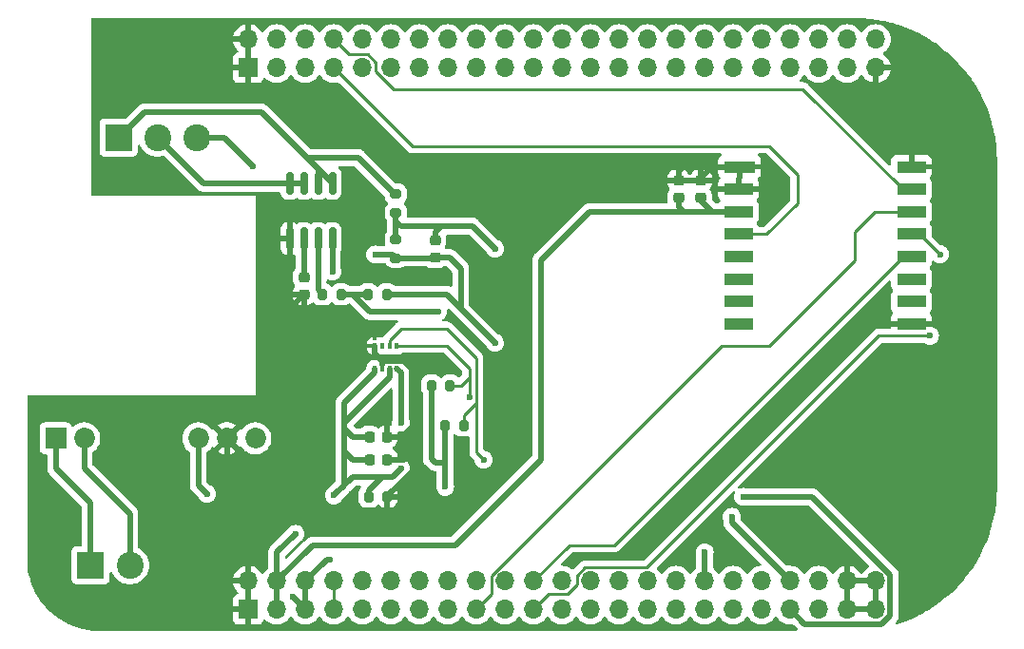
<source format=gbr>
%TF.GenerationSoftware,KiCad,Pcbnew,7.0.9*%
%TF.CreationDate,2024-04-04T18:24:30+02:00*%
%TF.ProjectId,BeaglebonePCBma_yC,42656167-6c65-4626-9f6e-655043426d61,rev?*%
%TF.SameCoordinates,Original*%
%TF.FileFunction,Copper,L1,Top*%
%TF.FilePolarity,Positive*%
%FSLAX46Y46*%
G04 Gerber Fmt 4.6, Leading zero omitted, Abs format (unit mm)*
G04 Created by KiCad (PCBNEW 7.0.9) date 2024-04-04 18:24:30*
%MOMM*%
%LPD*%
G01*
G04 APERTURE LIST*
G04 Aperture macros list*
%AMRoundRect*
0 Rectangle with rounded corners*
0 $1 Rounding radius*
0 $2 $3 $4 $5 $6 $7 $8 $9 X,Y pos of 4 corners*
0 Add a 4 corners polygon primitive as box body*
4,1,4,$2,$3,$4,$5,$6,$7,$8,$9,$2,$3,0*
0 Add four circle primitives for the rounded corners*
1,1,$1+$1,$2,$3*
1,1,$1+$1,$4,$5*
1,1,$1+$1,$6,$7*
1,1,$1+$1,$8,$9*
0 Add four rect primitives between the rounded corners*
20,1,$1+$1,$2,$3,$4,$5,0*
20,1,$1+$1,$4,$5,$6,$7,0*
20,1,$1+$1,$6,$7,$8,$9,0*
20,1,$1+$1,$8,$9,$2,$3,0*%
G04 Aperture macros list end*
%TA.AperFunction,ComponentPad*%
%ADD10R,1.700000X1.700000*%
%TD*%
%TA.AperFunction,ComponentPad*%
%ADD11O,1.700000X1.700000*%
%TD*%
%TA.AperFunction,SMDPad,CuDef*%
%ADD12RoundRect,0.150000X-0.150000X0.825000X-0.150000X-0.825000X0.150000X-0.825000X0.150000X0.825000X0*%
%TD*%
%TA.AperFunction,ComponentPad*%
%ADD13R,2.400000X2.400000*%
%TD*%
%TA.AperFunction,ComponentPad*%
%ADD14C,2.400000*%
%TD*%
%TA.AperFunction,SMDPad,CuDef*%
%ADD15RoundRect,0.225000X0.250000X-0.225000X0.250000X0.225000X-0.250000X0.225000X-0.250000X-0.225000X0*%
%TD*%
%TA.AperFunction,SMDPad,CuDef*%
%ADD16RoundRect,0.200000X-0.200000X-0.275000X0.200000X-0.275000X0.200000X0.275000X-0.200000X0.275000X0*%
%TD*%
%TA.AperFunction,SMDPad,CuDef*%
%ADD17RoundRect,0.225000X-0.225000X-0.250000X0.225000X-0.250000X0.225000X0.250000X-0.225000X0.250000X0*%
%TD*%
%TA.AperFunction,SMDPad,CuDef*%
%ADD18R,2.800000X1.100000*%
%TD*%
%TA.AperFunction,SMDPad,CuDef*%
%ADD19R,2.600000X1.100000*%
%TD*%
%TA.AperFunction,SMDPad,CuDef*%
%ADD20R,0.350000X0.500000*%
%TD*%
%TA.AperFunction,SMDPad,CuDef*%
%ADD21RoundRect,0.200000X-0.275000X0.200000X-0.275000X-0.200000X0.275000X-0.200000X0.275000X0.200000X0*%
%TD*%
%TA.AperFunction,SMDPad,CuDef*%
%ADD22RoundRect,0.225000X-0.250000X0.225000X-0.250000X-0.225000X0.250000X-0.225000X0.250000X0.225000X0*%
%TD*%
%TA.AperFunction,ComponentPad*%
%ADD23R,1.850000X1.850000*%
%TD*%
%TA.AperFunction,ComponentPad*%
%ADD24C,1.850000*%
%TD*%
%TA.AperFunction,ViaPad*%
%ADD25C,0.600000*%
%TD*%
%TA.AperFunction,Conductor*%
%ADD26C,0.500000*%
%TD*%
%TA.AperFunction,Conductor*%
%ADD27C,0.250000*%
%TD*%
G04 APERTURE END LIST*
D10*
%TO.P,P8,1,Pin_1*%
%TO.N,GNDD*%
X119685000Y-49835000D03*
D11*
%TO.P,P8,2,Pin_2*%
X119685000Y-47295000D03*
%TO.P,P8,3,Pin_3*%
%TO.N,/MMC1.DAT6*%
X122225000Y-49835000D03*
%TO.P,P8,4,Pin_4*%
%TO.N,/MMC1.DAT7*%
X122225000Y-47295000D03*
%TO.P,P8,5,Pin_5*%
%TO.N,/MMC1.DAT2*%
X124765000Y-49835000D03*
%TO.P,P8,6,Pin_6*%
%TO.N,/MMC1.DAT3*%
X124765000Y-47295000D03*
%TO.P,P8,7,Pin_7*%
%TO.N,/GPIO66*%
X127305000Y-49835000D03*
%TO.P,P8,8,Pin_8*%
%TO.N,/GPIO67*%
X127305000Y-47295000D03*
%TO.P,P8,9,Pin_9*%
%TO.N,/GPIO69*%
X129845000Y-49835000D03*
%TO.P,P8,10,Pin_10*%
%TO.N,/GPIO68*%
X129845000Y-47295000D03*
%TO.P,P8,11,Pin_11*%
%TO.N,/GPIO45*%
X132385000Y-49835000D03*
%TO.P,P8,12,Pin_12*%
%TO.N,/GPIO44*%
X132385000Y-47295000D03*
%TO.P,P8,13,Pin_13*%
%TO.N,/GPIO23*%
X134925000Y-49835000D03*
%TO.P,P8,14,Pin_14*%
%TO.N,/GPIO26*%
X134925000Y-47295000D03*
%TO.P,P8,15,Pin_15*%
%TO.N,/GPIO47*%
X137465000Y-49835000D03*
%TO.P,P8,16,Pin_16*%
%TO.N,/GPIO46*%
X137465000Y-47295000D03*
%TO.P,P8,17,Pin_17*%
%TO.N,/GPIO27*%
X140005000Y-49835000D03*
%TO.P,P8,18,Pin_18*%
%TO.N,/GPIO65*%
X140005000Y-47295000D03*
%TO.P,P8,19,Pin_19*%
%TO.N,/GPIO22*%
X142545000Y-49835000D03*
%TO.P,P8,20,Pin_20*%
%TO.N,/MMC1.CMD*%
X142545000Y-47295000D03*
%TO.P,P8,21,Pin_21*%
%TO.N,/MMC1.CLK*%
X145085000Y-49835000D03*
%TO.P,P8,22,Pin_22*%
%TO.N,/MMC1.DAT5*%
X145085000Y-47295000D03*
%TO.P,P8,23,Pin_23*%
%TO.N,/MMC1.DAT4*%
X147625000Y-49835000D03*
%TO.P,P8,24,Pin_24*%
%TO.N,/MMC1.DAT1*%
X147625000Y-47295000D03*
%TO.P,P8,25,Pin_25*%
%TO.N,/MMC1.DAT0*%
X150165000Y-49835000D03*
%TO.P,P8,26,Pin_26*%
%TO.N,/LCD.PCLK*%
X150165000Y-47295000D03*
%TO.P,P8,27,Pin_27*%
%TO.N,/LCD.VSYNC*%
X152705000Y-49835000D03*
%TO.P,P8,28,Pin_28*%
%TO.N,/GPIO61*%
X152705000Y-47295000D03*
%TO.P,P8,29,Pin_29*%
%TO.N,/LCD.HSYNC*%
X155245000Y-49835000D03*
%TO.P,P8,30,Pin_30*%
%TO.N,/LCD.AC_BIAS_E*%
X155245000Y-47295000D03*
%TO.P,P8,31,Pin_31*%
%TO.N,/LCD.DATA14*%
X157785000Y-49835000D03*
%TO.P,P8,32,Pin_32*%
%TO.N,/LCD.DATA15*%
X157785000Y-47295000D03*
%TO.P,P8,33,Pin_33*%
%TO.N,/LCD.DATA13*%
X160325000Y-49835000D03*
%TO.P,P8,34,Pin_34*%
%TO.N,/LCD.DATA11*%
X160325000Y-47295000D03*
%TO.P,P8,35,Pin_35*%
%TO.N,/LCD.DATA8*%
X162865000Y-49835000D03*
%TO.P,P8,36,Pin_36*%
%TO.N,/LCD.DATA10*%
X162865000Y-47295000D03*
%TO.P,P8,37,Pin_37*%
%TO.N,/LCD.DATA6*%
X165405000Y-49835000D03*
%TO.P,P8,38,Pin_38*%
%TO.N,/LCD.DATA9*%
X165405000Y-47295000D03*
%TO.P,P8,39,Pin_39*%
%TO.N,/LCD.DATA4*%
X167945000Y-49835000D03*
%TO.P,P8,40,Pin_40*%
%TO.N,/LCD.DATA7*%
X167945000Y-47295000D03*
%TO.P,P8,41,Pin_41*%
%TO.N,/LCD.DATA2*%
X170485000Y-49835000D03*
%TO.P,P8,42,Pin_42*%
%TO.N,/LCD.DATA5*%
X170485000Y-47295000D03*
%TO.P,P8,43,Pin_43*%
%TO.N,/LCD.DATA0*%
X173025000Y-49835000D03*
%TO.P,P8,44,Pin_44*%
%TO.N,/LCD.DATA3*%
X173025000Y-47295000D03*
%TO.P,P8,45,Pin_45*%
%TO.N,GNDD*%
X175565000Y-49835000D03*
%TO.P,P8,46,Pin_46*%
%TO.N,/LCD.DATA1*%
X175565000Y-47295000D03*
%TD*%
D10*
%TO.P,P9,1,Pin_1*%
%TO.N,GNDD*%
X119685000Y-98095000D03*
D11*
%TO.P,P9,2,Pin_2*%
X119685000Y-95555000D03*
%TO.P,P9,3,Pin_3*%
%TO.N,+3V3*%
X122225000Y-98095000D03*
%TO.P,P9,4,Pin_4*%
X122225000Y-95555000D03*
%TO.P,P9,5,Pin_5*%
%TO.N,+5V*%
X124765000Y-98095000D03*
%TO.P,P9,6,Pin_6*%
X124765000Y-95555000D03*
%TO.P,P9,7,Pin_7*%
%TO.N,VBUS*%
X127305000Y-98095000D03*
%TO.P,P9,8,Pin_8*%
X127305000Y-95555000D03*
%TO.P,P9,9,Pin_9*%
%TO.N,/PWR_BUT*%
X129845000Y-98095000D03*
%TO.P,P9,10,Pin_10*%
%TO.N,/~{SYS_RESET}*%
X129845000Y-95555000D03*
%TO.P,P9,11,Pin_11*%
%TO.N,/GPIO30*%
X132385000Y-98095000D03*
%TO.P,P9,12,Pin_12*%
%TO.N,/GPIO60*%
X132385000Y-95555000D03*
%TO.P,P9,13,Pin_13*%
%TO.N,/GPIO31*%
X134925000Y-98095000D03*
%TO.P,P9,14,Pin_14*%
%TO.N,/GPIO40*%
X134925000Y-95555000D03*
%TO.P,P9,15,Pin_15*%
%TO.N,/GPIO48*%
X137465000Y-98095000D03*
%TO.P,P9,16,Pin_16*%
%TO.N,/GPIO51*%
X137465000Y-95555000D03*
%TO.P,P9,17,Pin_17*%
%TO.N,/GPIO4*%
X140005000Y-98095000D03*
%TO.P,P9,18,Pin_18*%
%TO.N,/GPIO5*%
X140005000Y-95555000D03*
%TO.P,P9,19,Pin_19*%
%TO.N,/I2C2.SCL*%
X142545000Y-98095000D03*
%TO.P,P9,20,Pin_20*%
%TO.N,/I2C2.SDA*%
X142545000Y-95555000D03*
%TO.P,P9,21,Pin_21*%
%TO.N,/GPIO3*%
X145085000Y-98095000D03*
%TO.P,P9,22,Pin_22*%
%TO.N,/GPIO2*%
X145085000Y-95555000D03*
%TO.P,P9,23,Pin_23*%
%TO.N,/GPIO49*%
X147625000Y-98095000D03*
%TO.P,P9,24,Pin_24*%
%TO.N,/GPIO15*%
X147625000Y-95555000D03*
%TO.P,P9,25,Pin_25*%
%TO.N,/GPIO117*%
X150165000Y-98095000D03*
%TO.P,P9,26,Pin_26*%
%TO.N,/GPIO14*%
X150165000Y-95555000D03*
%TO.P,P9,27,Pin_27*%
%TO.N,/GPIO125*%
X152705000Y-98095000D03*
%TO.P,P9,28,Pin_28*%
%TO.N,/SPI1.CS0*%
X152705000Y-95555000D03*
%TO.P,P9,29,Pin_29*%
%TO.N,/SPI1.D0*%
X155245000Y-98095000D03*
%TO.P,P9,30,Pin_30*%
%TO.N,/GPIO122*%
X155245000Y-95555000D03*
%TO.P,P9,31,Pin_31*%
%TO.N,/SPI1.SCLK*%
X157785000Y-98095000D03*
%TO.P,P9,32,Pin_32*%
%TO.N,+1V8*%
X157785000Y-95555000D03*
%TO.P,P9,33,Pin_33*%
%TO.N,/AIN4*%
X160325000Y-98095000D03*
%TO.P,P9,34,Pin_34*%
%TO.N,GNDA*%
X160325000Y-95555000D03*
%TO.P,P9,35,Pin_35*%
%TO.N,/AIN6*%
X162865000Y-98095000D03*
%TO.P,P9,36,Pin_36*%
%TO.N,/AIN5*%
X162865000Y-95555000D03*
%TO.P,P9,37,Pin_37*%
%TO.N,/AIN2*%
X165405000Y-98095000D03*
%TO.P,P9,38,Pin_38*%
%TO.N,/AIN3*%
X165405000Y-95555000D03*
%TO.P,P9,39,Pin_39*%
%TO.N,/AIN0*%
X167945000Y-98095000D03*
%TO.P,P9,40,Pin_40*%
%TO.N,/AIN1*%
X167945000Y-95555000D03*
%TO.P,P9,41,Pin_41*%
%TO.N,/GPIO20*%
X170485000Y-98095000D03*
%TO.P,P9,42,Pin_42*%
%TO.N,/GPIO7*%
X170485000Y-95555000D03*
%TO.P,P9,43,Pin_43*%
%TO.N,GNDD*%
X173025000Y-98095000D03*
%TO.P,P9,44,Pin_44*%
X173025000Y-95555000D03*
%TO.P,P9,45,Pin_45*%
X175565000Y-98095000D03*
%TO.P,P9,46,Pin_46*%
X175565000Y-95555000D03*
%TD*%
D12*
%TO.P,U2,1,IP+*%
%TO.N,Net-(J4-Pin_1)*%
X127178000Y-60122000D03*
%TO.P,U2,2,IP+*%
X125908000Y-60122000D03*
%TO.P,U2,3,IP-*%
%TO.N,Net-(J4-Pin_2)*%
X124638000Y-60122000D03*
%TO.P,U2,4,IP-*%
X123368000Y-60122000D03*
%TO.P,U2,5,GND*%
%TO.N,GNDD*%
X123368000Y-65072000D03*
%TO.P,U2,6,FILTER*%
%TO.N,Net-(U2-FILTER)*%
X124638000Y-65072000D03*
%TO.P,U2,7,VIOUT*%
%TO.N,Net-(U2-VIOUT)*%
X125908000Y-65072000D03*
%TO.P,U2,8,VCC*%
%TO.N,+5V*%
X127178000Y-65072000D03*
%TD*%
D13*
%TO.P,J4,1,Pin_1*%
%TO.N,Net-(J4-Pin_1)*%
X108128000Y-56058000D03*
D14*
%TO.P,J4,2,Pin_2*%
%TO.N,Net-(J4-Pin_2)*%
X111628000Y-56058000D03*
%TO.P,J4,3,Pin_3*%
%TO.N,GNDA*%
X115128000Y-56058000D03*
%TD*%
D15*
%TO.P,C1,1*%
%TO.N,+3V3*%
X160000000Y-61405000D03*
%TO.P,C1,2*%
%TO.N,GNDD*%
X160000000Y-59855000D03*
%TD*%
D16*
%TO.P,R3,1*%
%TO.N,+3V3*%
X137212000Y-81712000D03*
%TO.P,R3,2*%
%TO.N,/I2C2.SDA*%
X138862000Y-81712000D03*
%TD*%
D17*
%TO.P,C4,1*%
%TO.N,+3V3*%
X130493000Y-84760000D03*
%TO.P,C4,2*%
%TO.N,GNDD*%
X132043000Y-84760000D03*
%TD*%
%TO.P,C3,1*%
%TO.N,+3V3*%
X130480000Y-82728000D03*
%TO.P,C3,2*%
%TO.N,GNDD*%
X132030000Y-82728000D03*
%TD*%
D13*
%TO.P,J2,1,Pin_1*%
%TO.N,Net-(J2-Pin_1)*%
X105644000Y-94158000D03*
D14*
%TO.P,J2,2,Pin_2*%
%TO.N,Net-(J2-Pin_2)*%
X109144000Y-94158000D03*
%TD*%
D16*
%TO.P,R9,1*%
%TO.N,/AIN1*%
X130354000Y-70028000D03*
%TO.P,R9,2*%
%TO.N,GNDA*%
X132004000Y-70028000D03*
%TD*%
D18*
%TO.P,U1,1,GND*%
%TO.N,GNDD*%
X163440000Y-58660000D03*
D19*
%TO.P,U1,2,GND*%
X163340000Y-60660000D03*
%TO.P,U1,3,3.3V*%
%TO.N,+3V3*%
X163340000Y-62660000D03*
%TO.P,U1,4,RESET*%
%TO.N,/GPIO66*%
X163340000Y-64660000D03*
%TO.P,U1,5,DI00*%
%TO.N,unconnected-(U1-DI00-Pad5)*%
X163340000Y-66660000D03*
%TO.P,U1,6,DI01*%
%TO.N,unconnected-(U1-DI01-Pad6)*%
X163340000Y-68660000D03*
%TO.P,U1,7,DI02*%
%TO.N,unconnected-(U1-DI02-Pad7)*%
X163340000Y-70660000D03*
%TO.P,U1,8,DI03*%
%TO.N,unconnected-(U1-DI03-Pad8)*%
X163340000Y-72660000D03*
%TO.P,U1,9,GND*%
%TO.N,GNDD*%
X178740000Y-72660000D03*
%TO.P,U1,10,DI04*%
%TO.N,unconnected-(U1-DI04-Pad10)*%
X178740000Y-70660000D03*
%TO.P,U1,11,DI05*%
%TO.N,unconnected-(U1-DI05-Pad11)*%
X178740000Y-68660000D03*
%TO.P,U1,12,SCK*%
%TO.N,/GPIO2*%
X178740000Y-66660000D03*
%TO.P,U1,13,MISO*%
%TO.N,/GPIO3*%
X178740000Y-64660000D03*
%TO.P,U1,14,MOSI*%
%TO.N,/GPIO4*%
X178740000Y-62660000D03*
%TO.P,U1,15,NSS*%
%TO.N,/GPIO67*%
X178740000Y-60660000D03*
%TO.P,U1,16,GND*%
%TO.N,GNDD*%
X178740000Y-58660000D03*
%TD*%
D16*
%TO.P,R2,1*%
%TO.N,+3V3*%
X136005000Y-78156000D03*
%TO.P,R2,2*%
%TO.N,/I2C2.SCL*%
X137655000Y-78156000D03*
%TD*%
D20*
%TO.P,U3,1,GND*%
%TO.N,GNDD*%
X130958000Y-74600000D03*
%TO.P,U3,2,CSB*%
%TO.N,unconnected-(U3-CSB-Pad2)*%
X131608000Y-74600000D03*
%TO.P,U3,3,SDI*%
%TO.N,/I2C2.SDA*%
X132258000Y-74600000D03*
%TO.P,U3,4,SCK*%
%TO.N,/I2C2.SCL*%
X132908000Y-74600000D03*
%TO.P,U3,5,SDO*%
%TO.N,+3V3*%
X132908000Y-76650000D03*
%TO.P,U3,6,VDDIO*%
X132258000Y-76650000D03*
%TO.P,U3,7,GND*%
%TO.N,GNDD*%
X131608000Y-76650000D03*
%TO.P,U3,8,VDD*%
%TO.N,+3V3*%
X130958000Y-76650000D03*
%TD*%
D15*
%TO.P,C2,1*%
%TO.N,+3V3*%
X158000000Y-61405000D03*
%TO.P,C2,2*%
%TO.N,GNDD*%
X158000000Y-59855000D03*
%TD*%
D21*
%TO.P,R7,1*%
%TO.N,/AIN0*%
X132829000Y-65139000D03*
%TO.P,R7,2*%
%TO.N,GNDA*%
X132829000Y-66789000D03*
%TD*%
D16*
%TO.P,R1,1*%
%TO.N,+3V3*%
X130417000Y-88062000D03*
%TO.P,R1,2*%
%TO.N,GNDD*%
X132067000Y-88062000D03*
%TD*%
D22*
%TO.P,C5,1*%
%TO.N,Net-(U2-FILTER)*%
X124638000Y-68491000D03*
%TO.P,C5,2*%
%TO.N,GNDD*%
X124638000Y-70041000D03*
%TD*%
D16*
%TO.P,R8,1*%
%TO.N,Net-(U2-VIOUT)*%
X126290000Y-70028000D03*
%TO.P,R8,2*%
%TO.N,/AIN1*%
X127940000Y-70028000D03*
%TD*%
D21*
%TO.P,R6,1*%
%TO.N,Net-(J4-Pin_1)*%
X132829000Y-61075000D03*
%TO.P,R6,2*%
%TO.N,/AIN0*%
X132829000Y-62725000D03*
%TD*%
D22*
%TO.P,C8,1*%
%TO.N,/AIN0*%
X136322000Y-65202000D03*
%TO.P,C8,2*%
%TO.N,GNDA*%
X136322000Y-66752000D03*
%TD*%
D23*
%TO.P,PS1,1,-Vin*%
%TO.N,Net-(J2-Pin_1)*%
X102540000Y-82855000D03*
D24*
%TO.P,PS1,2,+Vin*%
%TO.N,Net-(J2-Pin_2)*%
X105080000Y-82855000D03*
%TO.P,PS1,6,+Vout*%
%TO.N,+5V*%
X115240000Y-82855000D03*
%TO.P,PS1,7,-Vout*%
%TO.N,GNDD*%
X117780000Y-82855000D03*
%TO.P,PS1,8,NC*%
%TO.N,unconnected-(PS1-NC-Pad8)*%
X120320000Y-82855000D03*
%TD*%
D25*
%TO.N,/I2C2.SDA*%
X140640000Y-84760000D03*
%TO.N,/I2C2.SCL*%
X139370000Y-79172000D03*
%TO.N,GNDD*%
X175946000Y-71552000D03*
%TO.N,+3V3*%
X127305000Y-87935000D03*
X133274000Y-81458000D03*
X137212000Y-87172000D03*
X133274000Y-85522000D03*
X123876000Y-91364000D03*
%TO.N,+5V*%
X126924000Y-93650000D03*
X127178000Y-67996000D03*
X123622000Y-96952000D03*
X116002000Y-87808000D03*
%TO.N,/AIN1*%
X136576000Y-71552000D03*
X162738000Y-89840000D03*
%TO.N,/AIN0*%
X163754000Y-88062000D03*
X141656000Y-65964000D03*
%TO.N,GNDA*%
X120066000Y-58598000D03*
X130988000Y-66472000D03*
X160325000Y-93015000D03*
X141656000Y-74346000D03*
%TO.N,/GPIO3*%
X180391000Y-73711000D03*
X181280000Y-66450000D03*
%TD*%
D26*
%TO.N,Net-(J2-Pin_1)*%
X102540000Y-85522000D02*
X102540000Y-82855000D01*
%TO.N,Net-(J2-Pin_2)*%
X105080000Y-85522000D02*
X105080000Y-82855000D01*
%TO.N,+5V*%
X115240000Y-87046000D02*
X115240000Y-82855000D01*
X116002000Y-87808000D02*
X115240000Y-87046000D01*
%TO.N,GNDD*%
X117780000Y-85522000D02*
X117780000Y-82855000D01*
D27*
%TO.N,/GPIO66*%
X168580000Y-59360000D02*
X166040000Y-56820000D01*
X166040000Y-56820000D02*
X134290000Y-56820000D01*
X163340000Y-64660000D02*
X165820000Y-64660000D01*
X168580000Y-61900000D02*
X168580000Y-59360000D01*
X134290000Y-56820000D02*
X127305000Y-49835000D01*
X165820000Y-64660000D02*
X168580000Y-61900000D01*
%TO.N,/GPIO67*%
X132628299Y-51740000D02*
X131020000Y-50131701D01*
X169070000Y-51740000D02*
X132628299Y-51740000D01*
X177990000Y-60660000D02*
X169070000Y-51740000D01*
X131020000Y-49348299D02*
X130331701Y-48660000D01*
X178740000Y-60660000D02*
X177990000Y-60660000D01*
X131020000Y-50131701D02*
X131020000Y-49348299D01*
X128670000Y-48660000D02*
X127305000Y-47295000D01*
X130331701Y-48660000D02*
X128670000Y-48660000D01*
%TO.N,/I2C2.SDA*%
X140005000Y-79680000D02*
X138862000Y-80823000D01*
X140005000Y-79680000D02*
X140005000Y-75743000D01*
X140005000Y-75743000D02*
X137346000Y-73084000D01*
X137346000Y-73084000D02*
X133274000Y-73084000D01*
X132258000Y-74100000D02*
X132258000Y-74600000D01*
X140640000Y-84760000D02*
X140005000Y-84125000D01*
X140005000Y-84125000D02*
X140005000Y-79680000D01*
X138862000Y-80823000D02*
X138862000Y-81712000D01*
X133274000Y-73084000D02*
X132258000Y-74100000D01*
%TO.N,/I2C2.SCL*%
X137338000Y-74600000D02*
X132908000Y-74600000D01*
X138608000Y-78156000D02*
X139370000Y-77394000D01*
X139370000Y-76632000D02*
X137338000Y-74600000D01*
X139370000Y-79172000D02*
X139370000Y-77394000D01*
X139370000Y-77394000D02*
X139370000Y-76632000D01*
X137655000Y-78156000D02*
X138608000Y-78156000D01*
D26*
%TO.N,GNDD*%
X143180000Y-61900000D02*
X143180000Y-82220000D01*
X117780000Y-85522000D02*
X121209000Y-88951000D01*
X143180000Y-84760000D02*
X138100000Y-89840000D01*
X119685000Y-93015000D02*
X119685000Y-98095000D01*
X138100000Y-89840000D02*
X133020000Y-89840000D01*
X134290000Y-83490000D02*
X134290000Y-81458000D01*
D27*
X124638000Y-70041000D02*
X124625000Y-70041000D01*
D26*
X122860000Y-89840000D02*
X121209000Y-91491000D01*
X131633000Y-75950000D02*
X131633000Y-76285051D01*
X134290000Y-85776000D02*
X134290000Y-83490000D01*
X134290000Y-81839000D02*
X134290000Y-81458000D01*
X134290000Y-88570000D02*
X134290000Y-85776000D01*
X132043000Y-84760000D02*
X133528000Y-84760000D01*
X133020000Y-89840000D02*
X122860000Y-89840000D01*
X146420000Y-58660000D02*
X143180000Y-61900000D01*
X160000000Y-59855000D02*
X160000000Y-59620000D01*
X158000000Y-59080000D02*
X158420000Y-58660000D01*
X133528000Y-84760000D02*
X134290000Y-83998000D01*
X121209000Y-91491000D02*
X119685000Y-93015000D01*
X163440000Y-58660000D02*
X160960000Y-58660000D01*
X143180000Y-82220000D02*
X143180000Y-84760000D01*
X121209000Y-88951000D02*
X121209000Y-91491000D01*
X133401000Y-82728000D02*
X134290000Y-81839000D01*
X133020000Y-89840000D02*
X134290000Y-88570000D01*
X132067000Y-87999000D02*
X134290000Y-85776000D01*
X131633000Y-75950000D02*
X130958000Y-75275000D01*
X158420000Y-58660000D02*
X146420000Y-58660000D01*
X134290000Y-83998000D02*
X134290000Y-83490000D01*
X133533000Y-75950000D02*
X131633000Y-75950000D01*
X123368000Y-89332000D02*
X122860000Y-89840000D01*
X132030000Y-82728000D02*
X133401000Y-82728000D01*
X130958000Y-75275000D02*
X130958000Y-74600000D01*
X160000000Y-59620000D02*
X160960000Y-58660000D01*
X124625000Y-70041000D02*
X123368000Y-71298000D01*
X134290000Y-81458000D02*
X134290000Y-76707000D01*
X158000000Y-59855000D02*
X158000000Y-59080000D01*
X123368000Y-65072000D02*
X123368000Y-71298000D01*
X160960000Y-58660000D02*
X158420000Y-58660000D01*
X134290000Y-76707000D02*
X133533000Y-75950000D01*
X123368000Y-71298000D02*
X123368000Y-89332000D01*
D27*
X132067000Y-88062000D02*
X132067000Y-87999000D01*
D26*
%TO.N,+3V3*%
X163340000Y-62660000D02*
X160960000Y-62660000D01*
X125400000Y-92380000D02*
X122225000Y-95555000D01*
X160000000Y-61700000D02*
X160960000Y-62660000D01*
X127305000Y-87935000D02*
X128194000Y-87046000D01*
X160960000Y-62660000D02*
X158420000Y-62660000D01*
X130417000Y-88062000D02*
X130417000Y-87490000D01*
X158420000Y-62660000D02*
X150040000Y-62660000D01*
X137212000Y-85014000D02*
X136322000Y-85014000D01*
X132258000Y-77400000D02*
X128194000Y-81464000D01*
X138100000Y-92380000D02*
X125400000Y-92380000D01*
X158000000Y-62240000D02*
X158420000Y-62660000D01*
X133274000Y-77016000D02*
X132908000Y-76650000D01*
X132258000Y-76650000D02*
X132258000Y-77400000D01*
X122225000Y-95555000D02*
X122225000Y-98095000D01*
X145720000Y-66980000D02*
X145720000Y-69520000D01*
X137212000Y-87172000D02*
X137212000Y-85014000D01*
X131623000Y-86284000D02*
X132512000Y-86284000D01*
X128956000Y-84760000D02*
X128194000Y-83998000D01*
X136322000Y-85014000D02*
X136005000Y-84697000D01*
X158000000Y-61405000D02*
X158000000Y-62240000D01*
X128194000Y-83490000D02*
X128194000Y-82220000D01*
X128194000Y-82220000D02*
X128194000Y-79711682D01*
X128194000Y-79711682D02*
X128225682Y-79680000D01*
X145720000Y-84760000D02*
X138100000Y-92380000D01*
X145720000Y-69520000D02*
X145720000Y-84760000D01*
X128956000Y-86284000D02*
X127305000Y-87935000D01*
X128194000Y-87046000D02*
X128194000Y-83490000D01*
X133274000Y-81458000D02*
X133274000Y-77016000D01*
X128194000Y-81464000D02*
X128194000Y-82220000D01*
X128956000Y-82728000D02*
X128194000Y-81966000D01*
X130480000Y-82728000D02*
X128956000Y-82728000D01*
X136005000Y-84697000D02*
X136005000Y-78156000D01*
X128194000Y-83998000D02*
X128194000Y-83490000D01*
X128194000Y-81966000D02*
X128194000Y-81464000D01*
X160000000Y-61405000D02*
X160000000Y-61700000D01*
X133274000Y-85522000D02*
X132512000Y-86284000D01*
X150040000Y-62660000D02*
X145720000Y-66980000D01*
X130958000Y-76947682D02*
X130958000Y-76650000D01*
X130493000Y-84760000D02*
X128956000Y-84760000D01*
X130417000Y-87490000D02*
X131623000Y-86284000D01*
X123876000Y-91364000D02*
X122225000Y-93015000D01*
X128225682Y-79680000D02*
X130958000Y-76947682D01*
X122225000Y-93015000D02*
X122225000Y-95555000D01*
X132512000Y-86284000D02*
X128956000Y-86284000D01*
X137212000Y-85014000D02*
X137212000Y-81712000D01*
%TO.N,+5V*%
X126670000Y-93650000D02*
X124765000Y-95555000D01*
X126924000Y-93650000D02*
X126670000Y-93650000D01*
X123622000Y-96952000D02*
X124765000Y-98095000D01*
X127178000Y-67488000D02*
X127178000Y-67996000D01*
X124765000Y-95555000D02*
X124765000Y-98095000D01*
X127178000Y-65072000D02*
X127178000Y-67488000D01*
%TO.N,/AIN1*%
X127940000Y-70028000D02*
X128956000Y-70028000D01*
X162738000Y-89840000D02*
X162738000Y-90348000D01*
X128956000Y-70028000D02*
X130354000Y-70028000D01*
X130480000Y-71552000D02*
X136576000Y-71552000D01*
X162738000Y-90348000D02*
X167945000Y-95555000D01*
X128956000Y-70028000D02*
X130480000Y-71552000D01*
%TO.N,/AIN0*%
X132829000Y-63424000D02*
X132829000Y-63487000D01*
X176865000Y-95016522D02*
X176865000Y-98633478D01*
X135560000Y-63932000D02*
X136830000Y-63932000D01*
X132829000Y-63487000D02*
X133274000Y-63932000D01*
X132829000Y-63424000D02*
X132829000Y-64885000D01*
X136830000Y-63932000D02*
X139624000Y-63932000D01*
X132829000Y-62725000D02*
X132829000Y-63424000D01*
X139624000Y-63932000D02*
X141656000Y-65964000D01*
X133274000Y-63932000D02*
X135560000Y-63932000D01*
X163754000Y-88062000D02*
X169910478Y-88062000D01*
X136322000Y-64440000D02*
X136322000Y-65202000D01*
X169910478Y-88062000D02*
X176865000Y-95016522D01*
X169245000Y-99395000D02*
X167945000Y-98095000D01*
X176865000Y-98633478D02*
X176103478Y-99395000D01*
X176103478Y-99395000D02*
X169245000Y-99395000D01*
X136830000Y-63932000D02*
X136322000Y-64440000D01*
%TO.N,GNDA*%
X160325000Y-93015000D02*
X160325000Y-95555000D01*
X138608000Y-67742000D02*
X138608000Y-71298000D01*
X117526000Y-56058000D02*
X120066000Y-58598000D01*
X132004000Y-70028000D02*
X134036000Y-70028000D01*
X136322000Y-66752000D02*
X137618000Y-66752000D01*
X130988000Y-66472000D02*
X132512000Y-66472000D01*
X115128000Y-56058000D02*
X117526000Y-56058000D01*
X138608000Y-71298000D02*
X141656000Y-74346000D01*
X134036000Y-70028000D02*
X137338000Y-70028000D01*
X132829000Y-66789000D02*
X136285000Y-66789000D01*
X132512000Y-66472000D02*
X132829000Y-66789000D01*
X137618000Y-66752000D02*
X138608000Y-67742000D01*
X136285000Y-66789000D02*
X136322000Y-66752000D01*
X137338000Y-70028000D02*
X138608000Y-71298000D01*
D27*
%TO.N,/GPIO4*%
X166040000Y-74600000D02*
X173660000Y-66980000D01*
X141370000Y-95068299D02*
X161838299Y-74600000D01*
X173660000Y-64440000D02*
X175440000Y-62660000D01*
X140005000Y-98095000D02*
X141370000Y-96730000D01*
X175440000Y-62660000D02*
X178740000Y-62660000D01*
X141370000Y-96730000D02*
X141370000Y-95068299D01*
X161838299Y-74600000D02*
X166040000Y-74600000D01*
X173660000Y-66980000D02*
X173660000Y-64440000D01*
%TO.N,/GPIO3*%
X148990000Y-95068299D02*
X148990000Y-95851701D01*
X175819000Y-73711000D02*
X155150000Y-94380000D01*
X148111701Y-96730000D02*
X146450000Y-96730000D01*
X180391000Y-73711000D02*
X175819000Y-73711000D01*
X149678299Y-94380000D02*
X148990000Y-95068299D01*
X181280000Y-66450000D02*
X179490000Y-64660000D01*
X146450000Y-96730000D02*
X145085000Y-98095000D01*
X148990000Y-95851701D02*
X148111701Y-96730000D01*
X179490000Y-64660000D02*
X178740000Y-64660000D01*
X155150000Y-94380000D02*
X149678299Y-94380000D01*
%TO.N,/GPIO2*%
X178740000Y-66660000D02*
X177990000Y-66660000D01*
X152270000Y-92380000D02*
X148260000Y-92380000D01*
X177990000Y-66660000D02*
X152270000Y-92380000D01*
X148260000Y-92380000D02*
X145085000Y-95555000D01*
%TO.N,VBUS*%
X127305000Y-95555000D02*
X127305000Y-98095000D01*
D26*
%TO.N,Net-(U2-FILTER)*%
X124638000Y-65072000D02*
X124638000Y-68491000D01*
%TO.N,Net-(J2-Pin_1)*%
X105644000Y-88626000D02*
X102540000Y-85522000D01*
X105644000Y-94158000D02*
X105644000Y-88626000D01*
%TO.N,Net-(J2-Pin_2)*%
X109144000Y-94158000D02*
X109144000Y-89586000D01*
X109144000Y-89586000D02*
X105080000Y-85522000D01*
%TO.N,Net-(U2-VIOUT)*%
X125908000Y-69646000D02*
X126290000Y-70028000D01*
X125908000Y-65072000D02*
X125908000Y-69646000D01*
%TO.N,Net-(J4-Pin_1)*%
X124892000Y-57836000D02*
X125781000Y-58725000D01*
X120828000Y-53772000D02*
X124892000Y-57836000D01*
X124892000Y-57836000D02*
X129464000Y-57836000D01*
X108128000Y-56058000D02*
X110414000Y-53772000D01*
X110414000Y-53772000D02*
X120828000Y-53772000D01*
X132703000Y-61075000D02*
X132829000Y-61075000D01*
X129464000Y-57836000D02*
X132703000Y-61075000D01*
X125781000Y-58725000D02*
X127178000Y-60122000D01*
X125908000Y-58852000D02*
X125908000Y-60122000D01*
X125781000Y-58725000D02*
X125908000Y-58852000D01*
%TO.N,Net-(J4-Pin_2)*%
X120828000Y-60122000D02*
X124638000Y-60122000D01*
X115692000Y-60122000D02*
X120828000Y-60122000D01*
X111628000Y-56058000D02*
X115692000Y-60122000D01*
%TD*%
%TA.AperFunction,Conductor*%
%TO.N,GNDD*%
G36*
X174345796Y-45410348D02*
G01*
X174349149Y-45410530D01*
X174475296Y-45420801D01*
X175031263Y-45466073D01*
X175034561Y-45466431D01*
X175697384Y-45556739D01*
X175714549Y-45559163D01*
X175717490Y-45559653D01*
X176184930Y-45649347D01*
X176301794Y-45671772D01*
X176314980Y-45674394D01*
X176400767Y-45691458D01*
X176403566Y-45692085D01*
X176936659Y-45824659D01*
X177001087Y-45841279D01*
X177078523Y-45861255D01*
X177081203Y-45862010D01*
X177414551Y-45964364D01*
X177578952Y-46014843D01*
X177598577Y-46021098D01*
X177747114Y-46068440D01*
X178108864Y-46201340D01*
X178219057Y-46241824D01*
X178258516Y-46256886D01*
X178401832Y-46311592D01*
X178851218Y-46504904D01*
X179042043Y-46590293D01*
X179471370Y-46803220D01*
X179632283Y-46886349D01*
X179665829Y-46903680D01*
X180076578Y-47135907D01*
X180271263Y-47250748D01*
X180340494Y-47295000D01*
X180664329Y-47501992D01*
X180856497Y-47630394D01*
X181232294Y-47900328D01*
X181328296Y-47972578D01*
X181419800Y-48041442D01*
X181778392Y-48329686D01*
X181959428Y-48482557D01*
X182300772Y-48788790D01*
X182473756Y-48952332D01*
X182797667Y-49276243D01*
X182961209Y-49449227D01*
X183267442Y-49790571D01*
X183420313Y-49971607D01*
X183708557Y-50330199D01*
X183809295Y-50464056D01*
X183837181Y-50501110D01*
X183849675Y-50517711D01*
X184084877Y-50845154D01*
X184119601Y-50893496D01*
X184248007Y-51085670D01*
X184499247Y-51478730D01*
X184614092Y-51673421D01*
X184846319Y-52084170D01*
X184915541Y-52218161D01*
X184942526Y-52270396D01*
X184946777Y-52278625D01*
X184992175Y-52370160D01*
X185159706Y-52707956D01*
X185245105Y-52898805D01*
X185438406Y-53348164D01*
X185508175Y-53530942D01*
X185681554Y-54002871D01*
X185735157Y-54171047D01*
X185887978Y-54668762D01*
X185888743Y-54671474D01*
X185925355Y-54813401D01*
X186057907Y-55346407D01*
X186058549Y-55349275D01*
X186078227Y-55448204D01*
X186190340Y-56032480D01*
X186190842Y-56035493D01*
X186193274Y-56052714D01*
X186217947Y-56233802D01*
X186283565Y-56715416D01*
X186283928Y-56718755D01*
X186339469Y-57400850D01*
X186339651Y-57404203D01*
X186358230Y-58090000D01*
X186358230Y-87300000D01*
X186339651Y-87985796D01*
X186339469Y-87989149D01*
X186283928Y-88671244D01*
X186283565Y-88674583D01*
X186215233Y-89176116D01*
X186210592Y-89210184D01*
X186193282Y-89337230D01*
X186190842Y-89354506D01*
X186190340Y-89357519D01*
X186078227Y-89941795D01*
X186058549Y-90040724D01*
X186057907Y-90043591D01*
X185925355Y-90576598D01*
X185888743Y-90718524D01*
X185887978Y-90721236D01*
X185735157Y-91218952D01*
X185681554Y-91387128D01*
X185508175Y-91859057D01*
X185438406Y-92041835D01*
X185245105Y-92491194D01*
X185159706Y-92682043D01*
X184946783Y-93111364D01*
X184846319Y-93305829D01*
X184614092Y-93716578D01*
X184499247Y-93911269D01*
X184248007Y-94304329D01*
X184119601Y-94496503D01*
X183849682Y-94872279D01*
X183708557Y-95059800D01*
X183420313Y-95418392D01*
X183267442Y-95599428D01*
X182961209Y-95940772D01*
X182797667Y-96113756D01*
X182473756Y-96437667D01*
X182300772Y-96601209D01*
X181959428Y-96907442D01*
X181778392Y-97060313D01*
X181419800Y-97348557D01*
X181232279Y-97489682D01*
X180856503Y-97759601D01*
X180664329Y-97888007D01*
X180271269Y-98139247D01*
X180076578Y-98254092D01*
X179665829Y-98486319D01*
X179471364Y-98586783D01*
X179042043Y-98799706D01*
X178851194Y-98885105D01*
X178401835Y-99078406D01*
X178219057Y-99148175D01*
X177747128Y-99321554D01*
X177578952Y-99375157D01*
X177493609Y-99401360D01*
X177423745Y-99402220D01*
X177364506Y-99365172D01*
X177334702Y-99301978D01*
X177343793Y-99232702D01*
X177378904Y-99188702D01*
X177378280Y-99188041D01*
X177382940Y-99183644D01*
X177383171Y-99183354D01*
X177383530Y-99183088D01*
X177417101Y-99143079D01*
X177420761Y-99139084D01*
X177426590Y-99133256D01*
X177446941Y-99107517D01*
X177471368Y-99078406D01*
X177496302Y-99048692D01*
X177496306Y-99048683D01*
X177500274Y-99042653D01*
X177500325Y-99042686D01*
X177504372Y-99036334D01*
X177504320Y-99036302D01*
X177508112Y-99030153D01*
X177540575Y-98960536D01*
X177575036Y-98891918D01*
X177575040Y-98891911D01*
X177575042Y-98891899D01*
X177577509Y-98885124D01*
X177577567Y-98885145D01*
X177580043Y-98878024D01*
X177579986Y-98878005D01*
X177582255Y-98871158D01*
X177582256Y-98871153D01*
X177582257Y-98871151D01*
X177597791Y-98795915D01*
X177615500Y-98721199D01*
X177615500Y-98721197D01*
X177616339Y-98714026D01*
X177616398Y-98714032D01*
X177617164Y-98706532D01*
X177617105Y-98706527D01*
X177617734Y-98699337D01*
X177617268Y-98683338D01*
X177615500Y-98622560D01*
X177615500Y-95080227D01*
X177616809Y-95062257D01*
X177620289Y-95038496D01*
X177615736Y-94986461D01*
X177615500Y-94981054D01*
X177615500Y-94972819D01*
X177615500Y-94972813D01*
X177611691Y-94940229D01*
X177604998Y-94863724D01*
X177604996Y-94863719D01*
X177603538Y-94856655D01*
X177603597Y-94856642D01*
X177601967Y-94849286D01*
X177601908Y-94849301D01*
X177600242Y-94842275D01*
X177600241Y-94842267D01*
X177573973Y-94770095D01*
X177570667Y-94760119D01*
X177549815Y-94697188D01*
X177546763Y-94690643D01*
X177546817Y-94690617D01*
X177543533Y-94683834D01*
X177543480Y-94683862D01*
X177540238Y-94677408D01*
X177540237Y-94677405D01*
X177498038Y-94613245D01*
X177457712Y-94547866D01*
X177457711Y-94547865D01*
X177457710Y-94547863D01*
X177453234Y-94542203D01*
X177453280Y-94542165D01*
X177448519Y-94536321D01*
X177448474Y-94536360D01*
X177443834Y-94530830D01*
X177387982Y-94478135D01*
X170486207Y-87576361D01*
X170474427Y-87562730D01*
X170466143Y-87551603D01*
X170460090Y-87543472D01*
X170457685Y-87541454D01*
X170420065Y-87509886D01*
X170416090Y-87506244D01*
X170413168Y-87503322D01*
X170410258Y-87500411D01*
X170384518Y-87480059D01*
X170325687Y-87430694D01*
X170319658Y-87426729D01*
X170319690Y-87426680D01*
X170313331Y-87422628D01*
X170313300Y-87422679D01*
X170307158Y-87418891D01*
X170307156Y-87418890D01*
X170307155Y-87418889D01*
X170267952Y-87400608D01*
X170237536Y-87386424D01*
X170195535Y-87365331D01*
X170168911Y-87351960D01*
X170168909Y-87351959D01*
X170168908Y-87351959D01*
X170162123Y-87349489D01*
X170162143Y-87349433D01*
X170155027Y-87346959D01*
X170155009Y-87347015D01*
X170148149Y-87344742D01*
X170120319Y-87338996D01*
X170072912Y-87329207D01*
X170023950Y-87317603D01*
X169998197Y-87311499D01*
X169991025Y-87310661D01*
X169991031Y-87310601D01*
X169983533Y-87309835D01*
X169983528Y-87309895D01*
X169976338Y-87309265D01*
X169899561Y-87311500D01*
X164053972Y-87311500D01*
X164013017Y-87304542D01*
X163933254Y-87276631D01*
X163933249Y-87276630D01*
X163754004Y-87256435D01*
X163753996Y-87256435D01*
X163574750Y-87276630D01*
X163574742Y-87276632D01*
X163415644Y-87332303D01*
X163345865Y-87335864D01*
X163285238Y-87301135D01*
X163253011Y-87239142D01*
X163259416Y-87169566D01*
X163287007Y-87127582D01*
X176041772Y-74372819D01*
X176103095Y-74339334D01*
X176129453Y-74336500D01*
X179846145Y-74336500D01*
X179912116Y-74355505D01*
X180041478Y-74436789D01*
X180211745Y-74496368D01*
X180211750Y-74496369D01*
X180390996Y-74516565D01*
X180391000Y-74516565D01*
X180391004Y-74516565D01*
X180570249Y-74496369D01*
X180570252Y-74496368D01*
X180570255Y-74496368D01*
X180740522Y-74436789D01*
X180893262Y-74340816D01*
X181020816Y-74213262D01*
X181116789Y-74060522D01*
X181176368Y-73890255D01*
X181176369Y-73890249D01*
X181196565Y-73711003D01*
X181196565Y-73710996D01*
X181176369Y-73531750D01*
X181176368Y-73531745D01*
X181116788Y-73361476D01*
X181051691Y-73257876D01*
X181020816Y-73208738D01*
X180893262Y-73081184D01*
X180809478Y-73028539D01*
X180740521Y-72985210D01*
X180633457Y-72947747D01*
X180574473Y-72927108D01*
X180547247Y-72910000D01*
X180434998Y-72910000D01*
X180428058Y-72909610D01*
X180402411Y-72906720D01*
X180391002Y-72905435D01*
X180390998Y-72905435D01*
X180379588Y-72906720D01*
X180353941Y-72909610D01*
X180347002Y-72910000D01*
X176940000Y-72910000D01*
X176940000Y-72961500D01*
X176920315Y-73028539D01*
X176867511Y-73074294D01*
X176816000Y-73085500D01*
X175901738Y-73085500D01*
X175886121Y-73083776D01*
X175886094Y-73084062D01*
X175878332Y-73083327D01*
X175809204Y-73085500D01*
X175779650Y-73085500D01*
X175778929Y-73085590D01*
X175772757Y-73086369D01*
X175766945Y-73086826D01*
X175720373Y-73088290D01*
X175720372Y-73088290D01*
X175701129Y-73093881D01*
X175682079Y-73097825D01*
X175662211Y-73100334D01*
X175662209Y-73100335D01*
X175618884Y-73117488D01*
X175613357Y-73119380D01*
X175568610Y-73132381D01*
X175568609Y-73132382D01*
X175551367Y-73142579D01*
X175533899Y-73151137D01*
X175515269Y-73158513D01*
X175515267Y-73158514D01*
X175477576Y-73185898D01*
X175472694Y-73189105D01*
X175432579Y-73212830D01*
X175418408Y-73227000D01*
X175403623Y-73239628D01*
X175387412Y-73251407D01*
X175357709Y-73287310D01*
X175353776Y-73291631D01*
X165130590Y-83514819D01*
X154927228Y-93718181D01*
X154865905Y-93751666D01*
X154839547Y-93754500D01*
X149761042Y-93754500D01*
X149745421Y-93752775D01*
X149745395Y-93753061D01*
X149737633Y-93752327D01*
X149737632Y-93752327D01*
X149668485Y-93754500D01*
X149638948Y-93754500D01*
X149632065Y-93755369D01*
X149626248Y-93755826D01*
X149579672Y-93757290D01*
X149560428Y-93762881D01*
X149541378Y-93766825D01*
X149521510Y-93769334D01*
X149478183Y-93786488D01*
X149472657Y-93788379D01*
X149427913Y-93801379D01*
X149427909Y-93801381D01*
X149410665Y-93811579D01*
X149393204Y-93820133D01*
X149374573Y-93827510D01*
X149374561Y-93827517D01*
X149336869Y-93854902D01*
X149331986Y-93858109D01*
X149291879Y-93881829D01*
X149277713Y-93895995D01*
X149262923Y-93908627D01*
X149246713Y-93920404D01*
X149246710Y-93920407D01*
X149217009Y-93956309D01*
X149213076Y-93960631D01*
X148664180Y-94509526D01*
X148602857Y-94543011D01*
X148533165Y-94538027D01*
X148501045Y-94519310D01*
X148500836Y-94519610D01*
X148497247Y-94517097D01*
X148496787Y-94516829D01*
X148496397Y-94516502D01*
X148302834Y-94380967D01*
X148302830Y-94380965D01*
X148244435Y-94353735D01*
X148088663Y-94281097D01*
X148088659Y-94281096D01*
X148088655Y-94281094D01*
X147860413Y-94219938D01*
X147860403Y-94219936D01*
X147625001Y-94199341D01*
X147624611Y-94199341D01*
X147624445Y-94199292D01*
X147619606Y-94198869D01*
X147619691Y-94197896D01*
X147557572Y-94179656D01*
X147511817Y-94126852D01*
X147501873Y-94057694D01*
X147530898Y-93994138D01*
X147536930Y-93987660D01*
X147959656Y-93564935D01*
X148482772Y-93041819D01*
X148544095Y-93008334D01*
X148570453Y-93005500D01*
X152187257Y-93005500D01*
X152202877Y-93007224D01*
X152202904Y-93006939D01*
X152210660Y-93007671D01*
X152210667Y-93007673D01*
X152279814Y-93005500D01*
X152309350Y-93005500D01*
X152316228Y-93004630D01*
X152322041Y-93004172D01*
X152368627Y-93002709D01*
X152387869Y-92997117D01*
X152406912Y-92993174D01*
X152426792Y-92990664D01*
X152470122Y-92973507D01*
X152475646Y-92971617D01*
X152487142Y-92968277D01*
X152520390Y-92958618D01*
X152537629Y-92948422D01*
X152555103Y-92939862D01*
X152573727Y-92932488D01*
X152573727Y-92932487D01*
X152573732Y-92932486D01*
X152611449Y-92905082D01*
X152616305Y-92901892D01*
X152656420Y-92878170D01*
X152670589Y-92863999D01*
X152685379Y-92851368D01*
X152701587Y-92839594D01*
X152731299Y-92803676D01*
X152735212Y-92799376D01*
X176727821Y-68806768D01*
X176789142Y-68773285D01*
X176858834Y-68778269D01*
X176914767Y-68820141D01*
X176939184Y-68885605D01*
X176939500Y-68894451D01*
X176939500Y-69257869D01*
X176939501Y-69257876D01*
X176945908Y-69317483D01*
X176996202Y-69452328D01*
X176996206Y-69452335D01*
X177082452Y-69567544D01*
X177087227Y-69572319D01*
X177120712Y-69633642D01*
X177115728Y-69703334D01*
X177087227Y-69747681D01*
X177082452Y-69752455D01*
X176996206Y-69867664D01*
X176996202Y-69867671D01*
X176945908Y-70002517D01*
X176940881Y-70049283D01*
X176939501Y-70062123D01*
X176939500Y-70062135D01*
X176939500Y-71257870D01*
X176939501Y-71257876D01*
X176945908Y-71317483D01*
X176996202Y-71452328D01*
X176996206Y-71452335D01*
X177082452Y-71567544D01*
X177087584Y-71572676D01*
X177121069Y-71633999D01*
X177116085Y-71703691D01*
X177087584Y-71748038D01*
X177082809Y-71752812D01*
X176996649Y-71867906D01*
X176996645Y-71867913D01*
X176946403Y-72002620D01*
X176946401Y-72002627D01*
X176940000Y-72062155D01*
X176940000Y-72410000D01*
X180540000Y-72410000D01*
X180540000Y-72062172D01*
X180539999Y-72062155D01*
X180533598Y-72002627D01*
X180533596Y-72002620D01*
X180483354Y-71867913D01*
X180483350Y-71867906D01*
X180397190Y-71752812D01*
X180392416Y-71748038D01*
X180358931Y-71686715D01*
X180363915Y-71617023D01*
X180392416Y-71572676D01*
X180397542Y-71567548D01*
X180397546Y-71567546D01*
X180483796Y-71452331D01*
X180534091Y-71317483D01*
X180540500Y-71257873D01*
X180540499Y-70062128D01*
X180534091Y-70002517D01*
X180527601Y-69985117D01*
X180483797Y-69867671D01*
X180483793Y-69867664D01*
X180397547Y-69752455D01*
X180392773Y-69747681D01*
X180359288Y-69686358D01*
X180364272Y-69616666D01*
X180392773Y-69572319D01*
X180397542Y-69567548D01*
X180397546Y-69567546D01*
X180483796Y-69452331D01*
X180534091Y-69317483D01*
X180540500Y-69257873D01*
X180540499Y-68062128D01*
X180534091Y-68002517D01*
X180531661Y-67996003D01*
X180483797Y-67867671D01*
X180483793Y-67867664D01*
X180397547Y-67752455D01*
X180392773Y-67747681D01*
X180359288Y-67686358D01*
X180364272Y-67616666D01*
X180392773Y-67572319D01*
X180397542Y-67567548D01*
X180397546Y-67567546D01*
X180483796Y-67452331D01*
X180534091Y-67317483D01*
X180540500Y-67257873D01*
X180540499Y-67141937D01*
X180560183Y-67074900D01*
X180612987Y-67029145D01*
X180682145Y-67019201D01*
X180745701Y-67048225D01*
X180752180Y-67054258D01*
X180777738Y-67079816D01*
X180868080Y-67136582D01*
X180928063Y-67174272D01*
X180930478Y-67175789D01*
X181083855Y-67229458D01*
X181100745Y-67235368D01*
X181100750Y-67235369D01*
X181279996Y-67255565D01*
X181280000Y-67255565D01*
X181280004Y-67255565D01*
X181459249Y-67235369D01*
X181459252Y-67235368D01*
X181459255Y-67235368D01*
X181629522Y-67175789D01*
X181782262Y-67079816D01*
X181909816Y-66952262D01*
X182005789Y-66799522D01*
X182065368Y-66629255D01*
X182069361Y-66593815D01*
X182085565Y-66450003D01*
X182085565Y-66449996D01*
X182065369Y-66270750D01*
X182065368Y-66270745D01*
X182005788Y-66100476D01*
X181942386Y-65999573D01*
X181909816Y-65947738D01*
X181782262Y-65820184D01*
X181725861Y-65784745D01*
X181629521Y-65724210D01*
X181481849Y-65672538D01*
X181459255Y-65664632D01*
X181459254Y-65664631D01*
X181459249Y-65664630D01*
X181412174Y-65659326D01*
X181347760Y-65632259D01*
X181338378Y-65623787D01*
X180576818Y-64862227D01*
X180543333Y-64800904D01*
X180540499Y-64774546D01*
X180540499Y-64062129D01*
X180540498Y-64062123D01*
X180540497Y-64062116D01*
X180534091Y-64002517D01*
X180528231Y-63986806D01*
X180483797Y-63867671D01*
X180483793Y-63867664D01*
X180397547Y-63752455D01*
X180392773Y-63747681D01*
X180359288Y-63686358D01*
X180364272Y-63616666D01*
X180392773Y-63572319D01*
X180397542Y-63567548D01*
X180397546Y-63567546D01*
X180483796Y-63452331D01*
X180534091Y-63317483D01*
X180540500Y-63257873D01*
X180540499Y-62062128D01*
X180534091Y-62002517D01*
X180527469Y-61984763D01*
X180483797Y-61867671D01*
X180483793Y-61867664D01*
X180397547Y-61752455D01*
X180392773Y-61747681D01*
X180359288Y-61686358D01*
X180364272Y-61616666D01*
X180392773Y-61572319D01*
X180397542Y-61567548D01*
X180397546Y-61567546D01*
X180483796Y-61452331D01*
X180534091Y-61317483D01*
X180540500Y-61257873D01*
X180540499Y-60062128D01*
X180534091Y-60002517D01*
X180483884Y-59867906D01*
X180483797Y-59867671D01*
X180483793Y-59867664D01*
X180397547Y-59752455D01*
X180392416Y-59747324D01*
X180358931Y-59686001D01*
X180363915Y-59616309D01*
X180392416Y-59571962D01*
X180397190Y-59567187D01*
X180483350Y-59452093D01*
X180483354Y-59452086D01*
X180533596Y-59317379D01*
X180533598Y-59317372D01*
X180539999Y-59257844D01*
X180540000Y-59257827D01*
X180540000Y-58910000D01*
X178614000Y-58910000D01*
X178546961Y-58890315D01*
X178501206Y-58837511D01*
X178490000Y-58786000D01*
X178490000Y-57610000D01*
X178990000Y-57610000D01*
X178990000Y-58410000D01*
X180540000Y-58410000D01*
X180540000Y-58062172D01*
X180539999Y-58062155D01*
X180533598Y-58002627D01*
X180533596Y-58002620D01*
X180483354Y-57867913D01*
X180483350Y-57867906D01*
X180397190Y-57752812D01*
X180397187Y-57752809D01*
X180282093Y-57666649D01*
X180282086Y-57666645D01*
X180147379Y-57616403D01*
X180147372Y-57616401D01*
X180087844Y-57610000D01*
X178990000Y-57610000D01*
X178490000Y-57610000D01*
X177392155Y-57610000D01*
X177332627Y-57616401D01*
X177332620Y-57616403D01*
X177197913Y-57666645D01*
X177197906Y-57666649D01*
X177082812Y-57752809D01*
X177082809Y-57752812D01*
X176996649Y-57867906D01*
X176996645Y-57867913D01*
X176946403Y-58002620D01*
X176946401Y-58002627D01*
X176940000Y-58062155D01*
X176940000Y-58426047D01*
X176920315Y-58493086D01*
X176867511Y-58538841D01*
X176798353Y-58548785D01*
X176734797Y-58519760D01*
X176728319Y-58513728D01*
X169570803Y-51356212D01*
X169560980Y-51343950D01*
X169560759Y-51344134D01*
X169555786Y-51338123D01*
X169505364Y-51290773D01*
X169494919Y-51280328D01*
X169484475Y-51269883D01*
X169478986Y-51265625D01*
X169474561Y-51261847D01*
X169440582Y-51229938D01*
X169440580Y-51229936D01*
X169440577Y-51229935D01*
X169423029Y-51220288D01*
X169406763Y-51209604D01*
X169390933Y-51197325D01*
X169348168Y-51178818D01*
X169342922Y-51176248D01*
X169302093Y-51153803D01*
X169302092Y-51153802D01*
X169282693Y-51148822D01*
X169264281Y-51142518D01*
X169245898Y-51134562D01*
X169245892Y-51134560D01*
X169199874Y-51127272D01*
X169194152Y-51126087D01*
X169149021Y-51114500D01*
X169149019Y-51114500D01*
X169128984Y-51114500D01*
X169109586Y-51112973D01*
X169095670Y-51110769D01*
X169089805Y-51109840D01*
X169089804Y-51109840D01*
X169043416Y-51114225D01*
X169037578Y-51114500D01*
X168865488Y-51114500D01*
X168798449Y-51094815D01*
X168752694Y-51042011D01*
X168742750Y-50972853D01*
X168771775Y-50909297D01*
X168794365Y-50888925D01*
X168806437Y-50880472D01*
X168816401Y-50873495D01*
X168983495Y-50706401D01*
X169113425Y-50520842D01*
X169168002Y-50477217D01*
X169237500Y-50470023D01*
X169299855Y-50501546D01*
X169316575Y-50520842D01*
X169446281Y-50706082D01*
X169446505Y-50706401D01*
X169613599Y-50873495D01*
X169664730Y-50909297D01*
X169807165Y-51009032D01*
X169807167Y-51009033D01*
X169807170Y-51009035D01*
X170021337Y-51108903D01*
X170021343Y-51108904D01*
X170021344Y-51108905D01*
X170076285Y-51123626D01*
X170249592Y-51170063D01*
X170420319Y-51185000D01*
X170484999Y-51190659D01*
X170485000Y-51190659D01*
X170485001Y-51190659D01*
X170549681Y-51185000D01*
X170720408Y-51170063D01*
X170948663Y-51108903D01*
X171162830Y-51009035D01*
X171356401Y-50873495D01*
X171523495Y-50706401D01*
X171653425Y-50520842D01*
X171708002Y-50477217D01*
X171777500Y-50470023D01*
X171839855Y-50501546D01*
X171856575Y-50520842D01*
X171986281Y-50706082D01*
X171986505Y-50706401D01*
X172153599Y-50873495D01*
X172204730Y-50909297D01*
X172347165Y-51009032D01*
X172347167Y-51009033D01*
X172347170Y-51009035D01*
X172561337Y-51108903D01*
X172561343Y-51108904D01*
X172561344Y-51108905D01*
X172616285Y-51123626D01*
X172789592Y-51170063D01*
X172960319Y-51185000D01*
X173024999Y-51190659D01*
X173025000Y-51190659D01*
X173025001Y-51190659D01*
X173089681Y-51185000D01*
X173260408Y-51170063D01*
X173488663Y-51108903D01*
X173702830Y-51009035D01*
X173896401Y-50873495D01*
X174063495Y-50706401D01*
X174193730Y-50520405D01*
X174248307Y-50476781D01*
X174317805Y-50469587D01*
X174380160Y-50501110D01*
X174396879Y-50520405D01*
X174526890Y-50706078D01*
X174693917Y-50873105D01*
X174887421Y-51008600D01*
X175101507Y-51108429D01*
X175101516Y-51108433D01*
X175315000Y-51165634D01*
X175315000Y-50270501D01*
X175422685Y-50319680D01*
X175529237Y-50335000D01*
X175600763Y-50335000D01*
X175707315Y-50319680D01*
X175815000Y-50270501D01*
X175815000Y-51165633D01*
X176028483Y-51108433D01*
X176028492Y-51108429D01*
X176242578Y-51008600D01*
X176436082Y-50873105D01*
X176603105Y-50706082D01*
X176738600Y-50512578D01*
X176838429Y-50298492D01*
X176838432Y-50298486D01*
X176895636Y-50085000D01*
X175998686Y-50085000D01*
X176024493Y-50044844D01*
X176065000Y-49906889D01*
X176065000Y-49763111D01*
X176024493Y-49625156D01*
X175998686Y-49585000D01*
X176895636Y-49585000D01*
X176895635Y-49584999D01*
X176838432Y-49371513D01*
X176838429Y-49371507D01*
X176738600Y-49157422D01*
X176738599Y-49157420D01*
X176603113Y-48963926D01*
X176603108Y-48963920D01*
X176436078Y-48796890D01*
X176250405Y-48666879D01*
X176206780Y-48612302D01*
X176199588Y-48542804D01*
X176231110Y-48480449D01*
X176250406Y-48463730D01*
X176250842Y-48463425D01*
X176436401Y-48333495D01*
X176603495Y-48166401D01*
X176739035Y-47972830D01*
X176838903Y-47758663D01*
X176900063Y-47530408D01*
X176920659Y-47295000D01*
X176900063Y-47059592D01*
X176838903Y-46831337D01*
X176739035Y-46617171D01*
X176733731Y-46609595D01*
X176603494Y-46423597D01*
X176436402Y-46256506D01*
X176436395Y-46256501D01*
X176242834Y-46120967D01*
X176242830Y-46120965D01*
X176130205Y-46068447D01*
X176028663Y-46021097D01*
X176028659Y-46021096D01*
X176028655Y-46021094D01*
X175800413Y-45959938D01*
X175800403Y-45959936D01*
X175565001Y-45939341D01*
X175564999Y-45939341D01*
X175329596Y-45959936D01*
X175329586Y-45959938D01*
X175101344Y-46021094D01*
X175101335Y-46021098D01*
X174887171Y-46120964D01*
X174887169Y-46120965D01*
X174693597Y-46256505D01*
X174526505Y-46423597D01*
X174396575Y-46609158D01*
X174341998Y-46652783D01*
X174272500Y-46659977D01*
X174210145Y-46628454D01*
X174193425Y-46609158D01*
X174063494Y-46423597D01*
X173896402Y-46256506D01*
X173896395Y-46256501D01*
X173702834Y-46120967D01*
X173702830Y-46120965D01*
X173590205Y-46068447D01*
X173488663Y-46021097D01*
X173488659Y-46021096D01*
X173488655Y-46021094D01*
X173260413Y-45959938D01*
X173260403Y-45959936D01*
X173025001Y-45939341D01*
X173024999Y-45939341D01*
X172789596Y-45959936D01*
X172789586Y-45959938D01*
X172561344Y-46021094D01*
X172561335Y-46021098D01*
X172347171Y-46120964D01*
X172347169Y-46120965D01*
X172153597Y-46256505D01*
X171986505Y-46423597D01*
X171856575Y-46609158D01*
X171801998Y-46652783D01*
X171732500Y-46659977D01*
X171670145Y-46628454D01*
X171653425Y-46609158D01*
X171523494Y-46423597D01*
X171356402Y-46256506D01*
X171356395Y-46256501D01*
X171162834Y-46120967D01*
X171162830Y-46120965D01*
X171050205Y-46068447D01*
X170948663Y-46021097D01*
X170948659Y-46021096D01*
X170948655Y-46021094D01*
X170720413Y-45959938D01*
X170720403Y-45959936D01*
X170485001Y-45939341D01*
X170484999Y-45939341D01*
X170249596Y-45959936D01*
X170249586Y-45959938D01*
X170021344Y-46021094D01*
X170021335Y-46021098D01*
X169807171Y-46120964D01*
X169807169Y-46120965D01*
X169613597Y-46256505D01*
X169446505Y-46423597D01*
X169316575Y-46609158D01*
X169261998Y-46652783D01*
X169192500Y-46659977D01*
X169130145Y-46628454D01*
X169113425Y-46609158D01*
X168983494Y-46423597D01*
X168816402Y-46256506D01*
X168816395Y-46256501D01*
X168622834Y-46120967D01*
X168622830Y-46120965D01*
X168510205Y-46068447D01*
X168408663Y-46021097D01*
X168408659Y-46021096D01*
X168408655Y-46021094D01*
X168180413Y-45959938D01*
X168180403Y-45959936D01*
X167945001Y-45939341D01*
X167944999Y-45939341D01*
X167709596Y-45959936D01*
X167709586Y-45959938D01*
X167481344Y-46021094D01*
X167481335Y-46021098D01*
X167267171Y-46120964D01*
X167267169Y-46120965D01*
X167073597Y-46256505D01*
X166906505Y-46423597D01*
X166776575Y-46609158D01*
X166721998Y-46652783D01*
X166652500Y-46659977D01*
X166590145Y-46628454D01*
X166573425Y-46609158D01*
X166443494Y-46423597D01*
X166276402Y-46256506D01*
X166276395Y-46256501D01*
X166082834Y-46120967D01*
X166082830Y-46120965D01*
X165970205Y-46068447D01*
X165868663Y-46021097D01*
X165868659Y-46021096D01*
X165868655Y-46021094D01*
X165640413Y-45959938D01*
X165640403Y-45959936D01*
X165405001Y-45939341D01*
X165404999Y-45939341D01*
X165169596Y-45959936D01*
X165169586Y-45959938D01*
X164941344Y-46021094D01*
X164941335Y-46021098D01*
X164727171Y-46120964D01*
X164727169Y-46120965D01*
X164533597Y-46256505D01*
X164366505Y-46423597D01*
X164236575Y-46609158D01*
X164181998Y-46652783D01*
X164112500Y-46659977D01*
X164050145Y-46628454D01*
X164033425Y-46609158D01*
X163903494Y-46423597D01*
X163736402Y-46256506D01*
X163736395Y-46256501D01*
X163542834Y-46120967D01*
X163542830Y-46120965D01*
X163430205Y-46068447D01*
X163328663Y-46021097D01*
X163328659Y-46021096D01*
X163328655Y-46021094D01*
X163100413Y-45959938D01*
X163100403Y-45959936D01*
X162865001Y-45939341D01*
X162864999Y-45939341D01*
X162629596Y-45959936D01*
X162629586Y-45959938D01*
X162401344Y-46021094D01*
X162401335Y-46021098D01*
X162187171Y-46120964D01*
X162187169Y-46120965D01*
X161993597Y-46256505D01*
X161826505Y-46423597D01*
X161696575Y-46609158D01*
X161641998Y-46652783D01*
X161572500Y-46659977D01*
X161510145Y-46628454D01*
X161493425Y-46609158D01*
X161363494Y-46423597D01*
X161196402Y-46256506D01*
X161196395Y-46256501D01*
X161002834Y-46120967D01*
X161002830Y-46120965D01*
X160890205Y-46068447D01*
X160788663Y-46021097D01*
X160788659Y-46021096D01*
X160788655Y-46021094D01*
X160560413Y-45959938D01*
X160560403Y-45959936D01*
X160325001Y-45939341D01*
X160324999Y-45939341D01*
X160089596Y-45959936D01*
X160089586Y-45959938D01*
X159861344Y-46021094D01*
X159861335Y-46021098D01*
X159647171Y-46120964D01*
X159647169Y-46120965D01*
X159453597Y-46256505D01*
X159286505Y-46423597D01*
X159156575Y-46609158D01*
X159101998Y-46652783D01*
X159032500Y-46659977D01*
X158970145Y-46628454D01*
X158953425Y-46609158D01*
X158823494Y-46423597D01*
X158656402Y-46256506D01*
X158656395Y-46256501D01*
X158462834Y-46120967D01*
X158462830Y-46120965D01*
X158350205Y-46068447D01*
X158248663Y-46021097D01*
X158248659Y-46021096D01*
X158248655Y-46021094D01*
X158020413Y-45959938D01*
X158020403Y-45959936D01*
X157785001Y-45939341D01*
X157784999Y-45939341D01*
X157549596Y-45959936D01*
X157549586Y-45959938D01*
X157321344Y-46021094D01*
X157321335Y-46021098D01*
X157107171Y-46120964D01*
X157107169Y-46120965D01*
X156913597Y-46256505D01*
X156746505Y-46423597D01*
X156616575Y-46609158D01*
X156561998Y-46652783D01*
X156492500Y-46659977D01*
X156430145Y-46628454D01*
X156413425Y-46609158D01*
X156283494Y-46423597D01*
X156116402Y-46256506D01*
X156116395Y-46256501D01*
X155922834Y-46120967D01*
X155922830Y-46120965D01*
X155810205Y-46068447D01*
X155708663Y-46021097D01*
X155708659Y-46021096D01*
X155708655Y-46021094D01*
X155480413Y-45959938D01*
X155480403Y-45959936D01*
X155245001Y-45939341D01*
X155244999Y-45939341D01*
X155009596Y-45959936D01*
X155009586Y-45959938D01*
X154781344Y-46021094D01*
X154781335Y-46021098D01*
X154567171Y-46120964D01*
X154567169Y-46120965D01*
X154373597Y-46256505D01*
X154206505Y-46423597D01*
X154076575Y-46609158D01*
X154021998Y-46652783D01*
X153952500Y-46659977D01*
X153890145Y-46628454D01*
X153873425Y-46609158D01*
X153743494Y-46423597D01*
X153576402Y-46256506D01*
X153576395Y-46256501D01*
X153382834Y-46120967D01*
X153382830Y-46120965D01*
X153270205Y-46068447D01*
X153168663Y-46021097D01*
X153168659Y-46021096D01*
X153168655Y-46021094D01*
X152940413Y-45959938D01*
X152940403Y-45959936D01*
X152705001Y-45939341D01*
X152704999Y-45939341D01*
X152469596Y-45959936D01*
X152469586Y-45959938D01*
X152241344Y-46021094D01*
X152241335Y-46021098D01*
X152027171Y-46120964D01*
X152027169Y-46120965D01*
X151833597Y-46256505D01*
X151666505Y-46423597D01*
X151536575Y-46609158D01*
X151481998Y-46652783D01*
X151412500Y-46659977D01*
X151350145Y-46628454D01*
X151333425Y-46609158D01*
X151203494Y-46423597D01*
X151036402Y-46256506D01*
X151036395Y-46256501D01*
X150842834Y-46120967D01*
X150842830Y-46120965D01*
X150730205Y-46068447D01*
X150628663Y-46021097D01*
X150628659Y-46021096D01*
X150628655Y-46021094D01*
X150400413Y-45959938D01*
X150400403Y-45959936D01*
X150165001Y-45939341D01*
X150164999Y-45939341D01*
X149929596Y-45959936D01*
X149929586Y-45959938D01*
X149701344Y-46021094D01*
X149701335Y-46021098D01*
X149487171Y-46120964D01*
X149487169Y-46120965D01*
X149293597Y-46256505D01*
X149126505Y-46423597D01*
X148996575Y-46609158D01*
X148941998Y-46652783D01*
X148872500Y-46659977D01*
X148810145Y-46628454D01*
X148793425Y-46609158D01*
X148663494Y-46423597D01*
X148496402Y-46256506D01*
X148496395Y-46256501D01*
X148302834Y-46120967D01*
X148302830Y-46120965D01*
X148190205Y-46068447D01*
X148088663Y-46021097D01*
X148088659Y-46021096D01*
X148088655Y-46021094D01*
X147860413Y-45959938D01*
X147860403Y-45959936D01*
X147625001Y-45939341D01*
X147624999Y-45939341D01*
X147389596Y-45959936D01*
X147389586Y-45959938D01*
X147161344Y-46021094D01*
X147161335Y-46021098D01*
X146947171Y-46120964D01*
X146947169Y-46120965D01*
X146753597Y-46256505D01*
X146586505Y-46423597D01*
X146456575Y-46609158D01*
X146401998Y-46652783D01*
X146332500Y-46659977D01*
X146270145Y-46628454D01*
X146253425Y-46609158D01*
X146123494Y-46423597D01*
X145956402Y-46256506D01*
X145956395Y-46256501D01*
X145762834Y-46120967D01*
X145762830Y-46120965D01*
X145650205Y-46068447D01*
X145548663Y-46021097D01*
X145548659Y-46021096D01*
X145548655Y-46021094D01*
X145320413Y-45959938D01*
X145320403Y-45959936D01*
X145085001Y-45939341D01*
X145084999Y-45939341D01*
X144849596Y-45959936D01*
X144849586Y-45959938D01*
X144621344Y-46021094D01*
X144621335Y-46021098D01*
X144407171Y-46120964D01*
X144407169Y-46120965D01*
X144213597Y-46256505D01*
X144046505Y-46423597D01*
X143916575Y-46609158D01*
X143861998Y-46652783D01*
X143792500Y-46659977D01*
X143730145Y-46628454D01*
X143713425Y-46609158D01*
X143583494Y-46423597D01*
X143416402Y-46256506D01*
X143416395Y-46256501D01*
X143222834Y-46120967D01*
X143222830Y-46120965D01*
X143110205Y-46068447D01*
X143008663Y-46021097D01*
X143008659Y-46021096D01*
X143008655Y-46021094D01*
X142780413Y-45959938D01*
X142780403Y-45959936D01*
X142545001Y-45939341D01*
X142544999Y-45939341D01*
X142309596Y-45959936D01*
X142309586Y-45959938D01*
X142081344Y-46021094D01*
X142081335Y-46021098D01*
X141867171Y-46120964D01*
X141867169Y-46120965D01*
X141673597Y-46256505D01*
X141506505Y-46423597D01*
X141376575Y-46609158D01*
X141321998Y-46652783D01*
X141252500Y-46659977D01*
X141190145Y-46628454D01*
X141173425Y-46609158D01*
X141043494Y-46423597D01*
X140876402Y-46256506D01*
X140876395Y-46256501D01*
X140682834Y-46120967D01*
X140682830Y-46120965D01*
X140570205Y-46068447D01*
X140468663Y-46021097D01*
X140468659Y-46021096D01*
X140468655Y-46021094D01*
X140240413Y-45959938D01*
X140240403Y-45959936D01*
X140005001Y-45939341D01*
X140004999Y-45939341D01*
X139769596Y-45959936D01*
X139769586Y-45959938D01*
X139541344Y-46021094D01*
X139541335Y-46021098D01*
X139327171Y-46120964D01*
X139327169Y-46120965D01*
X139133597Y-46256505D01*
X138966505Y-46423597D01*
X138836575Y-46609158D01*
X138781998Y-46652783D01*
X138712500Y-46659977D01*
X138650145Y-46628454D01*
X138633425Y-46609158D01*
X138503494Y-46423597D01*
X138336402Y-46256506D01*
X138336395Y-46256501D01*
X138142834Y-46120967D01*
X138142830Y-46120965D01*
X138030205Y-46068447D01*
X137928663Y-46021097D01*
X137928659Y-46021096D01*
X137928655Y-46021094D01*
X137700413Y-45959938D01*
X137700403Y-45959936D01*
X137465001Y-45939341D01*
X137464999Y-45939341D01*
X137229596Y-45959936D01*
X137229586Y-45959938D01*
X137001344Y-46021094D01*
X137001335Y-46021098D01*
X136787171Y-46120964D01*
X136787169Y-46120965D01*
X136593597Y-46256505D01*
X136426505Y-46423597D01*
X136296575Y-46609158D01*
X136241998Y-46652783D01*
X136172500Y-46659977D01*
X136110145Y-46628454D01*
X136093425Y-46609158D01*
X135963494Y-46423597D01*
X135796402Y-46256506D01*
X135796395Y-46256501D01*
X135602834Y-46120967D01*
X135602830Y-46120965D01*
X135490205Y-46068447D01*
X135388663Y-46021097D01*
X135388659Y-46021096D01*
X135388655Y-46021094D01*
X135160413Y-45959938D01*
X135160403Y-45959936D01*
X134925001Y-45939341D01*
X134924999Y-45939341D01*
X134689596Y-45959936D01*
X134689586Y-45959938D01*
X134461344Y-46021094D01*
X134461335Y-46021098D01*
X134247171Y-46120964D01*
X134247169Y-46120965D01*
X134053597Y-46256505D01*
X133886505Y-46423597D01*
X133756575Y-46609158D01*
X133701998Y-46652783D01*
X133632500Y-46659977D01*
X133570145Y-46628454D01*
X133553425Y-46609158D01*
X133423494Y-46423597D01*
X133256402Y-46256506D01*
X133256395Y-46256501D01*
X133062834Y-46120967D01*
X133062830Y-46120965D01*
X132950205Y-46068447D01*
X132848663Y-46021097D01*
X132848659Y-46021096D01*
X132848655Y-46021094D01*
X132620413Y-45959938D01*
X132620403Y-45959936D01*
X132385001Y-45939341D01*
X132384999Y-45939341D01*
X132149596Y-45959936D01*
X132149586Y-45959938D01*
X131921344Y-46021094D01*
X131921335Y-46021098D01*
X131707171Y-46120964D01*
X131707169Y-46120965D01*
X131513597Y-46256505D01*
X131346505Y-46423597D01*
X131216575Y-46609158D01*
X131161998Y-46652783D01*
X131092500Y-46659977D01*
X131030145Y-46628454D01*
X131013425Y-46609158D01*
X130883494Y-46423597D01*
X130716402Y-46256506D01*
X130716395Y-46256501D01*
X130522834Y-46120967D01*
X130522830Y-46120965D01*
X130410205Y-46068447D01*
X130308663Y-46021097D01*
X130308659Y-46021096D01*
X130308655Y-46021094D01*
X130080413Y-45959938D01*
X130080403Y-45959936D01*
X129845001Y-45939341D01*
X129844999Y-45939341D01*
X129609596Y-45959936D01*
X129609586Y-45959938D01*
X129381344Y-46021094D01*
X129381335Y-46021098D01*
X129167171Y-46120964D01*
X129167169Y-46120965D01*
X128973597Y-46256505D01*
X128806505Y-46423597D01*
X128676575Y-46609158D01*
X128621998Y-46652783D01*
X128552500Y-46659977D01*
X128490145Y-46628454D01*
X128473425Y-46609158D01*
X128343494Y-46423597D01*
X128176402Y-46256506D01*
X128176395Y-46256501D01*
X127982834Y-46120967D01*
X127982830Y-46120965D01*
X127870205Y-46068447D01*
X127768663Y-46021097D01*
X127768659Y-46021096D01*
X127768655Y-46021094D01*
X127540413Y-45959938D01*
X127540403Y-45959936D01*
X127305001Y-45939341D01*
X127304999Y-45939341D01*
X127069596Y-45959936D01*
X127069586Y-45959938D01*
X126841344Y-46021094D01*
X126841335Y-46021098D01*
X126627171Y-46120964D01*
X126627169Y-46120965D01*
X126433597Y-46256505D01*
X126266505Y-46423597D01*
X126136575Y-46609158D01*
X126081998Y-46652783D01*
X126012500Y-46659977D01*
X125950145Y-46628454D01*
X125933425Y-46609158D01*
X125803494Y-46423597D01*
X125636402Y-46256506D01*
X125636395Y-46256501D01*
X125442834Y-46120967D01*
X125442830Y-46120965D01*
X125330205Y-46068447D01*
X125228663Y-46021097D01*
X125228659Y-46021096D01*
X125228655Y-46021094D01*
X125000413Y-45959938D01*
X125000403Y-45959936D01*
X124765001Y-45939341D01*
X124764999Y-45939341D01*
X124529596Y-45959936D01*
X124529586Y-45959938D01*
X124301344Y-46021094D01*
X124301335Y-46021098D01*
X124087171Y-46120964D01*
X124087169Y-46120965D01*
X123893597Y-46256505D01*
X123726505Y-46423597D01*
X123596575Y-46609158D01*
X123541998Y-46652783D01*
X123472500Y-46659977D01*
X123410145Y-46628454D01*
X123393425Y-46609158D01*
X123263494Y-46423597D01*
X123096402Y-46256506D01*
X123096395Y-46256501D01*
X122902834Y-46120967D01*
X122902830Y-46120965D01*
X122790205Y-46068447D01*
X122688663Y-46021097D01*
X122688659Y-46021096D01*
X122688655Y-46021094D01*
X122460413Y-45959938D01*
X122460403Y-45959936D01*
X122225001Y-45939341D01*
X122224999Y-45939341D01*
X121989596Y-45959936D01*
X121989586Y-45959938D01*
X121761344Y-46021094D01*
X121761335Y-46021098D01*
X121547171Y-46120964D01*
X121547169Y-46120965D01*
X121353597Y-46256505D01*
X121186508Y-46423594D01*
X121056269Y-46609595D01*
X121001692Y-46653219D01*
X120932193Y-46660412D01*
X120869839Y-46628890D01*
X120853119Y-46609594D01*
X120723113Y-46423926D01*
X120723108Y-46423920D01*
X120556082Y-46256894D01*
X120362578Y-46121399D01*
X120148492Y-46021570D01*
X120148486Y-46021567D01*
X119935000Y-45964364D01*
X119935000Y-46859498D01*
X119827315Y-46810320D01*
X119720763Y-46795000D01*
X119649237Y-46795000D01*
X119542685Y-46810320D01*
X119435000Y-46859498D01*
X119435000Y-45964364D01*
X119434999Y-45964364D01*
X119221513Y-46021567D01*
X119221507Y-46021570D01*
X119007422Y-46121399D01*
X119007420Y-46121400D01*
X118813926Y-46256886D01*
X118813920Y-46256891D01*
X118646891Y-46423920D01*
X118646886Y-46423926D01*
X118511400Y-46617420D01*
X118511399Y-46617422D01*
X118411570Y-46831507D01*
X118411567Y-46831513D01*
X118354364Y-47044999D01*
X118354364Y-47045000D01*
X119251314Y-47045000D01*
X119225507Y-47085156D01*
X119185000Y-47223111D01*
X119185000Y-47366889D01*
X119225507Y-47504844D01*
X119251314Y-47545000D01*
X118354364Y-47545000D01*
X118411567Y-47758486D01*
X118411570Y-47758492D01*
X118511399Y-47972578D01*
X118646894Y-48166082D01*
X118769334Y-48288522D01*
X118802819Y-48349845D01*
X118797835Y-48419537D01*
X118755963Y-48475470D01*
X118724987Y-48492385D01*
X118592911Y-48541646D01*
X118592906Y-48541649D01*
X118477812Y-48627809D01*
X118477809Y-48627812D01*
X118391649Y-48742906D01*
X118391645Y-48742913D01*
X118341403Y-48877620D01*
X118341401Y-48877627D01*
X118335000Y-48937155D01*
X118335000Y-49585000D01*
X119251314Y-49585000D01*
X119225507Y-49625156D01*
X119185000Y-49763111D01*
X119185000Y-49906889D01*
X119225507Y-50044844D01*
X119251314Y-50085000D01*
X118335000Y-50085000D01*
X118335000Y-50732844D01*
X118341401Y-50792372D01*
X118341403Y-50792379D01*
X118391645Y-50927086D01*
X118391649Y-50927093D01*
X118477809Y-51042187D01*
X118477812Y-51042190D01*
X118592906Y-51128350D01*
X118592913Y-51128354D01*
X118727620Y-51178596D01*
X118727627Y-51178598D01*
X118787155Y-51184999D01*
X118787172Y-51185000D01*
X119435000Y-51185000D01*
X119435000Y-50270501D01*
X119542685Y-50319680D01*
X119649237Y-50335000D01*
X119720763Y-50335000D01*
X119827315Y-50319680D01*
X119935000Y-50270501D01*
X119935000Y-51185000D01*
X120582828Y-51185000D01*
X120582844Y-51184999D01*
X120642372Y-51178598D01*
X120642379Y-51178596D01*
X120777086Y-51128354D01*
X120777093Y-51128350D01*
X120892187Y-51042190D01*
X120892190Y-51042187D01*
X120978350Y-50927093D01*
X120978354Y-50927086D01*
X121027422Y-50795529D01*
X121069293Y-50739595D01*
X121134757Y-50715178D01*
X121203030Y-50730030D01*
X121231285Y-50751181D01*
X121353599Y-50873495D01*
X121404730Y-50909297D01*
X121547165Y-51009032D01*
X121547167Y-51009033D01*
X121547170Y-51009035D01*
X121761337Y-51108903D01*
X121761343Y-51108904D01*
X121761344Y-51108905D01*
X121816285Y-51123626D01*
X121989592Y-51170063D01*
X122160319Y-51185000D01*
X122224999Y-51190659D01*
X122225000Y-51190659D01*
X122225001Y-51190659D01*
X122289681Y-51185000D01*
X122460408Y-51170063D01*
X122688663Y-51108903D01*
X122902830Y-51009035D01*
X123096401Y-50873495D01*
X123263495Y-50706401D01*
X123393425Y-50520842D01*
X123448002Y-50477217D01*
X123517500Y-50470023D01*
X123579855Y-50501546D01*
X123596575Y-50520842D01*
X123726281Y-50706082D01*
X123726505Y-50706401D01*
X123893599Y-50873495D01*
X123944730Y-50909297D01*
X124087165Y-51009032D01*
X124087167Y-51009033D01*
X124087170Y-51009035D01*
X124301337Y-51108903D01*
X124301343Y-51108904D01*
X124301344Y-51108905D01*
X124356285Y-51123626D01*
X124529592Y-51170063D01*
X124700319Y-51185000D01*
X124764999Y-51190659D01*
X124765000Y-51190659D01*
X124765001Y-51190659D01*
X124829681Y-51185000D01*
X125000408Y-51170063D01*
X125228663Y-51108903D01*
X125442830Y-51009035D01*
X125636401Y-50873495D01*
X125803495Y-50706401D01*
X125933425Y-50520842D01*
X125988002Y-50477217D01*
X126057500Y-50470023D01*
X126119855Y-50501546D01*
X126136575Y-50520842D01*
X126266281Y-50706082D01*
X126266505Y-50706401D01*
X126433599Y-50873495D01*
X126484730Y-50909297D01*
X126627165Y-51009032D01*
X126627167Y-51009033D01*
X126627170Y-51009035D01*
X126841337Y-51108903D01*
X126841343Y-51108904D01*
X126841344Y-51108905D01*
X126896285Y-51123626D01*
X127069592Y-51170063D01*
X127240319Y-51185000D01*
X127304999Y-51190659D01*
X127305000Y-51190659D01*
X127305001Y-51190659D01*
X127369681Y-51185000D01*
X127540408Y-51170063D01*
X127640873Y-51143143D01*
X127710722Y-51144806D01*
X127760647Y-51175237D01*
X133789194Y-57203784D01*
X133799019Y-57216048D01*
X133799240Y-57215866D01*
X133804210Y-57221873D01*
X133804213Y-57221876D01*
X133804214Y-57221877D01*
X133854651Y-57269241D01*
X133875530Y-57290120D01*
X133881004Y-57294366D01*
X133885442Y-57298156D01*
X133919418Y-57330062D01*
X133919422Y-57330064D01*
X133936973Y-57339713D01*
X133953231Y-57350392D01*
X133969064Y-57362674D01*
X133991015Y-57372172D01*
X134011837Y-57381183D01*
X134017081Y-57383752D01*
X134057908Y-57406197D01*
X134077312Y-57411179D01*
X134095710Y-57417478D01*
X134114105Y-57425438D01*
X134160129Y-57432726D01*
X134165832Y-57433907D01*
X134210981Y-57445500D01*
X134231016Y-57445500D01*
X134250413Y-57447026D01*
X134270196Y-57450160D01*
X134316584Y-57445775D01*
X134322422Y-57445500D01*
X161720768Y-57445500D01*
X161787807Y-57465185D01*
X161833562Y-57517989D01*
X161843506Y-57587147D01*
X161814481Y-57650703D01*
X161795079Y-57668766D01*
X161682812Y-57752809D01*
X161682809Y-57752812D01*
X161596649Y-57867906D01*
X161596645Y-57867913D01*
X161546403Y-58002620D01*
X161546401Y-58002627D01*
X161540000Y-58062155D01*
X161540000Y-58410000D01*
X165340000Y-58410000D01*
X165340000Y-58062172D01*
X165339999Y-58062155D01*
X165333598Y-58002627D01*
X165333596Y-58002620D01*
X165283354Y-57867913D01*
X165283350Y-57867906D01*
X165197190Y-57752812D01*
X165197187Y-57752809D01*
X165084921Y-57668766D01*
X165043050Y-57612832D01*
X165038066Y-57543141D01*
X165071552Y-57481818D01*
X165132875Y-57448334D01*
X165159232Y-57445500D01*
X165729548Y-57445500D01*
X165796587Y-57465185D01*
X165817229Y-57481819D01*
X167918181Y-59582771D01*
X167951666Y-59644094D01*
X167954500Y-59670452D01*
X167954500Y-61589547D01*
X167934815Y-61656586D01*
X167918181Y-61677228D01*
X165597228Y-63998181D01*
X165535905Y-64031666D01*
X165509547Y-64034500D01*
X165232115Y-64034500D01*
X165165076Y-64014815D01*
X165119321Y-63962011D01*
X165115933Y-63953833D01*
X165083797Y-63867671D01*
X165083793Y-63867664D01*
X164997547Y-63752455D01*
X164992773Y-63747681D01*
X164959288Y-63686358D01*
X164964272Y-63616666D01*
X164992773Y-63572319D01*
X164997542Y-63567548D01*
X164997546Y-63567546D01*
X165083796Y-63452331D01*
X165134091Y-63317483D01*
X165140500Y-63257873D01*
X165140499Y-62062128D01*
X165134091Y-62002517D01*
X165127469Y-61984763D01*
X165083797Y-61867671D01*
X165083793Y-61867664D01*
X164997547Y-61752455D01*
X164992416Y-61747324D01*
X164958931Y-61686001D01*
X164963915Y-61616309D01*
X164992416Y-61571962D01*
X164997190Y-61567187D01*
X165083350Y-61452093D01*
X165083354Y-61452086D01*
X165133596Y-61317379D01*
X165133598Y-61317372D01*
X165139999Y-61257844D01*
X165140000Y-61257827D01*
X165140000Y-60910000D01*
X161540000Y-60910000D01*
X161540000Y-61257844D01*
X161546401Y-61317372D01*
X161546403Y-61317379D01*
X161596645Y-61452086D01*
X161596649Y-61452093D01*
X161682809Y-61567187D01*
X161687584Y-61571962D01*
X161721069Y-61633285D01*
X161716085Y-61702977D01*
X161687584Y-61747324D01*
X161682456Y-61752451D01*
X161602087Y-61859811D01*
X161546153Y-61901682D01*
X161502820Y-61909500D01*
X161322230Y-61909500D01*
X161255191Y-61889815D01*
X161234549Y-61873181D01*
X161011818Y-61650450D01*
X160978333Y-61589127D01*
X160975499Y-61562769D01*
X160975499Y-61131662D01*
X160975498Y-61131644D01*
X160965349Y-61032292D01*
X160965348Y-61032289D01*
X160936420Y-60944989D01*
X160912003Y-60871303D01*
X160911999Y-60871297D01*
X160911998Y-60871294D01*
X160822970Y-60726959D01*
X160822967Y-60726955D01*
X160813339Y-60717327D01*
X160779854Y-60656004D01*
X160784838Y-60586312D01*
X160813345Y-60541959D01*
X160822573Y-60532731D01*
X160911542Y-60388492D01*
X160911547Y-60388481D01*
X160964855Y-60227606D01*
X160974999Y-60128322D01*
X160975000Y-60128309D01*
X160975000Y-60105000D01*
X157025001Y-60105000D01*
X157025001Y-60128322D01*
X157035144Y-60227607D01*
X157088452Y-60388481D01*
X157088457Y-60388492D01*
X157177424Y-60532728D01*
X157177427Y-60532732D01*
X157186660Y-60541965D01*
X157220145Y-60603288D01*
X157215161Y-60672980D01*
X157186663Y-60717324D01*
X157177033Y-60726953D01*
X157177029Y-60726959D01*
X157088001Y-60871294D01*
X157087996Y-60871305D01*
X157034651Y-61032290D01*
X157024500Y-61131647D01*
X157024500Y-61678337D01*
X157024501Y-61678353D01*
X157034160Y-61772898D01*
X157021390Y-61841591D01*
X156973510Y-61892476D01*
X156910802Y-61909500D01*
X150103705Y-61909500D01*
X150085735Y-61908191D01*
X150061972Y-61904710D01*
X150016533Y-61908686D01*
X150009931Y-61909264D01*
X150004530Y-61909500D01*
X149996289Y-61909500D01*
X149974579Y-61912037D01*
X149963724Y-61913306D01*
X149948419Y-61914645D01*
X149887199Y-61920001D01*
X149880132Y-61921460D01*
X149880120Y-61921404D01*
X149872763Y-61923035D01*
X149872777Y-61923092D01*
X149865743Y-61924759D01*
X149793575Y-61951025D01*
X149720675Y-61975181D01*
X149714126Y-61978236D01*
X149714101Y-61978183D01*
X149707308Y-61981471D01*
X149707334Y-61981523D01*
X149700880Y-61984764D01*
X149636708Y-62026971D01*
X149571347Y-62067285D01*
X149565683Y-62071765D01*
X149565647Y-62071719D01*
X149559798Y-62076484D01*
X149559835Y-62076528D01*
X149554310Y-62081164D01*
X149554304Y-62081169D01*
X149554304Y-62081170D01*
X149529450Y-62107513D01*
X149501597Y-62137035D01*
X145234358Y-66404272D01*
X145220729Y-66416051D01*
X145201468Y-66430390D01*
X145167898Y-66470397D01*
X145164253Y-66474376D01*
X145158409Y-66480222D01*
X145138059Y-66505959D01*
X145088695Y-66564789D01*
X145084729Y-66570819D01*
X145084682Y-66570788D01*
X145080630Y-66577147D01*
X145080679Y-66577177D01*
X145076889Y-66583321D01*
X145044424Y-66652941D01*
X145009960Y-66721566D01*
X145007488Y-66728357D01*
X145007432Y-66728336D01*
X145004960Y-66735450D01*
X145005015Y-66735469D01*
X145002742Y-66742327D01*
X144996090Y-66774547D01*
X144987207Y-66817565D01*
X144976622Y-66862228D01*
X144969498Y-66892286D01*
X144968661Y-66899454D01*
X144968601Y-66899447D01*
X144967835Y-66906945D01*
X144967895Y-66906951D01*
X144967265Y-66914140D01*
X144969500Y-66990916D01*
X144969500Y-84397770D01*
X144949815Y-84464809D01*
X144933181Y-84485451D01*
X137825451Y-91593181D01*
X137764128Y-91626666D01*
X137737770Y-91629500D01*
X125463705Y-91629500D01*
X125445735Y-91628191D01*
X125421972Y-91624710D01*
X125376533Y-91628686D01*
X125369931Y-91629264D01*
X125364530Y-91629500D01*
X125356289Y-91629500D01*
X125334579Y-91632037D01*
X125323724Y-91633306D01*
X125308419Y-91634645D01*
X125247199Y-91640001D01*
X125240132Y-91641460D01*
X125240120Y-91641404D01*
X125232763Y-91643035D01*
X125232777Y-91643092D01*
X125225743Y-91644759D01*
X125153575Y-91671025D01*
X125080665Y-91695185D01*
X125074126Y-91698235D01*
X125074101Y-91698183D01*
X125067308Y-91701471D01*
X125067334Y-91701522D01*
X125060884Y-91704761D01*
X124996716Y-91746964D01*
X124931347Y-91787285D01*
X124925677Y-91791769D01*
X124925641Y-91791723D01*
X124919798Y-91796484D01*
X124919835Y-91796528D01*
X124914310Y-91801164D01*
X124914304Y-91801169D01*
X124914304Y-91801170D01*
X124863609Y-91854902D01*
X124861614Y-91857017D01*
X124698109Y-92020522D01*
X124636786Y-92054006D01*
X124567094Y-92049022D01*
X124544791Y-92032325D01*
X124558154Y-92048069D01*
X124567392Y-92117325D01*
X124537720Y-92180582D01*
X124532521Y-92186109D01*
X123187181Y-93531450D01*
X123125858Y-93564935D01*
X123056166Y-93559951D01*
X123000233Y-93518079D01*
X122975816Y-93452615D01*
X122975500Y-93443769D01*
X122975500Y-93377228D01*
X122995185Y-93310189D01*
X123011814Y-93289551D01*
X124184059Y-92117306D01*
X124220132Y-92094657D01*
X124219244Y-92092813D01*
X124225515Y-92089792D01*
X124225516Y-92089790D01*
X124225522Y-92089789D01*
X124378262Y-91993816D01*
X124378265Y-91993812D01*
X124378868Y-91993434D01*
X124446104Y-91974434D01*
X124505736Y-91992605D01*
X124486744Y-91941686D01*
X124501596Y-91873413D01*
X124505435Y-91866867D01*
X124505813Y-91866264D01*
X124505816Y-91866262D01*
X124601789Y-91713522D01*
X124661368Y-91543255D01*
X124681565Y-91364000D01*
X124665222Y-91218952D01*
X124661369Y-91184750D01*
X124661368Y-91184745D01*
X124603986Y-91020758D01*
X124601789Y-91014478D01*
X124505816Y-90861738D01*
X124378262Y-90734184D01*
X124225523Y-90638211D01*
X124055254Y-90578631D01*
X124055249Y-90578630D01*
X123876004Y-90558435D01*
X123875996Y-90558435D01*
X123696750Y-90578630D01*
X123696745Y-90578631D01*
X123526476Y-90638211D01*
X123373737Y-90734184D01*
X123246184Y-90861737D01*
X123150208Y-91014483D01*
X123147186Y-91020758D01*
X123145361Y-91019878D01*
X123122692Y-91055939D01*
X121739358Y-92439272D01*
X121725729Y-92451051D01*
X121706468Y-92465390D01*
X121672898Y-92505397D01*
X121669253Y-92509376D01*
X121663409Y-92515222D01*
X121643059Y-92540959D01*
X121593695Y-92599789D01*
X121589729Y-92605819D01*
X121589682Y-92605788D01*
X121585630Y-92612147D01*
X121585679Y-92612177D01*
X121581889Y-92618321D01*
X121549424Y-92687941D01*
X121514960Y-92756566D01*
X121512488Y-92763357D01*
X121512432Y-92763336D01*
X121509960Y-92770450D01*
X121510015Y-92770469D01*
X121507742Y-92777327D01*
X121503192Y-92799365D01*
X121492207Y-92852565D01*
X121486139Y-92878170D01*
X121474498Y-92927286D01*
X121473661Y-92934454D01*
X121473601Y-92934447D01*
X121472835Y-92941945D01*
X121472895Y-92941951D01*
X121472265Y-92949140D01*
X121474500Y-93025916D01*
X121474500Y-94367298D01*
X121454815Y-94434337D01*
X121421625Y-94468872D01*
X121353595Y-94516507D01*
X121186508Y-94683594D01*
X121056269Y-94869595D01*
X121001692Y-94913219D01*
X120932193Y-94920412D01*
X120869839Y-94888890D01*
X120853119Y-94869594D01*
X120723113Y-94683926D01*
X120723108Y-94683920D01*
X120556082Y-94516894D01*
X120362578Y-94381399D01*
X120148492Y-94281570D01*
X120148486Y-94281567D01*
X119935000Y-94224364D01*
X119935000Y-95119498D01*
X119827315Y-95070320D01*
X119720763Y-95055000D01*
X119649237Y-95055000D01*
X119542685Y-95070320D01*
X119435000Y-95119498D01*
X119435000Y-94224364D01*
X119434999Y-94224364D01*
X119221513Y-94281567D01*
X119221507Y-94281570D01*
X119007422Y-94381399D01*
X119007420Y-94381400D01*
X118813926Y-94516886D01*
X118813920Y-94516891D01*
X118646891Y-94683920D01*
X118646886Y-94683926D01*
X118511400Y-94877420D01*
X118511399Y-94877422D01*
X118411570Y-95091507D01*
X118411567Y-95091513D01*
X118354364Y-95304999D01*
X118354364Y-95305000D01*
X119251314Y-95305000D01*
X119225507Y-95345156D01*
X119185000Y-95483111D01*
X119185000Y-95626889D01*
X119225507Y-95764844D01*
X119251314Y-95805000D01*
X118354364Y-95805000D01*
X118411567Y-96018486D01*
X118411570Y-96018492D01*
X118511399Y-96232578D01*
X118646894Y-96426082D01*
X118769334Y-96548522D01*
X118802819Y-96609845D01*
X118797835Y-96679537D01*
X118755963Y-96735470D01*
X118724987Y-96752385D01*
X118592911Y-96801646D01*
X118592906Y-96801649D01*
X118477812Y-96887809D01*
X118477809Y-96887812D01*
X118391649Y-97002906D01*
X118391645Y-97002913D01*
X118341403Y-97137620D01*
X118341401Y-97137627D01*
X118335000Y-97197155D01*
X118335000Y-97845000D01*
X119251314Y-97845000D01*
X119225507Y-97885156D01*
X119185000Y-98023111D01*
X119185000Y-98166889D01*
X119225507Y-98304844D01*
X119251314Y-98345000D01*
X118335000Y-98345000D01*
X118335000Y-98992844D01*
X118341401Y-99052372D01*
X118341403Y-99052379D01*
X118391645Y-99187086D01*
X118391649Y-99187093D01*
X118477809Y-99302187D01*
X118477812Y-99302190D01*
X118592906Y-99388350D01*
X118592913Y-99388354D01*
X118727620Y-99438596D01*
X118727627Y-99438598D01*
X118787155Y-99444999D01*
X118787172Y-99445000D01*
X119435000Y-99445000D01*
X119435000Y-98530501D01*
X119542685Y-98579680D01*
X119649237Y-98595000D01*
X119720763Y-98595000D01*
X119827315Y-98579680D01*
X119935000Y-98530501D01*
X119935000Y-99445000D01*
X120582828Y-99445000D01*
X120582844Y-99444999D01*
X120642372Y-99438598D01*
X120642379Y-99438596D01*
X120777086Y-99388354D01*
X120777093Y-99388350D01*
X120892187Y-99302190D01*
X120892190Y-99302187D01*
X120978350Y-99187093D01*
X120978354Y-99187086D01*
X121027422Y-99055529D01*
X121069293Y-98999595D01*
X121134757Y-98975178D01*
X121203030Y-98990030D01*
X121231285Y-99011181D01*
X121353599Y-99133495D01*
X121424418Y-99183083D01*
X121547165Y-99269032D01*
X121547167Y-99269033D01*
X121547170Y-99269035D01*
X121761337Y-99368903D01*
X121761343Y-99368904D01*
X121761344Y-99368905D01*
X121816285Y-99383626D01*
X121989592Y-99430063D01*
X122177918Y-99446539D01*
X122224999Y-99450659D01*
X122225000Y-99450659D01*
X122225001Y-99450659D01*
X122269805Y-99446739D01*
X122460408Y-99430063D01*
X122688663Y-99368903D01*
X122902830Y-99269035D01*
X123096401Y-99133495D01*
X123263495Y-98966401D01*
X123393425Y-98780842D01*
X123448002Y-98737217D01*
X123517500Y-98730023D01*
X123579855Y-98761546D01*
X123596575Y-98780842D01*
X123722397Y-98960535D01*
X123726505Y-98966401D01*
X123893599Y-99133495D01*
X123964418Y-99183083D01*
X124087165Y-99269032D01*
X124087167Y-99269033D01*
X124087170Y-99269035D01*
X124301337Y-99368903D01*
X124301343Y-99368904D01*
X124301344Y-99368905D01*
X124356285Y-99383626D01*
X124529592Y-99430063D01*
X124717918Y-99446539D01*
X124764999Y-99450659D01*
X124765000Y-99450659D01*
X124765001Y-99450659D01*
X124809805Y-99446739D01*
X125000408Y-99430063D01*
X125228663Y-99368903D01*
X125442830Y-99269035D01*
X125636401Y-99133495D01*
X125803495Y-98966401D01*
X125933425Y-98780842D01*
X125988002Y-98737217D01*
X126057500Y-98730023D01*
X126119855Y-98761546D01*
X126136575Y-98780842D01*
X126262397Y-98960535D01*
X126266505Y-98966401D01*
X126433599Y-99133495D01*
X126504418Y-99183083D01*
X126627165Y-99269032D01*
X126627167Y-99269033D01*
X126627170Y-99269035D01*
X126841337Y-99368903D01*
X126841343Y-99368904D01*
X126841344Y-99368905D01*
X126896285Y-99383626D01*
X127069592Y-99430063D01*
X127257918Y-99446539D01*
X127304999Y-99450659D01*
X127305000Y-99450659D01*
X127305001Y-99450659D01*
X127349805Y-99446739D01*
X127540408Y-99430063D01*
X127768663Y-99368903D01*
X127982830Y-99269035D01*
X128176401Y-99133495D01*
X128343495Y-98966401D01*
X128473425Y-98780842D01*
X128528002Y-98737217D01*
X128597500Y-98730023D01*
X128659855Y-98761546D01*
X128676575Y-98780842D01*
X128802397Y-98960535D01*
X128806505Y-98966401D01*
X128973599Y-99133495D01*
X129044418Y-99183083D01*
X129167165Y-99269032D01*
X129167167Y-99269033D01*
X129167170Y-99269035D01*
X129381337Y-99368903D01*
X129381343Y-99368904D01*
X129381344Y-99368905D01*
X129436285Y-99383626D01*
X129609592Y-99430063D01*
X129797918Y-99446539D01*
X129844999Y-99450659D01*
X129845000Y-99450659D01*
X129845001Y-99450659D01*
X129889805Y-99446739D01*
X130080408Y-99430063D01*
X130308663Y-99368903D01*
X130522830Y-99269035D01*
X130716401Y-99133495D01*
X130883495Y-98966401D01*
X131013425Y-98780842D01*
X131068002Y-98737217D01*
X131137500Y-98730023D01*
X131199855Y-98761546D01*
X131216575Y-98780842D01*
X131342397Y-98960535D01*
X131346505Y-98966401D01*
X131513599Y-99133495D01*
X131584418Y-99183083D01*
X131707165Y-99269032D01*
X131707167Y-99269033D01*
X131707170Y-99269035D01*
X131921337Y-99368903D01*
X131921343Y-99368904D01*
X131921344Y-99368905D01*
X131976285Y-99383626D01*
X132149592Y-99430063D01*
X132337918Y-99446539D01*
X132384999Y-99450659D01*
X132385000Y-99450659D01*
X132385001Y-99450659D01*
X132429805Y-99446739D01*
X132620408Y-99430063D01*
X132848663Y-99368903D01*
X133062830Y-99269035D01*
X133256401Y-99133495D01*
X133423495Y-98966401D01*
X133553425Y-98780842D01*
X133608002Y-98737217D01*
X133677500Y-98730023D01*
X133739855Y-98761546D01*
X133756575Y-98780842D01*
X133882397Y-98960535D01*
X133886505Y-98966401D01*
X134053599Y-99133495D01*
X134124418Y-99183083D01*
X134247165Y-99269032D01*
X134247167Y-99269033D01*
X134247170Y-99269035D01*
X134461337Y-99368903D01*
X134461343Y-99368904D01*
X134461344Y-99368905D01*
X134516285Y-99383626D01*
X134689592Y-99430063D01*
X134877918Y-99446539D01*
X134924999Y-99450659D01*
X134925000Y-99450659D01*
X134925001Y-99450659D01*
X134969805Y-99446739D01*
X135160408Y-99430063D01*
X135388663Y-99368903D01*
X135602830Y-99269035D01*
X135796401Y-99133495D01*
X135963495Y-98966401D01*
X136093425Y-98780842D01*
X136148002Y-98737217D01*
X136217500Y-98730023D01*
X136279855Y-98761546D01*
X136296575Y-98780842D01*
X136422397Y-98960535D01*
X136426505Y-98966401D01*
X136593599Y-99133495D01*
X136664418Y-99183083D01*
X136787165Y-99269032D01*
X136787167Y-99269033D01*
X136787170Y-99269035D01*
X137001337Y-99368903D01*
X137001343Y-99368904D01*
X137001344Y-99368905D01*
X137056285Y-99383626D01*
X137229592Y-99430063D01*
X137417918Y-99446539D01*
X137464999Y-99450659D01*
X137465000Y-99450659D01*
X137465001Y-99450659D01*
X137509805Y-99446739D01*
X137700408Y-99430063D01*
X137928663Y-99368903D01*
X138142830Y-99269035D01*
X138336401Y-99133495D01*
X138503495Y-98966401D01*
X138633425Y-98780842D01*
X138688002Y-98737217D01*
X138757500Y-98730023D01*
X138819855Y-98761546D01*
X138836575Y-98780842D01*
X138962397Y-98960535D01*
X138966505Y-98966401D01*
X139133599Y-99133495D01*
X139204418Y-99183083D01*
X139327165Y-99269032D01*
X139327167Y-99269033D01*
X139327170Y-99269035D01*
X139541337Y-99368903D01*
X139541343Y-99368904D01*
X139541344Y-99368905D01*
X139596285Y-99383626D01*
X139769592Y-99430063D01*
X139957918Y-99446539D01*
X140004999Y-99450659D01*
X140005000Y-99450659D01*
X140005001Y-99450659D01*
X140049805Y-99446739D01*
X140240408Y-99430063D01*
X140468663Y-99368903D01*
X140682830Y-99269035D01*
X140876401Y-99133495D01*
X141043495Y-98966401D01*
X141173425Y-98780842D01*
X141228002Y-98737217D01*
X141297500Y-98730023D01*
X141359855Y-98761546D01*
X141376575Y-98780842D01*
X141502397Y-98960535D01*
X141506505Y-98966401D01*
X141673599Y-99133495D01*
X141744418Y-99183083D01*
X141867165Y-99269032D01*
X141867167Y-99269033D01*
X141867170Y-99269035D01*
X142081337Y-99368903D01*
X142081343Y-99368904D01*
X142081344Y-99368905D01*
X142136285Y-99383626D01*
X142309592Y-99430063D01*
X142497918Y-99446539D01*
X142544999Y-99450659D01*
X142545000Y-99450659D01*
X142545001Y-99450659D01*
X142589805Y-99446739D01*
X142780408Y-99430063D01*
X143008663Y-99368903D01*
X143222830Y-99269035D01*
X143416401Y-99133495D01*
X143583495Y-98966401D01*
X143713425Y-98780842D01*
X143768002Y-98737217D01*
X143837500Y-98730023D01*
X143899855Y-98761546D01*
X143916575Y-98780842D01*
X144042397Y-98960535D01*
X144046505Y-98966401D01*
X144213599Y-99133495D01*
X144284418Y-99183083D01*
X144407165Y-99269032D01*
X144407167Y-99269033D01*
X144407170Y-99269035D01*
X144621337Y-99368903D01*
X144621343Y-99368904D01*
X144621344Y-99368905D01*
X144676285Y-99383626D01*
X144849592Y-99430063D01*
X145037918Y-99446539D01*
X145084999Y-99450659D01*
X145085000Y-99450659D01*
X145085001Y-99450659D01*
X145129805Y-99446739D01*
X145320408Y-99430063D01*
X145548663Y-99368903D01*
X145762830Y-99269035D01*
X145956401Y-99133495D01*
X146123495Y-98966401D01*
X146253425Y-98780842D01*
X146308002Y-98737217D01*
X146377500Y-98730023D01*
X146439855Y-98761546D01*
X146456575Y-98780842D01*
X146582397Y-98960535D01*
X146586505Y-98966401D01*
X146753599Y-99133495D01*
X146824418Y-99183083D01*
X146947165Y-99269032D01*
X146947167Y-99269033D01*
X146947170Y-99269035D01*
X147161337Y-99368903D01*
X147161343Y-99368904D01*
X147161344Y-99368905D01*
X147216285Y-99383626D01*
X147389592Y-99430063D01*
X147577918Y-99446539D01*
X147624999Y-99450659D01*
X147625000Y-99450659D01*
X147625001Y-99450659D01*
X147669805Y-99446739D01*
X147860408Y-99430063D01*
X148088663Y-99368903D01*
X148302830Y-99269035D01*
X148496401Y-99133495D01*
X148663495Y-98966401D01*
X148793425Y-98780842D01*
X148848002Y-98737217D01*
X148917500Y-98730023D01*
X148979855Y-98761546D01*
X148996575Y-98780842D01*
X149122397Y-98960535D01*
X149126505Y-98966401D01*
X149293599Y-99133495D01*
X149364418Y-99183083D01*
X149487165Y-99269032D01*
X149487167Y-99269033D01*
X149487170Y-99269035D01*
X149701337Y-99368903D01*
X149701343Y-99368904D01*
X149701344Y-99368905D01*
X149756285Y-99383626D01*
X149929592Y-99430063D01*
X150117918Y-99446539D01*
X150164999Y-99450659D01*
X150165000Y-99450659D01*
X150165001Y-99450659D01*
X150209805Y-99446739D01*
X150400408Y-99430063D01*
X150628663Y-99368903D01*
X150842830Y-99269035D01*
X151036401Y-99133495D01*
X151203495Y-98966401D01*
X151333425Y-98780842D01*
X151388002Y-98737217D01*
X151457500Y-98730023D01*
X151519855Y-98761546D01*
X151536575Y-98780842D01*
X151662397Y-98960535D01*
X151666505Y-98966401D01*
X151833599Y-99133495D01*
X151904418Y-99183083D01*
X152027165Y-99269032D01*
X152027167Y-99269033D01*
X152027170Y-99269035D01*
X152241337Y-99368903D01*
X152241343Y-99368904D01*
X152241344Y-99368905D01*
X152296285Y-99383626D01*
X152469592Y-99430063D01*
X152657918Y-99446539D01*
X152704999Y-99450659D01*
X152705000Y-99450659D01*
X152705001Y-99450659D01*
X152749805Y-99446739D01*
X152940408Y-99430063D01*
X153168663Y-99368903D01*
X153382830Y-99269035D01*
X153576401Y-99133495D01*
X153743495Y-98966401D01*
X153873425Y-98780842D01*
X153928002Y-98737217D01*
X153997500Y-98730023D01*
X154059855Y-98761546D01*
X154076575Y-98780842D01*
X154202397Y-98960535D01*
X154206505Y-98966401D01*
X154373599Y-99133495D01*
X154444418Y-99183083D01*
X154567165Y-99269032D01*
X154567167Y-99269033D01*
X154567170Y-99269035D01*
X154781337Y-99368903D01*
X154781343Y-99368904D01*
X154781344Y-99368905D01*
X154836285Y-99383626D01*
X155009592Y-99430063D01*
X155197918Y-99446539D01*
X155244999Y-99450659D01*
X155245000Y-99450659D01*
X155245001Y-99450659D01*
X155289805Y-99446739D01*
X155480408Y-99430063D01*
X155708663Y-99368903D01*
X155922830Y-99269035D01*
X156116401Y-99133495D01*
X156283495Y-98966401D01*
X156413425Y-98780842D01*
X156468002Y-98737217D01*
X156537500Y-98730023D01*
X156599855Y-98761546D01*
X156616575Y-98780842D01*
X156742397Y-98960535D01*
X156746505Y-98966401D01*
X156913599Y-99133495D01*
X156984418Y-99183083D01*
X157107165Y-99269032D01*
X157107167Y-99269033D01*
X157107170Y-99269035D01*
X157321337Y-99368903D01*
X157321343Y-99368904D01*
X157321344Y-99368905D01*
X157376285Y-99383626D01*
X157549592Y-99430063D01*
X157737918Y-99446539D01*
X157784999Y-99450659D01*
X157785000Y-99450659D01*
X157785001Y-99450659D01*
X157829805Y-99446739D01*
X158020408Y-99430063D01*
X158248663Y-99368903D01*
X158462830Y-99269035D01*
X158656401Y-99133495D01*
X158823495Y-98966401D01*
X158953425Y-98780842D01*
X159008002Y-98737217D01*
X159077500Y-98730023D01*
X159139855Y-98761546D01*
X159156575Y-98780842D01*
X159282397Y-98960535D01*
X159286505Y-98966401D01*
X159453599Y-99133495D01*
X159524418Y-99183083D01*
X159647165Y-99269032D01*
X159647167Y-99269033D01*
X159647170Y-99269035D01*
X159861337Y-99368903D01*
X159861343Y-99368904D01*
X159861344Y-99368905D01*
X159916285Y-99383626D01*
X160089592Y-99430063D01*
X160277918Y-99446539D01*
X160324999Y-99450659D01*
X160325000Y-99450659D01*
X160325001Y-99450659D01*
X160369805Y-99446739D01*
X160560408Y-99430063D01*
X160788663Y-99368903D01*
X161002830Y-99269035D01*
X161196401Y-99133495D01*
X161363495Y-98966401D01*
X161493425Y-98780842D01*
X161548002Y-98737217D01*
X161617500Y-98730023D01*
X161679855Y-98761546D01*
X161696575Y-98780842D01*
X161822397Y-98960535D01*
X161826505Y-98966401D01*
X161993599Y-99133495D01*
X162064418Y-99183083D01*
X162187165Y-99269032D01*
X162187167Y-99269033D01*
X162187170Y-99269035D01*
X162401337Y-99368903D01*
X162401343Y-99368904D01*
X162401344Y-99368905D01*
X162456285Y-99383626D01*
X162629592Y-99430063D01*
X162817918Y-99446539D01*
X162864999Y-99450659D01*
X162865000Y-99450659D01*
X162865001Y-99450659D01*
X162909805Y-99446739D01*
X163100408Y-99430063D01*
X163328663Y-99368903D01*
X163542830Y-99269035D01*
X163736401Y-99133495D01*
X163903495Y-98966401D01*
X164033425Y-98780842D01*
X164088002Y-98737217D01*
X164157500Y-98730023D01*
X164219855Y-98761546D01*
X164236575Y-98780842D01*
X164362397Y-98960535D01*
X164366505Y-98966401D01*
X164533599Y-99133495D01*
X164604418Y-99183083D01*
X164727165Y-99269032D01*
X164727167Y-99269033D01*
X164727170Y-99269035D01*
X164941337Y-99368903D01*
X164941343Y-99368904D01*
X164941344Y-99368905D01*
X164996285Y-99383626D01*
X165169592Y-99430063D01*
X165357918Y-99446539D01*
X165404999Y-99450659D01*
X165405000Y-99450659D01*
X165405001Y-99450659D01*
X165449805Y-99446739D01*
X165640408Y-99430063D01*
X165868663Y-99368903D01*
X166082830Y-99269035D01*
X166276401Y-99133495D01*
X166443495Y-98966401D01*
X166573425Y-98780842D01*
X166628002Y-98737217D01*
X166697500Y-98730023D01*
X166759855Y-98761546D01*
X166776575Y-98780842D01*
X166902397Y-98960535D01*
X166906505Y-98966401D01*
X167073599Y-99133495D01*
X167144418Y-99183083D01*
X167267165Y-99269032D01*
X167267167Y-99269033D01*
X167267170Y-99269035D01*
X167481337Y-99368903D01*
X167481343Y-99368904D01*
X167481344Y-99368905D01*
X167536285Y-99383626D01*
X167709592Y-99430063D01*
X167897918Y-99446539D01*
X167944999Y-99450659D01*
X167945000Y-99450659D01*
X167945001Y-99450659D01*
X167989805Y-99446739D01*
X168158014Y-99432022D01*
X168226513Y-99445788D01*
X168256502Y-99467869D01*
X168575182Y-99786549D01*
X168608667Y-99847872D01*
X168603683Y-99917564D01*
X168561811Y-99973497D01*
X168496347Y-99997914D01*
X168487501Y-99998230D01*
X106350000Y-99998230D01*
X105877904Y-99980565D01*
X105873288Y-99980219D01*
X105844097Y-99976930D01*
X105406150Y-99927585D01*
X105401566Y-99926894D01*
X105003461Y-99851569D01*
X104930093Y-99836974D01*
X104926142Y-99836053D01*
X104571068Y-99740912D01*
X104461545Y-99710023D01*
X104457896Y-99708871D01*
X104130725Y-99594390D01*
X104004205Y-99547712D01*
X104000871Y-99546371D01*
X103694849Y-99412857D01*
X103560801Y-99351060D01*
X103557787Y-99349570D01*
X103269785Y-99197355D01*
X103133937Y-99121275D01*
X103131245Y-99119678D01*
X102859900Y-98949181D01*
X102726079Y-98859765D01*
X102723731Y-98858116D01*
X102468538Y-98669775D01*
X102338600Y-98567341D01*
X102283533Y-98519952D01*
X102098559Y-98360769D01*
X102069378Y-98333794D01*
X101976008Y-98247483D01*
X101752516Y-98023991D01*
X101639227Y-97901436D01*
X101432658Y-97661398D01*
X101330215Y-97531450D01*
X101299389Y-97489682D01*
X101141871Y-97276252D01*
X101140233Y-97273919D01*
X101050818Y-97140099D01*
X100880320Y-96868753D01*
X100878722Y-96866061D01*
X100802644Y-96730214D01*
X100744425Y-96620060D01*
X100650414Y-96442182D01*
X100648951Y-96439224D01*
X100587147Y-96305162D01*
X100536723Y-96189587D01*
X100453627Y-95999127D01*
X100452285Y-95995793D01*
X100405609Y-95869274D01*
X100401838Y-95858498D01*
X100291126Y-95542101D01*
X100289980Y-95538469D01*
X100259094Y-95428956D01*
X100163943Y-95073847D01*
X100163024Y-95069904D01*
X100161014Y-95059800D01*
X100148442Y-94996597D01*
X100073104Y-94598432D01*
X100072416Y-94593871D01*
X100019778Y-94126686D01*
X100019435Y-94122119D01*
X100001770Y-93650000D01*
X100001770Y-93648230D01*
X100001770Y-83827870D01*
X101114500Y-83827870D01*
X101114501Y-83827876D01*
X101120908Y-83887483D01*
X101171202Y-84022328D01*
X101171206Y-84022335D01*
X101257452Y-84137544D01*
X101257455Y-84137547D01*
X101372664Y-84223793D01*
X101372671Y-84223797D01*
X101417618Y-84240561D01*
X101507517Y-84274091D01*
X101567127Y-84280500D01*
X101665500Y-84280499D01*
X101732538Y-84300183D01*
X101778294Y-84352986D01*
X101789500Y-84404499D01*
X101789500Y-85458294D01*
X101788191Y-85476263D01*
X101784710Y-85500025D01*
X101789264Y-85552064D01*
X101789500Y-85557470D01*
X101789500Y-85565709D01*
X101793306Y-85598274D01*
X101800000Y-85674791D01*
X101801461Y-85681867D01*
X101801403Y-85681878D01*
X101803034Y-85689237D01*
X101803092Y-85689224D01*
X101804757Y-85696250D01*
X101831025Y-85768424D01*
X101855185Y-85841331D01*
X101858236Y-85847874D01*
X101858182Y-85847898D01*
X101861470Y-85854688D01*
X101861521Y-85854663D01*
X101864761Y-85861113D01*
X101864762Y-85861114D01*
X101864763Y-85861117D01*
X101882773Y-85888500D01*
X101906965Y-85925283D01*
X101947287Y-85990655D01*
X101951766Y-85996319D01*
X101951719Y-85996356D01*
X101956482Y-86002202D01*
X101956528Y-86002164D01*
X101961173Y-86007700D01*
X102017017Y-86060385D01*
X104857181Y-88900549D01*
X104890666Y-88961872D01*
X104893500Y-88988230D01*
X104893500Y-92333500D01*
X104873815Y-92400539D01*
X104821011Y-92446294D01*
X104769500Y-92457500D01*
X104396130Y-92457500D01*
X104396123Y-92457501D01*
X104336516Y-92463908D01*
X104201671Y-92514202D01*
X104201664Y-92514206D01*
X104086455Y-92600452D01*
X104086452Y-92600455D01*
X104000206Y-92715664D01*
X104000202Y-92715671D01*
X103949908Y-92850517D01*
X103943501Y-92910116D01*
X103943501Y-92910123D01*
X103943500Y-92910135D01*
X103943500Y-95405870D01*
X103943501Y-95405876D01*
X103949908Y-95465483D01*
X104000202Y-95600328D01*
X104000206Y-95600335D01*
X104086452Y-95715544D01*
X104086455Y-95715547D01*
X104201664Y-95801793D01*
X104201671Y-95801797D01*
X104336517Y-95852091D01*
X104336516Y-95852091D01*
X104343444Y-95852835D01*
X104396127Y-95858500D01*
X106891872Y-95858499D01*
X106951483Y-95852091D01*
X107086331Y-95801796D01*
X107201546Y-95715546D01*
X107287796Y-95600331D01*
X107338091Y-95465483D01*
X107344500Y-95405873D01*
X107344499Y-94882854D01*
X107364183Y-94815818D01*
X107416987Y-94770063D01*
X107486146Y-94760119D01*
X107549702Y-94789144D01*
X107583927Y-94837553D01*
X107603904Y-94888454D01*
X107607609Y-94897892D01*
X107616458Y-94913219D01*
X107735041Y-95118612D01*
X107893950Y-95317877D01*
X108080783Y-95491232D01*
X108291366Y-95634805D01*
X108291371Y-95634807D01*
X108291372Y-95634808D01*
X108291373Y-95634809D01*
X108413328Y-95693538D01*
X108520992Y-95745387D01*
X108520993Y-95745387D01*
X108520996Y-95745389D01*
X108764542Y-95820513D01*
X109016565Y-95858500D01*
X109271435Y-95858500D01*
X109523458Y-95820513D01*
X109767004Y-95745389D01*
X109996634Y-95634805D01*
X110207217Y-95491232D01*
X110394050Y-95317877D01*
X110552959Y-95118612D01*
X110680393Y-94897888D01*
X110773508Y-94660637D01*
X110830222Y-94412157D01*
X110842505Y-94248246D01*
X110849268Y-94158004D01*
X110849268Y-94157995D01*
X110834478Y-93960631D01*
X110830222Y-93903843D01*
X110773508Y-93655363D01*
X110680393Y-93418112D01*
X110552959Y-93197388D01*
X110394050Y-92998123D01*
X110207217Y-92824768D01*
X109996634Y-92681195D01*
X109964696Y-92665814D01*
X109912838Y-92618992D01*
X109894500Y-92554095D01*
X109894500Y-89649705D01*
X109895809Y-89631735D01*
X109896129Y-89629547D01*
X109899289Y-89607977D01*
X109894735Y-89555931D01*
X109894500Y-89550528D01*
X109894500Y-89542297D01*
X109894500Y-89542291D01*
X109890693Y-89509724D01*
X109883999Y-89433203D01*
X109883999Y-89433201D01*
X109882539Y-89426129D01*
X109882597Y-89426116D01*
X109880965Y-89418757D01*
X109880906Y-89418772D01*
X109879242Y-89411753D01*
X109879241Y-89411745D01*
X109852974Y-89339576D01*
X109828814Y-89266666D01*
X109828809Y-89266659D01*
X109825760Y-89260118D01*
X109825815Y-89260091D01*
X109822533Y-89253313D01*
X109822480Y-89253340D01*
X109819235Y-89246880D01*
X109777028Y-89182708D01*
X109736710Y-89117342D01*
X109732234Y-89111682D01*
X109732281Y-89111644D01*
X109727519Y-89105799D01*
X109727474Y-89105838D01*
X109722834Y-89100308D01*
X109666964Y-89047596D01*
X105866819Y-85247451D01*
X105833334Y-85186128D01*
X105830500Y-85159770D01*
X105830500Y-84137876D01*
X105850185Y-84070837D01*
X105878335Y-84040025D01*
X106048773Y-83907368D01*
X106208775Y-83733561D01*
X106337986Y-83535788D01*
X106432883Y-83319445D01*
X106490876Y-83090434D01*
X106501824Y-82958315D01*
X106510385Y-82855005D01*
X113809615Y-82855005D01*
X113829123Y-83090430D01*
X113887117Y-83319445D01*
X113982013Y-83535787D01*
X114111225Y-83733562D01*
X114266495Y-83902228D01*
X114271227Y-83907368D01*
X114441663Y-84040024D01*
X114482475Y-84096733D01*
X114489500Y-84137876D01*
X114489500Y-86982294D01*
X114488191Y-87000263D01*
X114484710Y-87024025D01*
X114489264Y-87076064D01*
X114489500Y-87081470D01*
X114489500Y-87089709D01*
X114493306Y-87122274D01*
X114500000Y-87198791D01*
X114501461Y-87205867D01*
X114501403Y-87205878D01*
X114503034Y-87213237D01*
X114503092Y-87213224D01*
X114504757Y-87220250D01*
X114531025Y-87292424D01*
X114555185Y-87365331D01*
X114558236Y-87371874D01*
X114558182Y-87371898D01*
X114561470Y-87378688D01*
X114561521Y-87378663D01*
X114564761Y-87385113D01*
X114564762Y-87385114D01*
X114564763Y-87385117D01*
X114606965Y-87449283D01*
X114647287Y-87514655D01*
X114651766Y-87520319D01*
X114651719Y-87520356D01*
X114656482Y-87526202D01*
X114656528Y-87526164D01*
X114661173Y-87531700D01*
X114717017Y-87584385D01*
X115248692Y-88116060D01*
X115271356Y-88152129D01*
X115273188Y-88151247D01*
X115276207Y-88157516D01*
X115342533Y-88263073D01*
X115372184Y-88310262D01*
X115499738Y-88437816D01*
X115652478Y-88533789D01*
X115741148Y-88564816D01*
X115822745Y-88593368D01*
X115822750Y-88593369D01*
X116001996Y-88613565D01*
X116002000Y-88613565D01*
X116002004Y-88613565D01*
X116181249Y-88593369D01*
X116181252Y-88593368D01*
X116181255Y-88593368D01*
X116351522Y-88533789D01*
X116504262Y-88437816D01*
X116631816Y-88310262D01*
X116727789Y-88157522D01*
X116787368Y-87987255D01*
X116787369Y-87987249D01*
X116793256Y-87935003D01*
X126499435Y-87935003D01*
X126519630Y-88114249D01*
X126519631Y-88114254D01*
X126579211Y-88284523D01*
X126638937Y-88379576D01*
X126675184Y-88437262D01*
X126802738Y-88564816D01*
X126955478Y-88660789D01*
X127044148Y-88691816D01*
X127125745Y-88720368D01*
X127125750Y-88720369D01*
X127304996Y-88740565D01*
X127305000Y-88740565D01*
X127305004Y-88740565D01*
X127484249Y-88720369D01*
X127484252Y-88720368D01*
X127484255Y-88720368D01*
X127654522Y-88660789D01*
X127807262Y-88564816D01*
X127934816Y-88437262D01*
X128030789Y-88284522D01*
X128030792Y-88284510D01*
X128033810Y-88278248D01*
X128035650Y-88279134D01*
X128058305Y-88243061D01*
X128643672Y-87657696D01*
X128679647Y-87621719D01*
X128693266Y-87609950D01*
X128712530Y-87595610D01*
X128746117Y-87555581D01*
X128749764Y-87551603D01*
X128755591Y-87545777D01*
X128755593Y-87545774D01*
X129230548Y-87070819D01*
X129291871Y-87037334D01*
X129318229Y-87034500D01*
X129604896Y-87034500D01*
X129671935Y-87054185D01*
X129717690Y-87106989D01*
X129727634Y-87176147D01*
X129715707Y-87214149D01*
X129706960Y-87231566D01*
X129704488Y-87238357D01*
X129704432Y-87238336D01*
X129701960Y-87245450D01*
X129702015Y-87245469D01*
X129699743Y-87252325D01*
X129691305Y-87293190D01*
X129664094Y-87344299D01*
X129666153Y-87345912D01*
X129661527Y-87351815D01*
X129573522Y-87497393D01*
X129522913Y-87659807D01*
X129516500Y-87730386D01*
X129516500Y-88393613D01*
X129522913Y-88464192D01*
X129522913Y-88464194D01*
X129522914Y-88464196D01*
X129573522Y-88626606D01*
X129655058Y-88761483D01*
X129661530Y-88772188D01*
X129781811Y-88892469D01*
X129781813Y-88892470D01*
X129781815Y-88892472D01*
X129927394Y-88980478D01*
X130089804Y-89031086D01*
X130160384Y-89037500D01*
X130160387Y-89037500D01*
X130673613Y-89037500D01*
X130673616Y-89037500D01*
X130744196Y-89031086D01*
X130906606Y-88980478D01*
X131052185Y-88892472D01*
X131154673Y-88789983D01*
X131215994Y-88756499D01*
X131285685Y-88761483D01*
X131330034Y-88789984D01*
X131432122Y-88892072D01*
X131577604Y-88980019D01*
X131577603Y-88980019D01*
X131739894Y-89030590D01*
X131739893Y-89030590D01*
X131810408Y-89036998D01*
X131810426Y-89036999D01*
X131816999Y-89036998D01*
X131817000Y-89036998D01*
X131817000Y-88312000D01*
X132317000Y-88312000D01*
X132317000Y-89036999D01*
X132323581Y-89036999D01*
X132394102Y-89030591D01*
X132394107Y-89030590D01*
X132556396Y-88980018D01*
X132701877Y-88892072D01*
X132822072Y-88771877D01*
X132910019Y-88626395D01*
X132960590Y-88464106D01*
X132967000Y-88393572D01*
X132967000Y-88312000D01*
X132317000Y-88312000D01*
X131817000Y-88312000D01*
X131817000Y-87936000D01*
X131836685Y-87868961D01*
X131889489Y-87823206D01*
X131941000Y-87812000D01*
X132966999Y-87812000D01*
X132966999Y-87730417D01*
X132960591Y-87659897D01*
X132960590Y-87659892D01*
X132910018Y-87497603D01*
X132822072Y-87352122D01*
X132701875Y-87231925D01*
X132698109Y-87229649D01*
X132650923Y-87178120D01*
X132639086Y-87109260D01*
X132666357Y-87044932D01*
X132719853Y-87007012D01*
X132743890Y-86998263D01*
X132758424Y-86992974D01*
X132772953Y-86988158D01*
X132831334Y-86968814D01*
X132831343Y-86968807D01*
X132837882Y-86965760D01*
X132837908Y-86965816D01*
X132844690Y-86962532D01*
X132844663Y-86962478D01*
X132851106Y-86959240D01*
X132851117Y-86959237D01*
X132915283Y-86917034D01*
X132980656Y-86876712D01*
X132980662Y-86876705D01*
X132986325Y-86872229D01*
X132986363Y-86872277D01*
X132992200Y-86867522D01*
X132992161Y-86867475D01*
X132997696Y-86862830D01*
X133050385Y-86806983D01*
X133316222Y-86541145D01*
X133582061Y-86275305D01*
X133618134Y-86252655D01*
X133617246Y-86250811D01*
X133623518Y-86247790D01*
X133623522Y-86247789D01*
X133776262Y-86151816D01*
X133903816Y-86024262D01*
X133999789Y-85871522D01*
X134059368Y-85701255D01*
X134059369Y-85701249D01*
X134079565Y-85522003D01*
X134079565Y-85521996D01*
X134059369Y-85342750D01*
X134059368Y-85342745D01*
X134033771Y-85269593D01*
X133999789Y-85172478D01*
X133995502Y-85165656D01*
X133928074Y-85058345D01*
X133903816Y-85019738D01*
X133776262Y-84892184D01*
X133720073Y-84856878D01*
X133623523Y-84796211D01*
X133453254Y-84736631D01*
X133453249Y-84736630D01*
X133274004Y-84716435D01*
X133273996Y-84716435D01*
X133130882Y-84732559D01*
X133062060Y-84720504D01*
X133010681Y-84673155D01*
X132992999Y-84609339D01*
X132992999Y-84461692D01*
X132992998Y-84461677D01*
X132982855Y-84362392D01*
X132929547Y-84201518D01*
X132929542Y-84201507D01*
X132840575Y-84057271D01*
X132840572Y-84057267D01*
X132720732Y-83937427D01*
X132720728Y-83937424D01*
X132571743Y-83845528D01*
X132525018Y-83793580D01*
X132513797Y-83724617D01*
X132541640Y-83660536D01*
X132571743Y-83634451D01*
X132707733Y-83550571D01*
X132827572Y-83430732D01*
X132827575Y-83430728D01*
X132916542Y-83286492D01*
X132916547Y-83286481D01*
X132969855Y-83125606D01*
X132979999Y-83026322D01*
X132980000Y-83026309D01*
X132980000Y-82978000D01*
X131904000Y-82978000D01*
X131836961Y-82958315D01*
X131791206Y-82905511D01*
X131780000Y-82854000D01*
X131780000Y-81752999D01*
X131756693Y-81753000D01*
X131756674Y-81753001D01*
X131657392Y-81763144D01*
X131496518Y-81816452D01*
X131496507Y-81816457D01*
X131352271Y-81905424D01*
X131352265Y-81905428D01*
X131343031Y-81914663D01*
X131281707Y-81948146D01*
X131212015Y-81943159D01*
X131167672Y-81914660D01*
X131158044Y-81905032D01*
X131158040Y-81905029D01*
X131013705Y-81816001D01*
X131013699Y-81815998D01*
X131013697Y-81815997D01*
X130950685Y-81795117D01*
X130852709Y-81762651D01*
X130753346Y-81752500D01*
X130206662Y-81752500D01*
X130206644Y-81752501D01*
X130107292Y-81762650D01*
X130107289Y-81762651D01*
X129946305Y-81815996D01*
X129946294Y-81816001D01*
X129801959Y-81905029D01*
X129801955Y-81905032D01*
X129765807Y-81941181D01*
X129704484Y-81974666D01*
X129678126Y-81977500D01*
X129318229Y-81977500D01*
X129251190Y-81957815D01*
X129230548Y-81941181D01*
X129092048Y-81802681D01*
X129058563Y-81741358D01*
X129063547Y-81671666D01*
X129092048Y-81627319D01*
X130397168Y-80322199D01*
X132311821Y-78407546D01*
X132373142Y-78374063D01*
X132442834Y-78379047D01*
X132498767Y-78420919D01*
X132523184Y-78486383D01*
X132523500Y-78495229D01*
X132523500Y-81158028D01*
X132516542Y-81198982D01*
X132488631Y-81278747D01*
X132468435Y-81457996D01*
X132468435Y-81458003D01*
X132486757Y-81620623D01*
X132474702Y-81689445D01*
X132427353Y-81740824D01*
X132359743Y-81758448D01*
X132350936Y-81757864D01*
X132303327Y-81753000D01*
X132280000Y-81753000D01*
X132280000Y-82478000D01*
X132979999Y-82478000D01*
X132979999Y-82429692D01*
X132979998Y-82429679D01*
X132975042Y-82381167D01*
X132987811Y-82312474D01*
X133035691Y-82261589D01*
X133103481Y-82244668D01*
X133112279Y-82245343D01*
X133162517Y-82251004D01*
X133273997Y-82263565D01*
X133274000Y-82263565D01*
X133274004Y-82263565D01*
X133453249Y-82243369D01*
X133453252Y-82243368D01*
X133453255Y-82243368D01*
X133623522Y-82183789D01*
X133776262Y-82087816D01*
X133903816Y-81960262D01*
X133999789Y-81807522D01*
X134059368Y-81637255D01*
X134066669Y-81572455D01*
X134079565Y-81458003D01*
X134079565Y-81457996D01*
X134059368Y-81278747D01*
X134059368Y-81278745D01*
X134031458Y-81198982D01*
X134024500Y-81158028D01*
X134024500Y-77079705D01*
X134025809Y-77061735D01*
X134029289Y-77037974D01*
X134024736Y-76985939D01*
X134024500Y-76980532D01*
X134024500Y-76972296D01*
X134024500Y-76972291D01*
X134020691Y-76939705D01*
X134013998Y-76863203D01*
X134013995Y-76863194D01*
X134012538Y-76856135D01*
X134012598Y-76856122D01*
X134010966Y-76848764D01*
X134010908Y-76848778D01*
X134009241Y-76841747D01*
X134009241Y-76841745D01*
X133982969Y-76769563D01*
X133958814Y-76696666D01*
X133955762Y-76690121D01*
X133955815Y-76690095D01*
X133952531Y-76683311D01*
X133952479Y-76683338D01*
X133949236Y-76676882D01*
X133933193Y-76652490D01*
X133907034Y-76612716D01*
X133866712Y-76547344D01*
X133866710Y-76547342D01*
X133862234Y-76541681D01*
X133862280Y-76541643D01*
X133857519Y-76535799D01*
X133857474Y-76535838D01*
X133852834Y-76530308D01*
X133796982Y-76477613D01*
X133575468Y-76256100D01*
X133546967Y-76211752D01*
X133526796Y-76157669D01*
X133526793Y-76157664D01*
X133440547Y-76042455D01*
X133440544Y-76042452D01*
X133325335Y-75956206D01*
X133325328Y-75956202D01*
X133190482Y-75905908D01*
X133190483Y-75905908D01*
X133130883Y-75899501D01*
X133130881Y-75899500D01*
X133130873Y-75899500D01*
X133130865Y-75899500D01*
X132997345Y-75899500D01*
X132981053Y-75897835D01*
X132981048Y-75897895D01*
X132973858Y-75897265D01*
X132897065Y-75899500D01*
X132685130Y-75899500D01*
X132685123Y-75899501D01*
X132625520Y-75905908D01*
X132617974Y-75907692D01*
X132617628Y-75906230D01*
X132556622Y-75910584D01*
X132541600Y-75906172D01*
X132540482Y-75905908D01*
X132480883Y-75899501D01*
X132480881Y-75899500D01*
X132480873Y-75899500D01*
X132480865Y-75899500D01*
X132281647Y-75899500D01*
X132278048Y-75899395D01*
X132239553Y-75897153D01*
X132214067Y-75895669D01*
X132214061Y-75895669D01*
X132203012Y-75897617D01*
X132181488Y-75899500D01*
X132035130Y-75899500D01*
X132035123Y-75899501D01*
X131975515Y-75905909D01*
X131967971Y-75907692D01*
X131967675Y-75906439D01*
X131905926Y-75910855D01*
X131892357Y-75906870D01*
X131890372Y-75906401D01*
X131830844Y-75900000D01*
X131783000Y-75900000D01*
X131783000Y-75937305D01*
X131763315Y-76004344D01*
X131733315Y-76036569D01*
X131725454Y-76042453D01*
X131707266Y-76066750D01*
X131651332Y-76108620D01*
X131581640Y-76113604D01*
X131520317Y-76080118D01*
X131508734Y-76066750D01*
X131508474Y-76066402D01*
X131490546Y-76042454D01*
X131490545Y-76042453D01*
X131482685Y-76036569D01*
X131440816Y-75980633D01*
X131433000Y-75937305D01*
X131433000Y-75900000D01*
X131385155Y-75900000D01*
X131325624Y-75906401D01*
X131318073Y-75908186D01*
X131317684Y-75906542D01*
X131257348Y-75910853D01*
X131240614Y-75905939D01*
X131240483Y-75905908D01*
X131180883Y-75899501D01*
X131180881Y-75899500D01*
X131180873Y-75899500D01*
X131180865Y-75899500D01*
X130981647Y-75899500D01*
X130978048Y-75899395D01*
X130939553Y-75897153D01*
X130914067Y-75895669D01*
X130914061Y-75895669D01*
X130903012Y-75897617D01*
X130881488Y-75899500D01*
X130735130Y-75899500D01*
X130735123Y-75899501D01*
X130675516Y-75905908D01*
X130540671Y-75956202D01*
X130540664Y-75956206D01*
X130425455Y-76042452D01*
X130425452Y-76042455D01*
X130339206Y-76157664D01*
X130339202Y-76157671D01*
X130288910Y-76292512D01*
X130287127Y-76300060D01*
X130286710Y-76299961D01*
X130276436Y-76334864D01*
X130247960Y-76391565D01*
X130247960Y-76391567D01*
X130215078Y-76530308D01*
X130207500Y-76562281D01*
X130207500Y-76585451D01*
X130187815Y-76652490D01*
X130171181Y-76673132D01*
X127757026Y-79087288D01*
X127708357Y-79135955D01*
X127694729Y-79147733D01*
X127675468Y-79162072D01*
X127641898Y-79202079D01*
X127638253Y-79206058D01*
X127632409Y-79211904D01*
X127612059Y-79237641D01*
X127562695Y-79296471D01*
X127558729Y-79302501D01*
X127558682Y-79302470D01*
X127554630Y-79308829D01*
X127554679Y-79308859D01*
X127550889Y-79315003D01*
X127518424Y-79384623D01*
X127483960Y-79453248D01*
X127481488Y-79460039D01*
X127481432Y-79460018D01*
X127478960Y-79467132D01*
X127479015Y-79467151D01*
X127476742Y-79474009D01*
X127468975Y-79511628D01*
X127461207Y-79549247D01*
X127448001Y-79604966D01*
X127443498Y-79623968D01*
X127442661Y-79631136D01*
X127442601Y-79631129D01*
X127441835Y-79638627D01*
X127441895Y-79638633D01*
X127441265Y-79645822D01*
X127443500Y-79722598D01*
X127443500Y-81374655D01*
X127441835Y-81390945D01*
X127441895Y-81390951D01*
X127441265Y-81398140D01*
X127443500Y-81474916D01*
X127443500Y-81902294D01*
X127442191Y-81920263D01*
X127438710Y-81944025D01*
X127443264Y-81996064D01*
X127443500Y-82001470D01*
X127443500Y-83934294D01*
X127442191Y-83952263D01*
X127438710Y-83976025D01*
X127443264Y-84028064D01*
X127443500Y-84033470D01*
X127443500Y-86683769D01*
X127423815Y-86750808D01*
X127407181Y-86771450D01*
X126996937Y-87181693D01*
X126960873Y-87204370D01*
X126961750Y-87206191D01*
X126955475Y-87209212D01*
X126802737Y-87305184D01*
X126675184Y-87432737D01*
X126579211Y-87585476D01*
X126519631Y-87755745D01*
X126519630Y-87755750D01*
X126499435Y-87934996D01*
X126499435Y-87935003D01*
X116793256Y-87935003D01*
X116807565Y-87808003D01*
X116807565Y-87807996D01*
X116787369Y-87628750D01*
X116787368Y-87628745D01*
X116775774Y-87595610D01*
X116727789Y-87458478D01*
X116722011Y-87449283D01*
X116681691Y-87385113D01*
X116631816Y-87305738D01*
X116504262Y-87178184D01*
X116351522Y-87082211D01*
X116351518Y-87082209D01*
X116345244Y-87079188D01*
X116346125Y-87077358D01*
X116310059Y-87054692D01*
X116026819Y-86771451D01*
X115993334Y-86710128D01*
X115990500Y-86683770D01*
X115990500Y-84137876D01*
X116010185Y-84070837D01*
X116038335Y-84040025D01*
X116208773Y-83907368D01*
X116368775Y-83733561D01*
X116406490Y-83675832D01*
X116459634Y-83630477D01*
X116528865Y-83621053D01*
X116592201Y-83650554D01*
X116609547Y-83670571D01*
X116610749Y-83670696D01*
X117360195Y-82921251D01*
X117370762Y-82987969D01*
X117431882Y-83107923D01*
X117527077Y-83203118D01*
X117647031Y-83264238D01*
X117713747Y-83274804D01*
X116963386Y-84025165D01*
X116963386Y-84025167D01*
X116997919Y-84052045D01*
X116997925Y-84052049D01*
X117205621Y-84164449D01*
X117205629Y-84164452D01*
X117428981Y-84241129D01*
X117661921Y-84280000D01*
X117898079Y-84280000D01*
X118131018Y-84241129D01*
X118354370Y-84164452D01*
X118354388Y-84164445D01*
X118562066Y-84052054D01*
X118562075Y-84052048D01*
X118596612Y-84025166D01*
X118596613Y-84025165D01*
X117846251Y-83274804D01*
X117912969Y-83264238D01*
X118032923Y-83203118D01*
X118128118Y-83107923D01*
X118189238Y-82987969D01*
X118199804Y-82921251D01*
X118949248Y-83670696D01*
X118952277Y-83670382D01*
X118999036Y-83630477D01*
X119068267Y-83621052D01*
X119131603Y-83650553D01*
X119153509Y-83675832D01*
X119191227Y-83733564D01*
X119313061Y-83865909D01*
X119351227Y-83907368D01*
X119444732Y-83980146D01*
X119537119Y-84052054D01*
X119537654Y-84052470D01*
X119745421Y-84164908D01*
X119968861Y-84241616D01*
X120201880Y-84280500D01*
X120201881Y-84280500D01*
X120438119Y-84280500D01*
X120438120Y-84280500D01*
X120671139Y-84241616D01*
X120894579Y-84164908D01*
X121102346Y-84052470D01*
X121288773Y-83907368D01*
X121448775Y-83733561D01*
X121577986Y-83535788D01*
X121672883Y-83319445D01*
X121730876Y-83090434D01*
X121741824Y-82958315D01*
X121750385Y-82855005D01*
X121750385Y-82854994D01*
X121730876Y-82619569D01*
X121730876Y-82619566D01*
X121672883Y-82390555D01*
X121577986Y-82174212D01*
X121503004Y-82059443D01*
X121448774Y-81976437D01*
X121288776Y-81802635D01*
X121288775Y-81802634D01*
X121288773Y-81802632D01*
X121195559Y-81730081D01*
X121102348Y-81657531D01*
X120894580Y-81545092D01*
X120894571Y-81545089D01*
X120671141Y-81468384D01*
X120476521Y-81435908D01*
X120438120Y-81429500D01*
X120201880Y-81429500D01*
X120163479Y-81435908D01*
X119968858Y-81468384D01*
X119745428Y-81545089D01*
X119745419Y-81545092D01*
X119537651Y-81657531D01*
X119351228Y-81802631D01*
X119351223Y-81802635D01*
X119191225Y-81976438D01*
X119191223Y-81976440D01*
X119153509Y-82034166D01*
X119100363Y-82079523D01*
X119031132Y-82088946D01*
X118967796Y-82059444D01*
X118950451Y-82039427D01*
X118949248Y-82039302D01*
X118199804Y-82788747D01*
X118189238Y-82722031D01*
X118128118Y-82602077D01*
X118032923Y-82506882D01*
X117912969Y-82445762D01*
X117846252Y-82435195D01*
X118596612Y-81684833D01*
X118596612Y-81684831D01*
X118562080Y-81657954D01*
X118562074Y-81657950D01*
X118354378Y-81545550D01*
X118354370Y-81545547D01*
X118131018Y-81468870D01*
X117898079Y-81430000D01*
X117661921Y-81430000D01*
X117428981Y-81468870D01*
X117205629Y-81545547D01*
X117205621Y-81545550D01*
X116997922Y-81657952D01*
X116963386Y-81684831D01*
X116963385Y-81684833D01*
X117713748Y-82435195D01*
X117647031Y-82445762D01*
X117527077Y-82506882D01*
X117431882Y-82602077D01*
X117370762Y-82722031D01*
X117360195Y-82788748D01*
X116610749Y-82039302D01*
X116607717Y-82039616D01*
X116560960Y-82079521D01*
X116491729Y-82088945D01*
X116428393Y-82059443D01*
X116406489Y-82034165D01*
X116368775Y-81976439D01*
X116368773Y-81976437D01*
X116368772Y-81976435D01*
X116208776Y-81802635D01*
X116208775Y-81802634D01*
X116208773Y-81802632D01*
X116115559Y-81730081D01*
X116022348Y-81657531D01*
X115814580Y-81545092D01*
X115814571Y-81545089D01*
X115591141Y-81468384D01*
X115396521Y-81435908D01*
X115358120Y-81429500D01*
X115121880Y-81429500D01*
X115083479Y-81435908D01*
X114888858Y-81468384D01*
X114665428Y-81545089D01*
X114665419Y-81545092D01*
X114457651Y-81657531D01*
X114271228Y-81802631D01*
X114271223Y-81802635D01*
X114111225Y-81976437D01*
X113982013Y-82174212D01*
X113887117Y-82390554D01*
X113829123Y-82619569D01*
X113809615Y-82854994D01*
X113809615Y-82855005D01*
X106510385Y-82855005D01*
X106510385Y-82854994D01*
X106490876Y-82619569D01*
X106490876Y-82619566D01*
X106432883Y-82390555D01*
X106337986Y-82174212D01*
X106263004Y-82059443D01*
X106208774Y-81976437D01*
X106048776Y-81802635D01*
X106048775Y-81802634D01*
X106048773Y-81802632D01*
X105955559Y-81730081D01*
X105862348Y-81657531D01*
X105654580Y-81545092D01*
X105654571Y-81545089D01*
X105431141Y-81468384D01*
X105236521Y-81435908D01*
X105198120Y-81429500D01*
X104961880Y-81429500D01*
X104923479Y-81435908D01*
X104728858Y-81468384D01*
X104505428Y-81545089D01*
X104505419Y-81545092D01*
X104297651Y-81657531D01*
X104297645Y-81657535D01*
X104120881Y-81795117D01*
X104055887Y-81820760D01*
X103987347Y-81807194D01*
X103937023Y-81758725D01*
X103928537Y-81740597D01*
X103908797Y-81687671D01*
X103908793Y-81687664D01*
X103822547Y-81572455D01*
X103822544Y-81572452D01*
X103707335Y-81486206D01*
X103707328Y-81486202D01*
X103572482Y-81435908D01*
X103572483Y-81435908D01*
X103512883Y-81429501D01*
X103512881Y-81429500D01*
X103512873Y-81429500D01*
X103512864Y-81429500D01*
X101567129Y-81429500D01*
X101567123Y-81429501D01*
X101507516Y-81435908D01*
X101372671Y-81486202D01*
X101372664Y-81486206D01*
X101257455Y-81572452D01*
X101257452Y-81572455D01*
X101171206Y-81687664D01*
X101171202Y-81687671D01*
X101120908Y-81822517D01*
X101114501Y-81882116D01*
X101114500Y-81882135D01*
X101114500Y-83827870D01*
X100001770Y-83827870D01*
X100001770Y-79170770D01*
X100021455Y-79103731D01*
X100074259Y-79057976D01*
X100125770Y-79046770D01*
X120295017Y-79046770D01*
X120295772Y-79046919D01*
X120320001Y-79046916D01*
X120321353Y-79046356D01*
X120321353Y-79046355D01*
X120321355Y-79046355D01*
X120321770Y-79045353D01*
X120321770Y-79045352D01*
X120321916Y-79045000D01*
X120321927Y-79020812D01*
X120321770Y-79020016D01*
X120321770Y-70291000D01*
X123663001Y-70291000D01*
X123663001Y-70314322D01*
X123673144Y-70413607D01*
X123726452Y-70574481D01*
X123726457Y-70574492D01*
X123815424Y-70718728D01*
X123815427Y-70718732D01*
X123935267Y-70838572D01*
X123935271Y-70838575D01*
X124079507Y-70927542D01*
X124079518Y-70927547D01*
X124240393Y-70980855D01*
X124339683Y-70990999D01*
X124387999Y-70990998D01*
X124388000Y-70990998D01*
X124388000Y-70291000D01*
X123663001Y-70291000D01*
X120321770Y-70291000D01*
X120321770Y-65322000D01*
X122568000Y-65322000D01*
X122568000Y-65962644D01*
X122570899Y-65999489D01*
X122570900Y-65999495D01*
X122616716Y-66157193D01*
X122616717Y-66157196D01*
X122700314Y-66298552D01*
X122700321Y-66298561D01*
X122816438Y-66414678D01*
X122816447Y-66414685D01*
X122957801Y-66498281D01*
X123115514Y-66544100D01*
X123115511Y-66544100D01*
X123117998Y-66544295D01*
X123118000Y-66544295D01*
X123118000Y-65322000D01*
X122568000Y-65322000D01*
X120321770Y-65322000D01*
X120321770Y-64822000D01*
X122568000Y-64822000D01*
X123118000Y-64822000D01*
X123118000Y-63599703D01*
X123115503Y-63599900D01*
X122957806Y-63645716D01*
X122957803Y-63645717D01*
X122816447Y-63729314D01*
X122816438Y-63729321D01*
X122700321Y-63845438D01*
X122700314Y-63845447D01*
X122616717Y-63986803D01*
X122616716Y-63986806D01*
X122570900Y-64144504D01*
X122570899Y-64144510D01*
X122568000Y-64181356D01*
X122568000Y-64822000D01*
X120321770Y-64822000D01*
X120321770Y-61290047D01*
X120321908Y-61289354D01*
X120321916Y-61264998D01*
X120321356Y-61263646D01*
X120321353Y-61263643D01*
X120320354Y-61263230D01*
X120320001Y-61263084D01*
X120295751Y-61263084D01*
X120295016Y-61263230D01*
X105840770Y-61263230D01*
X105773731Y-61243545D01*
X105727976Y-61190741D01*
X105716770Y-61139230D01*
X105716770Y-57305870D01*
X106427500Y-57305870D01*
X106427501Y-57305876D01*
X106433908Y-57365483D01*
X106484202Y-57500328D01*
X106484206Y-57500335D01*
X106570452Y-57615544D01*
X106570455Y-57615547D01*
X106685664Y-57701793D01*
X106685671Y-57701797D01*
X106820517Y-57752091D01*
X106820516Y-57752091D01*
X106827195Y-57752809D01*
X106880127Y-57758500D01*
X109375872Y-57758499D01*
X109435483Y-57752091D01*
X109570331Y-57701796D01*
X109685546Y-57615546D01*
X109771796Y-57500331D01*
X109822091Y-57365483D01*
X109828500Y-57305873D01*
X109828499Y-56782854D01*
X109848183Y-56715818D01*
X109900987Y-56670063D01*
X109970146Y-56660119D01*
X110033702Y-56689144D01*
X110067927Y-56737553D01*
X110091607Y-56797888D01*
X110219041Y-57018612D01*
X110377950Y-57217877D01*
X110564783Y-57391232D01*
X110775366Y-57534805D01*
X110775371Y-57534807D01*
X110775372Y-57534808D01*
X110775373Y-57534809D01*
X110884055Y-57587147D01*
X111004992Y-57645387D01*
X111004993Y-57645387D01*
X111004996Y-57645389D01*
X111248542Y-57720513D01*
X111500565Y-57758500D01*
X111755435Y-57758500D01*
X112007458Y-57720513D01*
X112105488Y-57690273D01*
X112175347Y-57689323D01*
X112229716Y-57721084D01*
X115116270Y-60607638D01*
X115128051Y-60621270D01*
X115142388Y-60640528D01*
X115182409Y-60674111D01*
X115186397Y-60677766D01*
X115192216Y-60683585D01*
X115192220Y-60683588D01*
X115192223Y-60683591D01*
X115217959Y-60703940D01*
X115276786Y-60753302D01*
X115276787Y-60753302D01*
X115276789Y-60753304D01*
X115282818Y-60757270D01*
X115282785Y-60757319D01*
X115289147Y-60761372D01*
X115289179Y-60761321D01*
X115295319Y-60765108D01*
X115295323Y-60765111D01*
X115330132Y-60781343D01*
X115364941Y-60797575D01*
X115433565Y-60832039D01*
X115433567Y-60832040D01*
X115433569Y-60832040D01*
X115440357Y-60834511D01*
X115440336Y-60834567D01*
X115447457Y-60837043D01*
X115447476Y-60836986D01*
X115454322Y-60839254D01*
X115454327Y-60839257D01*
X115454332Y-60839258D01*
X115454335Y-60839259D01*
X115529565Y-60854792D01*
X115604279Y-60872500D01*
X115604282Y-60872500D01*
X115604286Y-60872501D01*
X115611453Y-60873339D01*
X115611446Y-60873398D01*
X115618944Y-60874164D01*
X115618950Y-60874105D01*
X115626139Y-60874734D01*
X115626143Y-60874733D01*
X115626144Y-60874734D01*
X115702917Y-60872500D01*
X120740279Y-60872500D01*
X122443500Y-60872500D01*
X122510539Y-60892185D01*
X122556294Y-60944989D01*
X122567500Y-60996500D01*
X122567500Y-61012696D01*
X122570401Y-61049567D01*
X122570402Y-61049573D01*
X122616254Y-61207393D01*
X122616255Y-61207396D01*
X122616256Y-61207398D01*
X122646113Y-61257883D01*
X122699917Y-61348862D01*
X122699923Y-61348870D01*
X122816129Y-61465076D01*
X122816133Y-61465079D01*
X122816135Y-61465081D01*
X122957602Y-61548744D01*
X122999224Y-61560836D01*
X123115426Y-61594597D01*
X123115429Y-61594597D01*
X123115431Y-61594598D01*
X123127722Y-61595565D01*
X123152304Y-61597500D01*
X123152306Y-61597500D01*
X123583696Y-61597500D01*
X123602131Y-61596049D01*
X123620569Y-61594598D01*
X123620571Y-61594597D01*
X123620573Y-61594597D01*
X123697253Y-61572319D01*
X123778398Y-61548744D01*
X123919865Y-61465081D01*
X123919870Y-61465075D01*
X123926031Y-61460298D01*
X123927933Y-61462750D01*
X123976579Y-61436155D01*
X124046274Y-61441104D01*
X124078695Y-61461940D01*
X124079969Y-61460298D01*
X124086132Y-61465078D01*
X124086135Y-61465081D01*
X124227602Y-61548744D01*
X124269224Y-61560836D01*
X124385426Y-61594597D01*
X124385429Y-61594597D01*
X124385431Y-61594598D01*
X124397722Y-61595565D01*
X124422304Y-61597500D01*
X124422306Y-61597500D01*
X124853696Y-61597500D01*
X124872131Y-61596049D01*
X124890569Y-61594598D01*
X124890571Y-61594597D01*
X124890573Y-61594597D01*
X124967253Y-61572319D01*
X125048398Y-61548744D01*
X125189865Y-61465081D01*
X125189870Y-61465075D01*
X125196031Y-61460298D01*
X125197933Y-61462750D01*
X125246579Y-61436155D01*
X125316274Y-61441104D01*
X125348695Y-61461940D01*
X125349969Y-61460298D01*
X125356132Y-61465078D01*
X125356135Y-61465081D01*
X125497602Y-61548744D01*
X125539224Y-61560836D01*
X125655426Y-61594597D01*
X125655429Y-61594597D01*
X125655431Y-61594598D01*
X125667722Y-61595565D01*
X125692304Y-61597500D01*
X125692306Y-61597500D01*
X126123696Y-61597500D01*
X126142131Y-61596049D01*
X126160569Y-61594598D01*
X126160571Y-61594597D01*
X126160573Y-61594597D01*
X126237253Y-61572319D01*
X126318398Y-61548744D01*
X126459865Y-61465081D01*
X126459870Y-61465075D01*
X126466031Y-61460298D01*
X126467933Y-61462750D01*
X126516579Y-61436155D01*
X126586274Y-61441104D01*
X126618695Y-61461940D01*
X126619969Y-61460298D01*
X126626132Y-61465078D01*
X126626135Y-61465081D01*
X126767602Y-61548744D01*
X126809224Y-61560836D01*
X126925426Y-61594597D01*
X126925429Y-61594597D01*
X126925431Y-61594598D01*
X126937722Y-61595565D01*
X126962304Y-61597500D01*
X126962306Y-61597500D01*
X127393696Y-61597500D01*
X127412131Y-61596049D01*
X127430569Y-61594598D01*
X127430571Y-61594597D01*
X127430573Y-61594597D01*
X127507253Y-61572319D01*
X127588398Y-61548744D01*
X127729865Y-61465081D01*
X127846081Y-61348865D01*
X127929744Y-61207398D01*
X127975598Y-61049569D01*
X127978500Y-61012694D01*
X127978500Y-59231306D01*
X127975598Y-59194431D01*
X127970611Y-59177267D01*
X127935458Y-59056269D01*
X127929744Y-59036602D01*
X127846081Y-58895135D01*
X127846079Y-58895133D01*
X127846076Y-58895129D01*
X127749128Y-58798181D01*
X127715643Y-58736858D01*
X127720627Y-58667166D01*
X127762499Y-58611233D01*
X127827963Y-58586816D01*
X127836809Y-58586500D01*
X129101770Y-58586500D01*
X129168809Y-58606185D01*
X129189451Y-58622819D01*
X131817362Y-61250730D01*
X131850847Y-61312053D01*
X131853037Y-61328836D01*
X131853246Y-61328818D01*
X131859913Y-61402192D01*
X131859913Y-61402194D01*
X131859914Y-61402196D01*
X131910522Y-61564606D01*
X131994386Y-61703334D01*
X131998530Y-61710188D01*
X132100661Y-61812319D01*
X132134146Y-61873642D01*
X132129162Y-61943334D01*
X132100661Y-61987681D01*
X131998531Y-62089810D01*
X131998530Y-62089811D01*
X131910522Y-62235393D01*
X131859913Y-62397807D01*
X131853500Y-62468386D01*
X131853500Y-62981613D01*
X131859913Y-63052192D01*
X131859913Y-63052194D01*
X131859914Y-63052196D01*
X131910522Y-63214606D01*
X131997200Y-63357989D01*
X131998530Y-63360188D01*
X132038953Y-63400611D01*
X132072438Y-63461934D01*
X132074800Y-63477481D01*
X132078264Y-63517061D01*
X132078500Y-63522469D01*
X132078500Y-64372480D01*
X132058815Y-64439519D01*
X132042181Y-64460161D01*
X131998531Y-64503810D01*
X131998530Y-64503811D01*
X131910522Y-64649393D01*
X131859913Y-64811807D01*
X131853500Y-64882386D01*
X131853500Y-65395613D01*
X131859913Y-65466192D01*
X131859913Y-65466194D01*
X131859914Y-65466196D01*
X131889335Y-65560613D01*
X131890485Y-65630470D01*
X131853684Y-65689863D01*
X131790615Y-65719931D01*
X131770949Y-65721500D01*
X131287972Y-65721500D01*
X131247017Y-65714542D01*
X131167254Y-65686631D01*
X131167249Y-65686630D01*
X130988004Y-65666435D01*
X130987996Y-65666435D01*
X130808750Y-65686630D01*
X130808745Y-65686631D01*
X130638476Y-65746211D01*
X130485737Y-65842184D01*
X130358184Y-65969737D01*
X130262211Y-66122476D01*
X130202631Y-66292745D01*
X130202630Y-66292750D01*
X130182435Y-66471996D01*
X130182435Y-66472003D01*
X130202630Y-66651249D01*
X130202631Y-66651254D01*
X130262211Y-66821523D01*
X130320407Y-66914140D01*
X130358184Y-66974262D01*
X130485738Y-67101816D01*
X130498577Y-67109883D01*
X130603463Y-67175788D01*
X130638478Y-67197789D01*
X130796025Y-67252917D01*
X130808745Y-67257368D01*
X130808750Y-67257369D01*
X130987996Y-67277565D01*
X130988000Y-67277565D01*
X130988004Y-67277565D01*
X131167249Y-67257369D01*
X131167252Y-67257368D01*
X131167255Y-67257368D01*
X131247017Y-67229457D01*
X131287972Y-67222500D01*
X131806669Y-67222500D01*
X131873708Y-67242185D01*
X131912784Y-67282348D01*
X131993653Y-67416121D01*
X131998530Y-67424188D01*
X132118811Y-67544469D01*
X132118813Y-67544470D01*
X132118815Y-67544472D01*
X132264394Y-67632478D01*
X132426804Y-67683086D01*
X132497384Y-67689500D01*
X132497387Y-67689500D01*
X133160613Y-67689500D01*
X133160616Y-67689500D01*
X133231196Y-67683086D01*
X133393606Y-67632478D01*
X133517828Y-67557382D01*
X133581977Y-67539500D01*
X135566818Y-67539500D01*
X135631915Y-67557962D01*
X135763294Y-67638998D01*
X135763297Y-67638999D01*
X135763303Y-67639003D01*
X135924292Y-67692349D01*
X136023655Y-67702500D01*
X136620344Y-67702499D01*
X136620352Y-67702498D01*
X136620355Y-67702498D01*
X136683692Y-67696028D01*
X136719708Y-67692349D01*
X136880697Y-67639003D01*
X137025044Y-67549968D01*
X137036193Y-67538819D01*
X137097516Y-67505334D01*
X137123874Y-67502500D01*
X137255770Y-67502500D01*
X137322809Y-67522185D01*
X137343451Y-67538819D01*
X137821181Y-68016548D01*
X137854666Y-68077871D01*
X137857500Y-68104229D01*
X137857500Y-69247520D01*
X137837815Y-69314559D01*
X137785011Y-69360314D01*
X137715853Y-69370258D01*
X137681097Y-69359903D01*
X137665059Y-69352425D01*
X137596430Y-69317958D01*
X137589645Y-69315489D01*
X137589665Y-69315433D01*
X137582549Y-69312959D01*
X137582531Y-69313015D01*
X137575671Y-69310742D01*
X137547841Y-69304996D01*
X137500434Y-69295207D01*
X137451472Y-69283603D01*
X137425719Y-69277499D01*
X137418547Y-69276661D01*
X137418553Y-69276601D01*
X137411055Y-69275835D01*
X137411050Y-69275895D01*
X137403860Y-69275265D01*
X137327083Y-69277500D01*
X132770519Y-69277500D01*
X132703480Y-69257815D01*
X132682837Y-69241180D01*
X132639188Y-69197531D01*
X132639188Y-69197530D01*
X132607993Y-69178672D01*
X132493606Y-69109522D01*
X132331196Y-69058914D01*
X132331194Y-69058913D01*
X132331192Y-69058913D01*
X132281778Y-69054423D01*
X132260616Y-69052500D01*
X131747384Y-69052500D01*
X131728145Y-69054248D01*
X131676807Y-69058913D01*
X131514393Y-69109522D01*
X131368811Y-69197530D01*
X131368810Y-69197531D01*
X131266681Y-69299661D01*
X131205358Y-69333146D01*
X131135666Y-69328162D01*
X131091319Y-69299661D01*
X130989188Y-69197530D01*
X130957993Y-69178672D01*
X130843606Y-69109522D01*
X130681196Y-69058914D01*
X130681194Y-69058913D01*
X130681192Y-69058913D01*
X130631778Y-69054423D01*
X130610616Y-69052500D01*
X130097384Y-69052500D01*
X130078145Y-69054248D01*
X130026807Y-69058913D01*
X129864393Y-69109522D01*
X129718811Y-69197530D01*
X129718811Y-69197531D01*
X129675163Y-69241180D01*
X129613840Y-69274666D01*
X129587481Y-69277500D01*
X129045345Y-69277500D01*
X129029055Y-69275835D01*
X129029050Y-69275895D01*
X129021860Y-69275265D01*
X128945083Y-69277500D01*
X128706519Y-69277500D01*
X128639480Y-69257815D01*
X128618837Y-69241180D01*
X128575188Y-69197531D01*
X128575188Y-69197530D01*
X128543993Y-69178672D01*
X128429606Y-69109522D01*
X128267196Y-69058914D01*
X128267194Y-69058913D01*
X128267192Y-69058913D01*
X128217778Y-69054423D01*
X128196616Y-69052500D01*
X127683384Y-69052500D01*
X127664145Y-69054248D01*
X127612807Y-69058913D01*
X127450393Y-69109522D01*
X127304811Y-69197530D01*
X127304810Y-69197531D01*
X127202681Y-69299661D01*
X127141358Y-69333146D01*
X127071666Y-69328162D01*
X127027319Y-69299661D01*
X126925188Y-69197530D01*
X126925185Y-69197528D01*
X126779606Y-69109522D01*
X126779604Y-69109521D01*
X126779602Y-69109520D01*
X126779603Y-69109520D01*
X126745610Y-69098928D01*
X126687462Y-69060191D01*
X126659488Y-68996166D01*
X126658500Y-68980543D01*
X126658500Y-68837073D01*
X126678185Y-68770034D01*
X126730989Y-68724279D01*
X126800147Y-68714335D01*
X126823455Y-68720032D01*
X126998737Y-68781366D01*
X126998743Y-68781367D01*
X126998745Y-68781368D01*
X126998746Y-68781368D01*
X126998750Y-68781369D01*
X127177996Y-68801565D01*
X127178000Y-68801565D01*
X127178004Y-68801565D01*
X127357249Y-68781369D01*
X127357252Y-68781368D01*
X127357255Y-68781368D01*
X127527522Y-68721789D01*
X127680262Y-68625816D01*
X127807816Y-68498262D01*
X127903789Y-68345522D01*
X127963368Y-68175255D01*
X127969786Y-68118292D01*
X127983565Y-67996003D01*
X127983565Y-67995996D01*
X127963368Y-67816747D01*
X127963368Y-67816745D01*
X127935458Y-67736982D01*
X127928500Y-67696028D01*
X127928500Y-66179328D01*
X127933424Y-66144733D01*
X127975597Y-65999573D01*
X127975598Y-65999567D01*
X127978500Y-65962696D01*
X127978500Y-64181304D01*
X127975598Y-64144432D01*
X127975597Y-64144426D01*
X127929745Y-63986606D01*
X127929744Y-63986603D01*
X127929744Y-63986602D01*
X127846081Y-63845135D01*
X127846079Y-63845133D01*
X127846076Y-63845129D01*
X127729870Y-63728923D01*
X127729862Y-63728917D01*
X127602838Y-63653796D01*
X127588398Y-63645256D01*
X127588397Y-63645255D01*
X127588396Y-63645255D01*
X127588393Y-63645254D01*
X127430573Y-63599402D01*
X127430567Y-63599401D01*
X127393696Y-63596500D01*
X127393694Y-63596500D01*
X126962306Y-63596500D01*
X126962304Y-63596500D01*
X126925432Y-63599401D01*
X126925426Y-63599402D01*
X126767606Y-63645254D01*
X126767603Y-63645255D01*
X126626137Y-63728917D01*
X126619969Y-63733702D01*
X126618072Y-63731256D01*
X126569358Y-63757857D01*
X126499666Y-63752873D01*
X126467296Y-63732069D01*
X126466031Y-63733702D01*
X126459862Y-63728917D01*
X126332838Y-63653796D01*
X126318398Y-63645256D01*
X126318397Y-63645255D01*
X126318396Y-63645255D01*
X126318393Y-63645254D01*
X126160573Y-63599402D01*
X126160567Y-63599401D01*
X126123696Y-63596500D01*
X126123694Y-63596500D01*
X125692306Y-63596500D01*
X125692304Y-63596500D01*
X125655432Y-63599401D01*
X125655426Y-63599402D01*
X125497606Y-63645254D01*
X125497603Y-63645255D01*
X125356137Y-63728917D01*
X125349969Y-63733702D01*
X125348072Y-63731256D01*
X125299358Y-63757857D01*
X125229666Y-63752873D01*
X125197296Y-63732069D01*
X125196031Y-63733702D01*
X125189862Y-63728917D01*
X125062838Y-63653796D01*
X125048398Y-63645256D01*
X125048397Y-63645255D01*
X125048396Y-63645255D01*
X125048393Y-63645254D01*
X124890573Y-63599402D01*
X124890567Y-63599401D01*
X124853696Y-63596500D01*
X124853694Y-63596500D01*
X124422306Y-63596500D01*
X124422304Y-63596500D01*
X124385432Y-63599401D01*
X124385426Y-63599402D01*
X124227606Y-63645254D01*
X124227603Y-63645255D01*
X124086140Y-63728915D01*
X124079974Y-63733699D01*
X124078174Y-63731379D01*
X124028913Y-63758230D01*
X123959225Y-63753193D01*
X123926992Y-63732461D01*
X123925722Y-63734100D01*
X123919552Y-63729314D01*
X123778196Y-63645717D01*
X123778193Y-63645716D01*
X123620494Y-63599900D01*
X123620497Y-63599900D01*
X123618000Y-63599703D01*
X123618000Y-66544295D01*
X123618001Y-66544295D01*
X123620488Y-66544100D01*
X123620494Y-66544099D01*
X123728905Y-66512603D01*
X123798775Y-66512802D01*
X123857445Y-66550744D01*
X123886288Y-66614383D01*
X123887500Y-66631679D01*
X123887500Y-67689126D01*
X123867815Y-67756165D01*
X123851181Y-67776807D01*
X123815032Y-67812955D01*
X123815029Y-67812959D01*
X123726001Y-67957294D01*
X123725996Y-67957305D01*
X123672651Y-68118290D01*
X123662500Y-68217647D01*
X123662500Y-68764337D01*
X123662501Y-68764355D01*
X123672650Y-68863707D01*
X123672651Y-68863710D01*
X123725996Y-69024694D01*
X123726001Y-69024705D01*
X123815029Y-69169040D01*
X123815032Y-69169044D01*
X123824660Y-69178672D01*
X123858145Y-69239995D01*
X123853161Y-69309687D01*
X123824663Y-69354031D01*
X123815428Y-69363265D01*
X123815424Y-69363271D01*
X123726457Y-69507507D01*
X123726452Y-69507518D01*
X123673144Y-69668393D01*
X123663000Y-69767677D01*
X123663000Y-69791000D01*
X124764000Y-69791000D01*
X124831039Y-69810685D01*
X124876794Y-69863489D01*
X124888000Y-69915000D01*
X124888000Y-70990999D01*
X124936308Y-70990999D01*
X124936322Y-70990998D01*
X125035607Y-70980855D01*
X125196481Y-70927547D01*
X125196492Y-70927542D01*
X125340727Y-70838576D01*
X125400141Y-70779162D01*
X125461464Y-70745677D01*
X125531156Y-70750661D01*
X125575504Y-70779162D01*
X125654811Y-70858469D01*
X125654813Y-70858470D01*
X125654815Y-70858472D01*
X125800394Y-70946478D01*
X125962804Y-70997086D01*
X126033384Y-71003500D01*
X126033387Y-71003500D01*
X126546613Y-71003500D01*
X126546616Y-71003500D01*
X126617196Y-70997086D01*
X126779606Y-70946478D01*
X126925185Y-70858472D01*
X126957446Y-70826211D01*
X127027319Y-70756339D01*
X127088642Y-70722854D01*
X127158334Y-70727838D01*
X127202681Y-70756339D01*
X127304811Y-70858469D01*
X127304813Y-70858470D01*
X127304815Y-70858472D01*
X127450394Y-70946478D01*
X127612804Y-70997086D01*
X127683384Y-71003500D01*
X127683387Y-71003500D01*
X128196613Y-71003500D01*
X128196616Y-71003500D01*
X128267196Y-70997086D01*
X128429606Y-70946478D01*
X128575185Y-70858472D01*
X128575186Y-70858470D01*
X128581604Y-70854591D01*
X128582704Y-70856410D01*
X128637666Y-70834515D01*
X128706251Y-70847854D01*
X128736921Y-70870289D01*
X129298495Y-71431862D01*
X129904267Y-72037634D01*
X129916048Y-72051266D01*
X129930390Y-72070530D01*
X129970420Y-72104119D01*
X129974392Y-72107759D01*
X129980223Y-72113590D01*
X130005939Y-72133923D01*
X130063013Y-72181815D01*
X130064786Y-72183302D01*
X130064788Y-72183303D01*
X130070823Y-72187272D01*
X130070789Y-72187322D01*
X130077144Y-72191370D01*
X130077177Y-72191318D01*
X130083319Y-72195107D01*
X130083323Y-72195110D01*
X130152914Y-72227561D01*
X130221558Y-72262036D01*
X130221561Y-72262037D01*
X130221567Y-72262040D01*
X130221572Y-72262041D01*
X130228355Y-72264510D01*
X130228334Y-72264567D01*
X130235451Y-72267040D01*
X130235470Y-72266984D01*
X130242330Y-72269257D01*
X130317532Y-72284784D01*
X130392279Y-72302500D01*
X130392288Y-72302500D01*
X130399452Y-72303338D01*
X130399445Y-72303397D01*
X130406946Y-72304163D01*
X130406952Y-72304104D01*
X130414140Y-72304733D01*
X130414143Y-72304732D01*
X130414144Y-72304733D01*
X130490898Y-72302500D01*
X132903894Y-72302500D01*
X132970933Y-72322185D01*
X133016688Y-72374989D01*
X133026632Y-72444147D01*
X132997607Y-72507703D01*
X132975558Y-72525526D01*
X132976578Y-72526929D01*
X132932570Y-72558902D01*
X132927687Y-72562109D01*
X132887580Y-72585829D01*
X132873414Y-72599995D01*
X132858624Y-72612627D01*
X132842414Y-72624404D01*
X132842411Y-72624407D01*
X132812710Y-72660309D01*
X132808777Y-72664631D01*
X131874208Y-73599199D01*
X131861951Y-73609020D01*
X131862134Y-73609241D01*
X131856123Y-73614213D01*
X131808772Y-73664636D01*
X131787889Y-73685519D01*
X131787877Y-73685532D01*
X131783621Y-73691017D01*
X131779837Y-73695447D01*
X131747937Y-73729418D01*
X131747936Y-73729420D01*
X131738284Y-73746976D01*
X131727610Y-73763226D01*
X131715329Y-73779061D01*
X131711354Y-73785782D01*
X131709118Y-73784459D01*
X131672482Y-73828469D01*
X131605845Y-73849476D01*
X131603394Y-73849500D01*
X131385130Y-73849500D01*
X131385123Y-73849501D01*
X131325515Y-73855909D01*
X131317971Y-73857692D01*
X131317675Y-73856439D01*
X131255926Y-73860855D01*
X131242357Y-73856870D01*
X131240372Y-73856401D01*
X131180844Y-73850000D01*
X131133000Y-73850000D01*
X131133000Y-73887305D01*
X131113315Y-73954344D01*
X131083315Y-73986569D01*
X131075453Y-73992454D01*
X131075452Y-73992455D01*
X131006266Y-74084876D01*
X130950332Y-74126747D01*
X130880641Y-74131731D01*
X130819318Y-74098245D01*
X130785834Y-74036922D01*
X130783000Y-74010565D01*
X130783000Y-73850000D01*
X130735155Y-73850000D01*
X130675627Y-73856401D01*
X130675620Y-73856403D01*
X130540913Y-73906645D01*
X130540906Y-73906649D01*
X130425812Y-73992809D01*
X130425809Y-73992812D01*
X130339649Y-74107906D01*
X130339645Y-74107913D01*
X130289403Y-74242620D01*
X130289401Y-74242627D01*
X130283000Y-74302155D01*
X130283000Y-74425000D01*
X130808500Y-74425000D01*
X130875539Y-74444685D01*
X130921294Y-74497489D01*
X130932500Y-74548999D01*
X130932501Y-74650999D01*
X130912817Y-74718038D01*
X130860014Y-74763794D01*
X130808501Y-74775000D01*
X130283000Y-74775000D01*
X130283000Y-74897844D01*
X130289401Y-74957372D01*
X130289403Y-74957379D01*
X130339645Y-75092086D01*
X130339649Y-75092093D01*
X130425809Y-75207187D01*
X130425812Y-75207190D01*
X130540906Y-75293350D01*
X130540913Y-75293354D01*
X130675620Y-75343596D01*
X130675627Y-75343598D01*
X130735155Y-75349999D01*
X130735172Y-75350000D01*
X130783000Y-75350000D01*
X130783000Y-75189435D01*
X130802685Y-75122396D01*
X130855489Y-75076641D01*
X130924647Y-75066697D01*
X130988203Y-75095722D01*
X131006266Y-75115123D01*
X131011711Y-75122396D01*
X131064946Y-75193510D01*
X131075454Y-75207546D01*
X131083308Y-75213425D01*
X131125180Y-75269356D01*
X131133000Y-75312694D01*
X131133000Y-75350000D01*
X131180828Y-75350000D01*
X131180844Y-75349999D01*
X131240375Y-75343598D01*
X131247926Y-75341814D01*
X131248315Y-75343462D01*
X131308624Y-75339140D01*
X131325387Y-75344060D01*
X131325511Y-75344088D01*
X131325517Y-75344091D01*
X131385127Y-75350500D01*
X131830872Y-75350499D01*
X131890483Y-75344091D01*
X131890485Y-75344090D01*
X131890487Y-75344090D01*
X131898031Y-75342308D01*
X131898377Y-75343775D01*
X131959342Y-75339408D01*
X131974378Y-75343822D01*
X131975511Y-75344089D01*
X131975517Y-75344091D01*
X132035127Y-75350500D01*
X132480872Y-75350499D01*
X132540483Y-75344091D01*
X132540485Y-75344090D01*
X132540487Y-75344090D01*
X132548031Y-75342308D01*
X132548377Y-75343775D01*
X132609342Y-75339408D01*
X132624378Y-75343822D01*
X132625511Y-75344089D01*
X132625517Y-75344091D01*
X132685127Y-75350500D01*
X133130872Y-75350499D01*
X133190483Y-75344091D01*
X133325331Y-75293796D01*
X133383524Y-75250233D01*
X133448989Y-75225816D01*
X133457835Y-75225500D01*
X137027548Y-75225500D01*
X137094587Y-75245185D01*
X137115229Y-75261819D01*
X138708181Y-76854771D01*
X138741666Y-76916094D01*
X138744500Y-76942452D01*
X138744500Y-77083546D01*
X138724815Y-77150585D01*
X138708181Y-77171227D01*
X138509713Y-77369694D01*
X138448390Y-77403179D01*
X138378698Y-77398195D01*
X138334350Y-77369693D01*
X138290189Y-77325531D01*
X138290188Y-77325530D01*
X138144606Y-77237522D01*
X137982196Y-77186914D01*
X137982194Y-77186913D01*
X137982192Y-77186913D01*
X137932778Y-77182423D01*
X137911616Y-77180500D01*
X137398384Y-77180500D01*
X137379145Y-77182248D01*
X137327807Y-77186913D01*
X137165393Y-77237522D01*
X137019811Y-77325530D01*
X137019810Y-77325531D01*
X136917681Y-77427661D01*
X136856358Y-77461146D01*
X136786666Y-77456162D01*
X136742319Y-77427661D01*
X136640188Y-77325530D01*
X136494606Y-77237522D01*
X136332196Y-77186914D01*
X136332194Y-77186913D01*
X136332192Y-77186913D01*
X136282778Y-77182423D01*
X136261616Y-77180500D01*
X135748384Y-77180500D01*
X135729145Y-77182248D01*
X135677807Y-77186913D01*
X135515393Y-77237522D01*
X135369811Y-77325530D01*
X135249530Y-77445811D01*
X135161522Y-77591393D01*
X135110913Y-77753807D01*
X135104500Y-77824386D01*
X135104500Y-78487613D01*
X135110913Y-78558192D01*
X135110913Y-78558194D01*
X135110914Y-78558196D01*
X135161522Y-78720606D01*
X135236617Y-78844829D01*
X135254500Y-78908976D01*
X135254500Y-84633294D01*
X135253191Y-84651263D01*
X135249710Y-84675025D01*
X135254264Y-84727064D01*
X135254500Y-84732470D01*
X135254500Y-84740709D01*
X135258306Y-84773274D01*
X135265000Y-84849791D01*
X135266461Y-84856867D01*
X135266403Y-84856878D01*
X135268034Y-84864237D01*
X135268092Y-84864224D01*
X135269757Y-84871250D01*
X135296025Y-84943424D01*
X135320185Y-85016331D01*
X135323236Y-85022874D01*
X135323182Y-85022898D01*
X135326470Y-85029688D01*
X135326521Y-85029663D01*
X135329761Y-85036113D01*
X135329762Y-85036114D01*
X135329763Y-85036117D01*
X135363274Y-85087069D01*
X135371965Y-85100283D01*
X135412287Y-85165655D01*
X135416766Y-85171319D01*
X135416719Y-85171356D01*
X135421482Y-85177202D01*
X135421528Y-85177164D01*
X135426173Y-85182700D01*
X135456310Y-85211132D01*
X135482020Y-85235388D01*
X135746274Y-85499641D01*
X135758050Y-85513268D01*
X135772390Y-85532530D01*
X135812415Y-85566116D01*
X135816403Y-85569771D01*
X135822218Y-85575586D01*
X135822227Y-85575594D01*
X135847947Y-85595931D01*
X135906788Y-85645304D01*
X135912818Y-85649270D01*
X135912785Y-85649319D01*
X135919147Y-85653372D01*
X135919179Y-85653321D01*
X135925319Y-85657108D01*
X135925323Y-85657111D01*
X135960132Y-85673343D01*
X135994941Y-85689575D01*
X136063565Y-85724039D01*
X136063567Y-85724040D01*
X136063569Y-85724040D01*
X136070357Y-85726511D01*
X136070336Y-85726567D01*
X136077455Y-85729042D01*
X136077474Y-85728986D01*
X136084329Y-85731258D01*
X136159562Y-85746791D01*
X136234279Y-85764500D01*
X136234289Y-85764500D01*
X136241452Y-85765338D01*
X136241444Y-85765397D01*
X136248945Y-85766164D01*
X136248951Y-85766105D01*
X136256140Y-85766734D01*
X136256144Y-85766733D01*
X136256145Y-85766734D01*
X136332918Y-85764500D01*
X136337500Y-85764500D01*
X136404539Y-85784185D01*
X136450294Y-85836989D01*
X136461500Y-85888500D01*
X136461500Y-86872028D01*
X136454542Y-86912982D01*
X136426631Y-86992747D01*
X136406435Y-87171996D01*
X136406435Y-87172003D01*
X136426630Y-87351249D01*
X136426631Y-87351254D01*
X136486211Y-87521523D01*
X136571890Y-87657880D01*
X136582184Y-87674262D01*
X136709738Y-87801816D01*
X136719580Y-87808000D01*
X136838543Y-87882750D01*
X136862478Y-87897789D01*
X136968821Y-87935000D01*
X137032745Y-87957368D01*
X137032750Y-87957369D01*
X137211996Y-87977565D01*
X137212000Y-87977565D01*
X137212004Y-87977565D01*
X137391249Y-87957369D01*
X137391252Y-87957368D01*
X137391255Y-87957368D01*
X137561522Y-87897789D01*
X137714262Y-87801816D01*
X137841816Y-87674262D01*
X137937789Y-87521522D01*
X137997368Y-87351255D01*
X137997567Y-87349489D01*
X138017565Y-87172003D01*
X138017565Y-87171996D01*
X137997368Y-86992747D01*
X137997368Y-86992745D01*
X137969458Y-86912982D01*
X137962500Y-86872028D01*
X137962500Y-85037640D01*
X137962605Y-85034034D01*
X137962860Y-85029663D01*
X137966331Y-84970065D01*
X137964384Y-84959021D01*
X137962500Y-84937490D01*
X137962500Y-82577520D01*
X137982185Y-82510481D01*
X138034989Y-82464726D01*
X138104147Y-82454782D01*
X138167703Y-82483807D01*
X138174181Y-82489839D01*
X138226811Y-82542469D01*
X138226813Y-82542470D01*
X138226815Y-82542472D01*
X138372394Y-82630478D01*
X138534804Y-82681086D01*
X138605384Y-82687500D01*
X138605387Y-82687500D01*
X139118613Y-82687500D01*
X139118616Y-82687500D01*
X139189196Y-82681086D01*
X139218611Y-82671919D01*
X139288469Y-82670768D01*
X139347862Y-82707569D01*
X139377930Y-82770637D01*
X139379500Y-82790305D01*
X139379500Y-84042255D01*
X139377775Y-84057872D01*
X139378061Y-84057899D01*
X139377326Y-84065665D01*
X139379500Y-84134814D01*
X139379500Y-84164343D01*
X139379501Y-84164360D01*
X139380368Y-84171231D01*
X139380826Y-84177050D01*
X139382290Y-84223624D01*
X139382291Y-84223627D01*
X139387880Y-84242867D01*
X139391824Y-84261911D01*
X139394336Y-84281792D01*
X139411490Y-84325119D01*
X139413382Y-84330647D01*
X139426381Y-84375388D01*
X139436580Y-84392634D01*
X139445136Y-84410100D01*
X139445286Y-84410478D01*
X139452514Y-84428732D01*
X139479898Y-84466423D01*
X139483106Y-84471307D01*
X139506827Y-84511416D01*
X139506833Y-84511424D01*
X139520990Y-84525580D01*
X139533627Y-84540375D01*
X139545406Y-84556587D01*
X139574614Y-84580750D01*
X139581309Y-84586288D01*
X139585620Y-84590210D01*
X139711845Y-84716435D01*
X139813787Y-84818377D01*
X139847272Y-84879700D01*
X139849326Y-84892173D01*
X139854630Y-84939249D01*
X139854631Y-84939254D01*
X139854632Y-84939255D01*
X139856091Y-84943424D01*
X139914210Y-85109521D01*
X139955488Y-85175214D01*
X140010184Y-85262262D01*
X140137738Y-85389816D01*
X140228080Y-85446582D01*
X140261097Y-85467328D01*
X140290478Y-85485789D01*
X140393952Y-85521996D01*
X140460745Y-85545368D01*
X140460750Y-85545369D01*
X140639996Y-85565565D01*
X140640000Y-85565565D01*
X140640004Y-85565565D01*
X140819249Y-85545369D01*
X140819252Y-85545368D01*
X140819255Y-85545368D01*
X140989522Y-85485789D01*
X141142262Y-85389816D01*
X141269816Y-85262262D01*
X141365789Y-85109522D01*
X141425368Y-84939255D01*
X141430673Y-84892173D01*
X141445565Y-84760003D01*
X141445565Y-84759996D01*
X141425369Y-84580750D01*
X141425368Y-84580745D01*
X141406065Y-84525580D01*
X141365789Y-84410478D01*
X141365553Y-84410103D01*
X141284930Y-84281792D01*
X141269816Y-84257738D01*
X141142262Y-84130184D01*
X141039581Y-84065665D01*
X140989521Y-84034210D01*
X140819249Y-83974630D01*
X140772174Y-83969326D01*
X140707760Y-83942259D01*
X140698378Y-83933787D01*
X140666819Y-83902228D01*
X140633334Y-83840905D01*
X140630500Y-83814547D01*
X140630500Y-79738983D01*
X140632027Y-79719582D01*
X140635160Y-79699804D01*
X140630775Y-79653415D01*
X140630500Y-79647577D01*
X140630500Y-75825742D01*
X140632224Y-75810122D01*
X140631939Y-75810096D01*
X140632671Y-75802340D01*
X140632673Y-75802333D01*
X140630500Y-75733185D01*
X140630500Y-75703650D01*
X140629631Y-75696772D01*
X140629172Y-75690943D01*
X140627709Y-75644372D01*
X140622122Y-75625144D01*
X140618174Y-75606084D01*
X140615663Y-75586204D01*
X140598512Y-75542887D01*
X140596619Y-75537358D01*
X140583618Y-75492609D01*
X140583616Y-75492606D01*
X140573423Y-75475371D01*
X140564861Y-75457894D01*
X140557487Y-75439270D01*
X140557486Y-75439268D01*
X140530079Y-75401545D01*
X140526888Y-75396686D01*
X140503172Y-75356583D01*
X140503165Y-75356574D01*
X140489006Y-75342415D01*
X140476368Y-75327619D01*
X140464594Y-75311413D01*
X140443297Y-75293795D01*
X140428688Y-75281709D01*
X140424376Y-75277786D01*
X137846803Y-72700212D01*
X137836980Y-72687950D01*
X137836759Y-72688134D01*
X137831786Y-72682123D01*
X137813159Y-72664631D01*
X137781364Y-72634773D01*
X137770919Y-72624328D01*
X137760475Y-72613883D01*
X137754986Y-72609625D01*
X137750561Y-72605847D01*
X137716582Y-72573938D01*
X137716580Y-72573936D01*
X137716577Y-72573935D01*
X137699029Y-72564288D01*
X137682763Y-72553604D01*
X137666933Y-72541325D01*
X137624168Y-72522818D01*
X137618922Y-72520248D01*
X137578093Y-72497803D01*
X137578092Y-72497802D01*
X137558693Y-72492822D01*
X137540281Y-72486518D01*
X137521898Y-72478562D01*
X137521892Y-72478560D01*
X137475874Y-72471272D01*
X137470152Y-72470087D01*
X137425021Y-72458500D01*
X137425019Y-72458500D01*
X137404984Y-72458500D01*
X137385586Y-72456973D01*
X137378162Y-72455797D01*
X137365805Y-72453840D01*
X137365804Y-72453840D01*
X137319416Y-72458225D01*
X137313578Y-72458500D01*
X137068336Y-72458500D01*
X137001297Y-72438815D01*
X136955542Y-72386011D01*
X136945598Y-72316853D01*
X136974623Y-72253297D01*
X137002364Y-72229506D01*
X137007826Y-72226073D01*
X137078262Y-72181816D01*
X137205816Y-72054262D01*
X137301789Y-71901522D01*
X137361368Y-71731255D01*
X137364514Y-71703334D01*
X137381565Y-71552003D01*
X137381565Y-71551997D01*
X137368029Y-71431862D01*
X137380083Y-71363040D01*
X137427432Y-71311660D01*
X137495043Y-71294036D01*
X137561449Y-71315762D01*
X137578927Y-71330294D01*
X138012945Y-71764312D01*
X138012966Y-71764335D01*
X138014142Y-71765511D01*
X138014988Y-71766550D01*
X138016726Y-71768453D01*
X138018535Y-71770624D01*
X138018399Y-71770736D01*
X138024482Y-71778202D01*
X138024528Y-71778164D01*
X138029173Y-71783700D01*
X138085017Y-71836385D01*
X140902692Y-74654060D01*
X140925356Y-74690129D01*
X140927188Y-74689247D01*
X140930207Y-74695516D01*
X140944359Y-74718038D01*
X141026184Y-74848262D01*
X141153738Y-74975816D01*
X141306478Y-75071789D01*
X141453908Y-75123377D01*
X141476745Y-75131368D01*
X141476750Y-75131369D01*
X141655996Y-75151565D01*
X141656000Y-75151565D01*
X141656004Y-75151565D01*
X141835249Y-75131369D01*
X141835252Y-75131368D01*
X141835255Y-75131368D01*
X142005522Y-75071789D01*
X142158262Y-74975816D01*
X142285816Y-74848262D01*
X142381789Y-74695522D01*
X142441368Y-74525255D01*
X142442347Y-74516565D01*
X142461565Y-74346003D01*
X142461565Y-74345996D01*
X142441369Y-74166750D01*
X142441368Y-74166745D01*
X142410353Y-74078109D01*
X142381789Y-73996478D01*
X142379485Y-73992812D01*
X142317293Y-73893834D01*
X142285816Y-73843738D01*
X142158262Y-73716184D01*
X142005522Y-73620211D01*
X142005518Y-73620209D01*
X141999244Y-73617188D01*
X142000125Y-73615358D01*
X141964059Y-73592692D01*
X139394819Y-71023451D01*
X139361334Y-70962128D01*
X139358500Y-70935770D01*
X139358500Y-67805705D01*
X139359809Y-67787735D01*
X139360223Y-67784905D01*
X139363289Y-67763977D01*
X139358735Y-67711933D01*
X139358500Y-67706532D01*
X139358500Y-67698297D01*
X139358500Y-67698291D01*
X139354691Y-67665707D01*
X139347998Y-67589202D01*
X139347996Y-67589197D01*
X139346538Y-67582133D01*
X139346597Y-67582120D01*
X139344967Y-67574764D01*
X139344908Y-67574779D01*
X139343242Y-67567753D01*
X139343241Y-67567745D01*
X139316973Y-67495573D01*
X139302646Y-67452335D01*
X139292815Y-67422666D01*
X139289763Y-67416121D01*
X139289817Y-67416095D01*
X139286533Y-67409312D01*
X139286480Y-67409340D01*
X139283238Y-67402885D01*
X139283237Y-67402883D01*
X139241029Y-67338709D01*
X139200711Y-67273344D01*
X139200710Y-67273343D01*
X139200709Y-67273341D01*
X139196233Y-67267681D01*
X139196280Y-67267643D01*
X139191519Y-67261799D01*
X139191474Y-67261838D01*
X139186834Y-67256309D01*
X139186832Y-67256307D01*
X139186830Y-67256304D01*
X139151000Y-67222500D01*
X139130965Y-67203597D01*
X138193729Y-66266361D01*
X138181949Y-66252730D01*
X138174482Y-66242701D01*
X138167612Y-66233472D01*
X138167610Y-66233470D01*
X138127587Y-66199886D01*
X138123612Y-66196244D01*
X138120690Y-66193322D01*
X138117780Y-66190411D01*
X138092040Y-66170059D01*
X138076951Y-66157398D01*
X138033214Y-66120698D01*
X138033213Y-66120697D01*
X138033209Y-66120694D01*
X138027180Y-66116729D01*
X138027212Y-66116680D01*
X138020853Y-66112628D01*
X138020822Y-66112679D01*
X138014680Y-66108891D01*
X138014678Y-66108890D01*
X138014677Y-66108889D01*
X137975474Y-66090608D01*
X137945058Y-66076424D01*
X137910894Y-66059267D01*
X137876433Y-66041960D01*
X137876431Y-66041959D01*
X137876430Y-66041959D01*
X137869645Y-66039489D01*
X137869665Y-66039433D01*
X137862549Y-66036959D01*
X137862531Y-66037015D01*
X137855671Y-66034742D01*
X137827841Y-66028996D01*
X137780434Y-66019207D01*
X137731472Y-66007603D01*
X137705719Y-66001499D01*
X137698547Y-66000661D01*
X137698553Y-66000601D01*
X137691055Y-65999835D01*
X137691050Y-65999895D01*
X137683860Y-65999265D01*
X137607083Y-66001500D01*
X137292228Y-66001500D01*
X137225189Y-65981815D01*
X137179434Y-65929011D01*
X137169490Y-65859853D01*
X137186690Y-65812402D01*
X137234003Y-65735697D01*
X137287349Y-65574708D01*
X137297500Y-65475345D01*
X137297499Y-64928656D01*
X137292772Y-64882385D01*
X137286661Y-64822557D01*
X137288784Y-64822340D01*
X137293239Y-64762787D01*
X137335293Y-64706991D01*
X137400837Y-64682788D01*
X137409279Y-64682500D01*
X139261770Y-64682500D01*
X139328809Y-64702185D01*
X139349451Y-64718819D01*
X140902692Y-66272060D01*
X140925356Y-66308129D01*
X140927188Y-66307247D01*
X140930207Y-66313516D01*
X140987233Y-66404272D01*
X141026184Y-66466262D01*
X141153738Y-66593816D01*
X141306478Y-66689789D01*
X141416639Y-66728336D01*
X141476745Y-66749368D01*
X141476750Y-66749369D01*
X141655996Y-66769565D01*
X141656000Y-66769565D01*
X141656004Y-66769565D01*
X141835249Y-66749369D01*
X141835252Y-66749368D01*
X141835255Y-66749368D01*
X142005522Y-66689789D01*
X142158262Y-66593816D01*
X142285816Y-66466262D01*
X142381789Y-66313522D01*
X142441368Y-66143255D01*
X142443709Y-66122478D01*
X142461565Y-65964003D01*
X142461565Y-65963996D01*
X142441369Y-65784750D01*
X142441368Y-65784745D01*
X142419238Y-65721500D01*
X142381789Y-65614478D01*
X142356800Y-65574709D01*
X142288617Y-65466196D01*
X142285816Y-65461738D01*
X142158262Y-65334184D01*
X142005522Y-65238211D01*
X142005518Y-65238209D01*
X141999244Y-65235188D01*
X142000125Y-65233358D01*
X141964059Y-65210692D01*
X140199729Y-63446361D01*
X140187949Y-63432730D01*
X140180482Y-63422701D01*
X140173612Y-63413472D01*
X140173448Y-63413334D01*
X140133587Y-63379886D01*
X140129612Y-63376244D01*
X140126690Y-63373322D01*
X140123780Y-63370411D01*
X140098040Y-63350059D01*
X140064385Y-63321819D01*
X140039214Y-63300698D01*
X140039213Y-63300697D01*
X140039209Y-63300694D01*
X140033180Y-63296729D01*
X140033212Y-63296680D01*
X140026853Y-63292628D01*
X140026822Y-63292679D01*
X140020680Y-63288891D01*
X140020678Y-63288890D01*
X140020677Y-63288889D01*
X139981474Y-63270608D01*
X139951058Y-63256424D01*
X139916894Y-63239267D01*
X139882433Y-63221960D01*
X139882431Y-63221959D01*
X139882430Y-63221959D01*
X139875645Y-63219489D01*
X139875665Y-63219433D01*
X139868549Y-63216959D01*
X139868531Y-63217015D01*
X139861671Y-63214742D01*
X139833841Y-63208996D01*
X139786434Y-63199207D01*
X139737472Y-63187603D01*
X139711719Y-63181499D01*
X139704547Y-63180661D01*
X139704553Y-63180601D01*
X139697055Y-63179835D01*
X139697050Y-63179895D01*
X139689860Y-63179265D01*
X139613083Y-63181500D01*
X136893705Y-63181500D01*
X136875735Y-63180191D01*
X136851972Y-63176710D01*
X136806890Y-63180655D01*
X136799933Y-63181264D01*
X136794532Y-63181500D01*
X133922115Y-63181500D01*
X133855076Y-63161815D01*
X133809321Y-63109011D01*
X133798624Y-63046279D01*
X133804500Y-62981614D01*
X133804500Y-62468386D01*
X133798086Y-62397807D01*
X133798086Y-62397804D01*
X133747478Y-62235394D01*
X133659472Y-62089815D01*
X133659470Y-62089813D01*
X133659469Y-62089811D01*
X133557339Y-61987681D01*
X133523854Y-61926358D01*
X133528838Y-61856666D01*
X133557339Y-61812319D01*
X133659468Y-61710189D01*
X133659469Y-61710188D01*
X133659472Y-61710185D01*
X133747478Y-61564606D01*
X133798086Y-61402196D01*
X133804500Y-61331616D01*
X133804500Y-60818384D01*
X133798086Y-60747804D01*
X133747478Y-60585394D01*
X133659472Y-60439815D01*
X133659470Y-60439813D01*
X133659469Y-60439811D01*
X133539188Y-60319530D01*
X133393606Y-60231522D01*
X133381039Y-60227606D01*
X133231196Y-60180914D01*
X133231194Y-60180913D01*
X133231192Y-60180913D01*
X133181778Y-60176423D01*
X133160616Y-60174500D01*
X133160613Y-60174500D01*
X132915229Y-60174500D01*
X132848190Y-60154815D01*
X132827548Y-60138181D01*
X132294367Y-59605000D01*
X157025000Y-59605000D01*
X157750000Y-59605000D01*
X158250000Y-59605000D01*
X159750000Y-59605000D01*
X159750000Y-58905000D01*
X160250000Y-58905000D01*
X160250000Y-59605000D01*
X160974999Y-59605000D01*
X160974999Y-59581692D01*
X160974998Y-59581677D01*
X160964855Y-59482392D01*
X160911547Y-59321518D01*
X160911542Y-59321507D01*
X160822575Y-59177271D01*
X160822572Y-59177267D01*
X160702732Y-59057427D01*
X160702728Y-59057424D01*
X160558492Y-58968457D01*
X160558481Y-58968452D01*
X160397606Y-58915144D01*
X160347259Y-58910000D01*
X161540000Y-58910000D01*
X161540000Y-59257844D01*
X161546401Y-59317372D01*
X161546403Y-59317379D01*
X161596645Y-59452086D01*
X161596649Y-59452093D01*
X161682809Y-59567187D01*
X161687941Y-59572319D01*
X161721426Y-59633642D01*
X161716442Y-59703334D01*
X161687941Y-59747681D01*
X161682809Y-59752812D01*
X161596649Y-59867906D01*
X161596645Y-59867913D01*
X161546403Y-60002620D01*
X161546401Y-60002627D01*
X161540000Y-60062155D01*
X161540000Y-60410000D01*
X163090000Y-60410000D01*
X163590000Y-60410000D01*
X165140000Y-60410000D01*
X165140000Y-60062172D01*
X165139999Y-60062155D01*
X165133598Y-60002627D01*
X165133596Y-60002620D01*
X165083354Y-59867913D01*
X165083352Y-59867910D01*
X165054276Y-59829069D01*
X165029859Y-59763604D01*
X165044711Y-59695332D01*
X165079232Y-59655491D01*
X165197190Y-59567186D01*
X165283350Y-59452093D01*
X165283354Y-59452086D01*
X165333596Y-59317379D01*
X165333598Y-59317372D01*
X165339999Y-59257844D01*
X165340000Y-59257827D01*
X165340000Y-58910000D01*
X163690000Y-58910000D01*
X163690000Y-59626000D01*
X163670315Y-59693039D01*
X163617511Y-59738794D01*
X163596672Y-59743327D01*
X163590000Y-59750000D01*
X163590000Y-60410000D01*
X163090000Y-60410000D01*
X163090000Y-59694000D01*
X163109685Y-59626961D01*
X163162489Y-59581206D01*
X163183327Y-59576672D01*
X163190000Y-59570000D01*
X163190000Y-58910000D01*
X161540000Y-58910000D01*
X160347259Y-58910000D01*
X160298322Y-58905000D01*
X160250000Y-58905000D01*
X159750000Y-58905000D01*
X159749999Y-58904999D01*
X159701693Y-58905000D01*
X159701675Y-58905001D01*
X159602392Y-58915144D01*
X159441518Y-58968452D01*
X159441507Y-58968457D01*
X159297271Y-59057424D01*
X159297267Y-59057427D01*
X159177427Y-59177267D01*
X159177424Y-59177271D01*
X159105538Y-59293816D01*
X159053590Y-59340541D01*
X158984627Y-59351762D01*
X158920545Y-59323919D01*
X158894462Y-59293816D01*
X158822575Y-59177271D01*
X158822572Y-59177267D01*
X158702732Y-59057427D01*
X158702728Y-59057424D01*
X158558492Y-58968457D01*
X158558481Y-58968452D01*
X158397606Y-58915144D01*
X158298322Y-58905000D01*
X158250000Y-58905000D01*
X158250000Y-59605000D01*
X157750000Y-59605000D01*
X157750000Y-58905000D01*
X157749999Y-58904999D01*
X157701693Y-58905000D01*
X157701675Y-58905001D01*
X157602392Y-58915144D01*
X157441518Y-58968452D01*
X157441507Y-58968457D01*
X157297271Y-59057424D01*
X157297267Y-59057427D01*
X157177427Y-59177267D01*
X157177424Y-59177271D01*
X157088457Y-59321507D01*
X157088452Y-59321518D01*
X157035144Y-59482393D01*
X157025000Y-59581677D01*
X157025000Y-59605000D01*
X132294367Y-59605000D01*
X130039729Y-57350361D01*
X130027949Y-57336730D01*
X130020482Y-57326701D01*
X130013612Y-57317472D01*
X129999801Y-57305883D01*
X129973587Y-57283886D01*
X129969612Y-57280244D01*
X129966690Y-57277322D01*
X129963780Y-57274411D01*
X129938040Y-57254059D01*
X129879209Y-57204694D01*
X129873180Y-57200729D01*
X129873212Y-57200680D01*
X129866853Y-57196628D01*
X129866822Y-57196679D01*
X129860680Y-57192891D01*
X129860678Y-57192890D01*
X129860677Y-57192889D01*
X129821474Y-57174608D01*
X129791058Y-57160424D01*
X129756894Y-57143267D01*
X129722433Y-57125960D01*
X129722431Y-57125959D01*
X129722430Y-57125959D01*
X129715645Y-57123489D01*
X129715665Y-57123433D01*
X129708549Y-57120959D01*
X129708531Y-57121015D01*
X129701671Y-57118742D01*
X129673841Y-57112996D01*
X129626434Y-57103207D01*
X129577472Y-57091603D01*
X129551719Y-57085499D01*
X129544547Y-57084661D01*
X129544553Y-57084601D01*
X129537055Y-57083835D01*
X129537050Y-57083895D01*
X129529860Y-57083265D01*
X129453083Y-57085500D01*
X125254229Y-57085500D01*
X125187190Y-57065815D01*
X125166548Y-57049181D01*
X121403729Y-53286361D01*
X121391949Y-53272730D01*
X121384482Y-53262701D01*
X121377612Y-53253472D01*
X121372303Y-53249017D01*
X121337587Y-53219886D01*
X121333612Y-53216244D01*
X121330690Y-53213322D01*
X121327780Y-53210411D01*
X121302040Y-53190059D01*
X121243209Y-53140694D01*
X121237180Y-53136729D01*
X121237212Y-53136680D01*
X121230853Y-53132628D01*
X121230822Y-53132679D01*
X121224680Y-53128891D01*
X121224678Y-53128890D01*
X121224677Y-53128889D01*
X121185474Y-53110608D01*
X121155058Y-53096424D01*
X121100343Y-53068946D01*
X121086433Y-53061960D01*
X121086431Y-53061959D01*
X121086430Y-53061959D01*
X121079645Y-53059489D01*
X121079665Y-53059433D01*
X121072549Y-53056959D01*
X121072531Y-53057015D01*
X121065671Y-53054742D01*
X121037841Y-53048996D01*
X120990434Y-53039207D01*
X120941472Y-53027603D01*
X120915719Y-53021499D01*
X120908547Y-53020661D01*
X120908553Y-53020601D01*
X120901055Y-53019835D01*
X120901050Y-53019895D01*
X120893860Y-53019265D01*
X120817083Y-53021500D01*
X110477705Y-53021500D01*
X110459735Y-53020191D01*
X110435972Y-53016710D01*
X110390890Y-53020655D01*
X110383933Y-53021264D01*
X110378532Y-53021500D01*
X110370287Y-53021500D01*
X110344222Y-53024546D01*
X110337705Y-53025308D01*
X110332403Y-53025771D01*
X110261201Y-53032001D01*
X110254134Y-53033461D01*
X110254122Y-53033404D01*
X110246753Y-53035038D01*
X110246767Y-53035095D01*
X110239739Y-53036760D01*
X110170505Y-53061959D01*
X110167568Y-53063028D01*
X110094665Y-53087186D01*
X110094663Y-53087186D01*
X110094660Y-53087188D01*
X110088123Y-53090236D01*
X110088098Y-53090184D01*
X110081310Y-53093470D01*
X110081336Y-53093521D01*
X110074885Y-53096761D01*
X110010723Y-53138961D01*
X109945346Y-53179285D01*
X109939682Y-53183765D01*
X109939646Y-53183719D01*
X109933798Y-53188484D01*
X109933835Y-53188528D01*
X109928310Y-53193164D01*
X109875614Y-53249017D01*
X108803449Y-54321181D01*
X108742126Y-54354666D01*
X108715768Y-54357500D01*
X106880129Y-54357500D01*
X106880123Y-54357501D01*
X106820516Y-54363908D01*
X106685671Y-54414202D01*
X106685664Y-54414206D01*
X106570455Y-54500452D01*
X106570452Y-54500455D01*
X106484206Y-54615664D01*
X106484202Y-54615671D01*
X106433908Y-54750517D01*
X106427501Y-54810116D01*
X106427500Y-54810135D01*
X106427500Y-57305870D01*
X105716770Y-57305870D01*
X105716770Y-45515770D01*
X105736455Y-45448731D01*
X105789259Y-45402976D01*
X105840770Y-45391770D01*
X173658230Y-45391770D01*
X173660000Y-45391770D01*
X174345796Y-45410348D01*
G37*
%TD.AperFunction*%
%TA.AperFunction,Conductor*%
G36*
X175105507Y-97885156D02*
G01*
X175065000Y-98023111D01*
X175065000Y-98166889D01*
X175105507Y-98304844D01*
X175131314Y-98345000D01*
X173458686Y-98345000D01*
X173484493Y-98304844D01*
X173525000Y-98166889D01*
X173525000Y-98023111D01*
X173484493Y-97885156D01*
X173458686Y-97845000D01*
X175131314Y-97845000D01*
X175105507Y-97885156D01*
G37*
%TD.AperFunction*%
%TA.AperFunction,Conductor*%
G36*
X119935000Y-97659498D02*
G01*
X119827315Y-97610320D01*
X119720763Y-97595000D01*
X119649237Y-97595000D01*
X119542685Y-97610320D01*
X119435000Y-97659498D01*
X119435000Y-95990501D01*
X119542685Y-96039680D01*
X119649237Y-96055000D01*
X119720763Y-96055000D01*
X119827315Y-96039680D01*
X119935000Y-95990501D01*
X119935000Y-97659498D01*
G37*
%TD.AperFunction*%
%TA.AperFunction,Conductor*%
G36*
X173275000Y-97659498D02*
G01*
X173167315Y-97610320D01*
X173060763Y-97595000D01*
X172989237Y-97595000D01*
X172882685Y-97610320D01*
X172775000Y-97659498D01*
X172775000Y-95990501D01*
X172882685Y-96039680D01*
X172989237Y-96055000D01*
X173060763Y-96055000D01*
X173167315Y-96039680D01*
X173275000Y-95990501D01*
X173275000Y-97659498D01*
G37*
%TD.AperFunction*%
%TA.AperFunction,Conductor*%
G36*
X175815000Y-97659498D02*
G01*
X175707315Y-97610320D01*
X175600763Y-97595000D01*
X175529237Y-97595000D01*
X175422685Y-97610320D01*
X175315000Y-97659498D01*
X175315000Y-95990501D01*
X175422685Y-96039680D01*
X175529237Y-96055000D01*
X175600763Y-96055000D01*
X175707315Y-96039680D01*
X175815000Y-95990501D01*
X175815000Y-97659498D01*
G37*
%TD.AperFunction*%
%TA.AperFunction,Conductor*%
G36*
X175105507Y-95345156D02*
G01*
X175065000Y-95483111D01*
X175065000Y-95626889D01*
X175105507Y-95764844D01*
X175131314Y-95805000D01*
X173458686Y-95805000D01*
X173484493Y-95764844D01*
X173525000Y-95626889D01*
X173525000Y-95483111D01*
X173484493Y-95345156D01*
X173458686Y-95305000D01*
X175131314Y-95305000D01*
X175105507Y-95345156D01*
G37*
%TD.AperFunction*%
%TA.AperFunction,Conductor*%
G36*
X162950595Y-87566508D02*
G01*
X163006528Y-87608380D01*
X163030945Y-87673844D01*
X163024303Y-87723644D01*
X162968632Y-87882742D01*
X162968630Y-87882750D01*
X162948435Y-88061996D01*
X162948435Y-88062003D01*
X162968630Y-88241249D01*
X162968631Y-88241254D01*
X163028211Y-88411523D01*
X163115049Y-88549724D01*
X163124184Y-88564262D01*
X163251738Y-88691816D01*
X163404478Y-88787789D01*
X163574745Y-88847368D01*
X163574750Y-88847369D01*
X163753996Y-88867565D01*
X163754000Y-88867565D01*
X163754004Y-88867565D01*
X163933249Y-88847369D01*
X163933252Y-88847368D01*
X163933255Y-88847368D01*
X164013017Y-88819457D01*
X164053972Y-88812500D01*
X169548248Y-88812500D01*
X169615287Y-88832185D01*
X169635929Y-88848819D01*
X172841116Y-92054006D01*
X174953898Y-94166787D01*
X174987383Y-94228110D01*
X174982399Y-94297802D01*
X174940527Y-94353735D01*
X174918624Y-94366849D01*
X174887424Y-94381398D01*
X174887420Y-94381400D01*
X174693926Y-94516886D01*
X174693920Y-94516891D01*
X174526891Y-94683920D01*
X174526890Y-94683922D01*
X174396575Y-94870031D01*
X174341998Y-94913655D01*
X174272499Y-94920848D01*
X174210145Y-94889326D01*
X174193425Y-94870031D01*
X174063109Y-94683922D01*
X174063108Y-94683920D01*
X173896082Y-94516894D01*
X173702578Y-94381399D01*
X173488492Y-94281570D01*
X173488486Y-94281567D01*
X173275000Y-94224364D01*
X173275000Y-95119498D01*
X173167315Y-95070320D01*
X173060763Y-95055000D01*
X172989237Y-95055000D01*
X172882685Y-95070320D01*
X172775000Y-95119498D01*
X172775000Y-94224364D01*
X172774999Y-94224364D01*
X172561513Y-94281567D01*
X172561507Y-94281570D01*
X172347422Y-94381399D01*
X172347420Y-94381400D01*
X172153926Y-94516886D01*
X172153920Y-94516891D01*
X171986891Y-94683920D01*
X171986890Y-94683922D01*
X171856880Y-94869595D01*
X171802303Y-94913219D01*
X171732804Y-94920412D01*
X171670450Y-94888890D01*
X171653730Y-94869594D01*
X171523494Y-94683597D01*
X171356402Y-94516506D01*
X171356396Y-94516502D01*
X171317521Y-94489281D01*
X171162834Y-94380967D01*
X171162830Y-94380965D01*
X171104435Y-94353735D01*
X170948663Y-94281097D01*
X170948659Y-94281096D01*
X170948655Y-94281094D01*
X170720413Y-94219938D01*
X170720403Y-94219936D01*
X170485001Y-94199341D01*
X170484999Y-94199341D01*
X170249596Y-94219936D01*
X170249586Y-94219938D01*
X170021344Y-94281094D01*
X170021335Y-94281098D01*
X169807171Y-94380964D01*
X169807169Y-94380965D01*
X169613597Y-94516505D01*
X169446505Y-94683597D01*
X169316575Y-94869158D01*
X169261998Y-94912783D01*
X169192500Y-94919977D01*
X169130145Y-94888454D01*
X169113425Y-94869158D01*
X168983494Y-94683597D01*
X168816402Y-94516506D01*
X168816396Y-94516502D01*
X168777521Y-94489281D01*
X168622834Y-94380967D01*
X168622830Y-94380965D01*
X168564435Y-94353735D01*
X168408663Y-94281097D01*
X168408659Y-94281096D01*
X168408655Y-94281094D01*
X168180413Y-94219938D01*
X168180403Y-94219936D01*
X167945001Y-94199341D01*
X167944998Y-94199341D01*
X167731986Y-94217977D01*
X167663486Y-94204210D01*
X167633498Y-94182130D01*
X163560252Y-90108884D01*
X163526767Y-90047561D01*
X163524713Y-90007319D01*
X163543565Y-89840002D01*
X163543565Y-89839996D01*
X163523369Y-89660750D01*
X163523368Y-89660745D01*
X163486693Y-89555934D01*
X163463789Y-89490478D01*
X163367816Y-89337738D01*
X163240262Y-89210184D01*
X163087523Y-89114211D01*
X162917254Y-89054631D01*
X162917249Y-89054630D01*
X162738004Y-89034435D01*
X162737996Y-89034435D01*
X162558750Y-89054630D01*
X162558745Y-89054631D01*
X162388476Y-89114211D01*
X162235737Y-89210184D01*
X162108184Y-89337737D01*
X162012211Y-89490476D01*
X161952631Y-89660745D01*
X161952630Y-89660750D01*
X161932435Y-89839996D01*
X161932435Y-89840003D01*
X161952630Y-90019249D01*
X161952631Y-90019254D01*
X161980542Y-90099017D01*
X161987500Y-90139972D01*
X161987500Y-90284294D01*
X161986191Y-90302263D01*
X161982710Y-90326025D01*
X161987264Y-90378064D01*
X161987500Y-90383470D01*
X161987500Y-90391709D01*
X161991306Y-90424274D01*
X161998000Y-90500791D01*
X161999461Y-90507867D01*
X161999403Y-90507878D01*
X162001034Y-90515237D01*
X162001092Y-90515224D01*
X162002757Y-90522250D01*
X162029025Y-90594424D01*
X162053185Y-90667331D01*
X162056236Y-90673874D01*
X162056182Y-90673898D01*
X162059470Y-90680688D01*
X162059521Y-90680663D01*
X162062761Y-90687113D01*
X162062762Y-90687114D01*
X162062763Y-90687117D01*
X162085203Y-90721236D01*
X162104965Y-90751283D01*
X162145287Y-90816655D01*
X162149766Y-90822319D01*
X162149719Y-90822356D01*
X162154482Y-90828202D01*
X162154528Y-90828164D01*
X162159173Y-90833700D01*
X162215017Y-90886385D01*
X165330047Y-94001415D01*
X165363532Y-94062738D01*
X165358548Y-94132430D01*
X165316676Y-94188363D01*
X165253174Y-94212624D01*
X165169596Y-94219936D01*
X165169586Y-94219938D01*
X164941344Y-94281094D01*
X164941335Y-94281098D01*
X164727171Y-94380964D01*
X164727169Y-94380965D01*
X164533597Y-94516505D01*
X164366505Y-94683597D01*
X164236575Y-94869158D01*
X164181998Y-94912783D01*
X164112500Y-94919977D01*
X164050145Y-94888454D01*
X164033425Y-94869158D01*
X163903494Y-94683597D01*
X163736402Y-94516506D01*
X163736396Y-94516502D01*
X163697521Y-94489281D01*
X163542834Y-94380967D01*
X163542830Y-94380965D01*
X163484435Y-94353735D01*
X163328663Y-94281097D01*
X163328659Y-94281096D01*
X163328655Y-94281094D01*
X163100413Y-94219938D01*
X163100403Y-94219936D01*
X162865001Y-94199341D01*
X162864999Y-94199341D01*
X162629596Y-94219936D01*
X162629586Y-94219938D01*
X162401344Y-94281094D01*
X162401335Y-94281098D01*
X162187171Y-94380964D01*
X162187169Y-94380965D01*
X161993597Y-94516505D01*
X161826505Y-94683597D01*
X161696575Y-94869158D01*
X161641998Y-94912783D01*
X161572500Y-94919977D01*
X161510145Y-94888454D01*
X161493425Y-94869158D01*
X161363494Y-94683597D01*
X161196404Y-94516507D01*
X161128375Y-94468872D01*
X161084751Y-94414294D01*
X161075500Y-94367298D01*
X161075500Y-93314972D01*
X161082458Y-93274017D01*
X161083112Y-93272147D01*
X161110368Y-93194255D01*
X161110369Y-93194249D01*
X161130565Y-93015003D01*
X161130565Y-93014996D01*
X161110369Y-92835750D01*
X161110368Y-92835745D01*
X161068352Y-92715671D01*
X161050789Y-92665478D01*
X160954816Y-92512738D01*
X160827262Y-92385184D01*
X160826987Y-92385011D01*
X160674523Y-92289211D01*
X160504254Y-92229631D01*
X160504249Y-92229630D01*
X160325004Y-92209435D01*
X160324996Y-92209435D01*
X160145750Y-92229630D01*
X160145745Y-92229631D01*
X159975476Y-92289211D01*
X159822737Y-92385184D01*
X159695184Y-92512737D01*
X159599211Y-92665476D01*
X159539631Y-92835745D01*
X159539630Y-92835750D01*
X159519435Y-93014996D01*
X159519435Y-93015003D01*
X159539630Y-93194249D01*
X159539631Y-93194254D01*
X159567542Y-93274017D01*
X159574500Y-93314972D01*
X159574500Y-94367298D01*
X159554815Y-94434337D01*
X159521625Y-94468872D01*
X159453595Y-94516507D01*
X159286505Y-94683597D01*
X159156575Y-94869158D01*
X159101998Y-94912783D01*
X159032500Y-94919977D01*
X158970145Y-94888454D01*
X158953425Y-94869158D01*
X158823494Y-94683597D01*
X158656402Y-94516506D01*
X158656396Y-94516502D01*
X158617521Y-94489281D01*
X158462834Y-94380967D01*
X158462830Y-94380965D01*
X158404435Y-94353735D01*
X158248663Y-94281097D01*
X158248659Y-94281096D01*
X158248655Y-94281094D01*
X158020413Y-94219938D01*
X158020403Y-94219936D01*
X157785001Y-94199341D01*
X157784999Y-94199341D01*
X157549596Y-94219936D01*
X157549586Y-94219938D01*
X157321344Y-94281094D01*
X157321335Y-94281098D01*
X157107171Y-94380964D01*
X157107169Y-94380965D01*
X156913597Y-94516505D01*
X156746505Y-94683597D01*
X156616575Y-94869158D01*
X156561998Y-94912783D01*
X156492500Y-94919977D01*
X156430145Y-94888454D01*
X156413425Y-94869158D01*
X156283494Y-94683597D01*
X156116405Y-94516509D01*
X156116401Y-94516505D01*
X156109045Y-94511354D01*
X156065422Y-94456782D01*
X156058227Y-94387284D01*
X156089748Y-94324928D01*
X156092456Y-94322132D01*
X162819581Y-87595008D01*
X162880903Y-87561524D01*
X162950595Y-87566508D01*
G37*
%TD.AperFunction*%
%TA.AperFunction,Conductor*%
G36*
X119935000Y-49399498D02*
G01*
X119827315Y-49350320D01*
X119720763Y-49335000D01*
X119649237Y-49335000D01*
X119542685Y-49350320D01*
X119435000Y-49399498D01*
X119435000Y-47730501D01*
X119542685Y-47779680D01*
X119649237Y-47795000D01*
X119720763Y-47795000D01*
X119827315Y-47779680D01*
X119935000Y-47730501D01*
X119935000Y-49399498D01*
G37*
%TD.AperFunction*%
%TD*%
M02*

</source>
